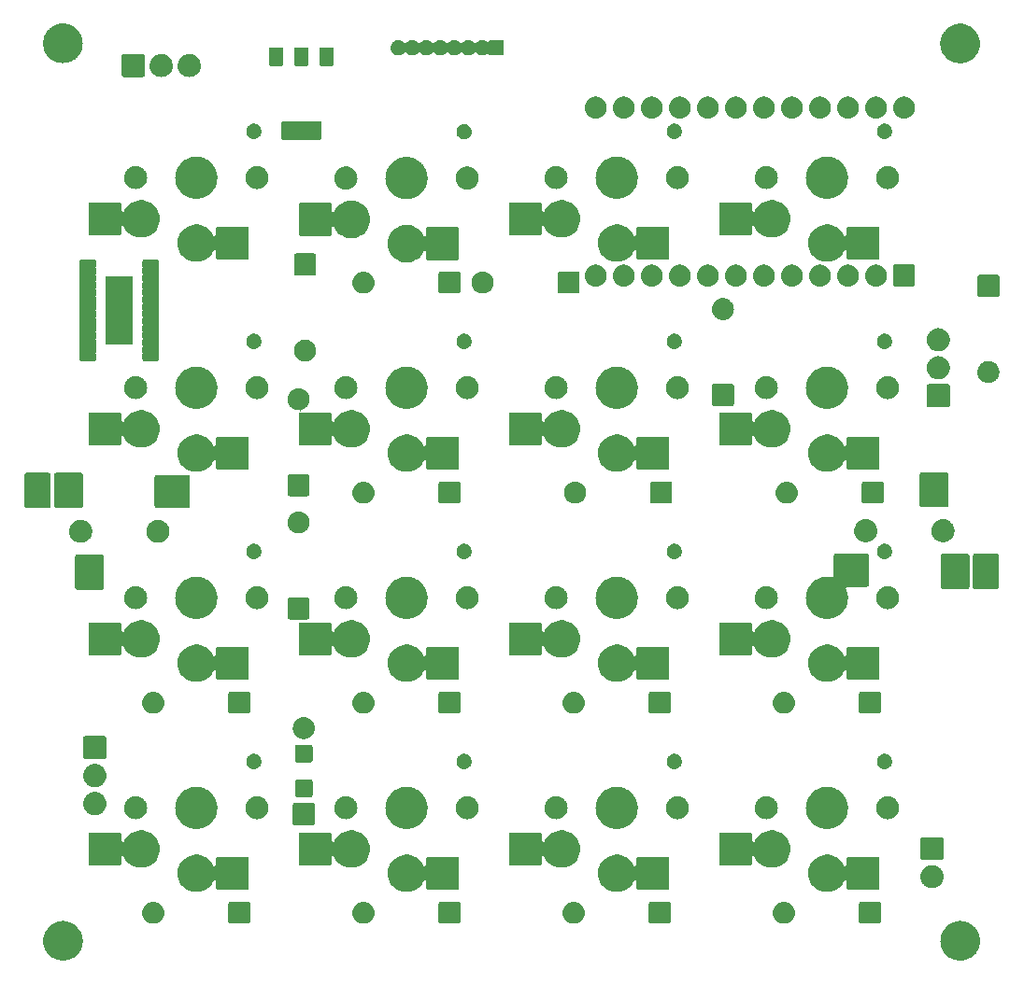
<source format=gbr>
G04 #@! TF.GenerationSoftware,KiCad,Pcbnew,8.0.7-1.fc41*
G04 #@! TF.CreationDate,2024-12-31T00:15:44+05:30*
G04 #@! TF.ProjectId,helper,68656c70-6572-42e6-9b69-6361645f7063,rev?*
G04 #@! TF.SameCoordinates,Original*
G04 #@! TF.FileFunction,Soldermask,Bot*
G04 #@! TF.FilePolarity,Negative*
%FSLAX46Y46*%
G04 Gerber Fmt 4.6, Leading zero omitted, Abs format (unit mm)*
G04 Created by KiCad (PCBNEW 8.0.7-1.fc41) date 2024-12-31 00:15:44*
%MOMM*%
%LPD*%
G01*
G04 APERTURE LIST*
G04 APERTURE END LIST*
G36*
X118798209Y-132190033D02*
G01*
X118866814Y-132190033D01*
X118928766Y-132199370D01*
X118988427Y-132203638D01*
X119059156Y-132219024D01*
X119132838Y-132230130D01*
X119186979Y-132246830D01*
X119239323Y-132258217D01*
X119313079Y-132285726D01*
X119389914Y-132309427D01*
X119435567Y-132331412D01*
X119479914Y-132347953D01*
X119554618Y-132388744D01*
X119632300Y-132426154D01*
X119669188Y-132451304D01*
X119705281Y-132471012D01*
X119778619Y-132525912D01*
X119854582Y-132577703D01*
X119882889Y-132603968D01*
X119910837Y-132624890D01*
X119980297Y-132694350D01*
X120051793Y-132760689D01*
X120072099Y-132786152D01*
X120092409Y-132806462D01*
X120155399Y-132890607D01*
X120219530Y-132971024D01*
X120232782Y-132993978D01*
X120246287Y-133012018D01*
X120300156Y-133110672D01*
X120354044Y-133204009D01*
X120361513Y-133223040D01*
X120369346Y-133237385D01*
X120411507Y-133350423D01*
X120452331Y-133454441D01*
X120455527Y-133468446D01*
X120459082Y-133477976D01*
X120487109Y-133606816D01*
X120512195Y-133716724D01*
X120512813Y-133724975D01*
X120513661Y-133728872D01*
X120525285Y-133891395D01*
X120532300Y-133985000D01*
X120525284Y-134078611D01*
X120513661Y-134241127D01*
X120512813Y-134245022D01*
X120512195Y-134253276D01*
X120487104Y-134363203D01*
X120459082Y-134492023D01*
X120455528Y-134501551D01*
X120452331Y-134515559D01*
X120411499Y-134619595D01*
X120369346Y-134732614D01*
X120361514Y-134746956D01*
X120354044Y-134765991D01*
X120300146Y-134859344D01*
X120246287Y-134957981D01*
X120232785Y-134976016D01*
X120219530Y-134998976D01*
X120155387Y-135079407D01*
X120092409Y-135163537D01*
X120072103Y-135183842D01*
X120051793Y-135209311D01*
X119980284Y-135275661D01*
X119910837Y-135345109D01*
X119882895Y-135366026D01*
X119854582Y-135392297D01*
X119778604Y-135444097D01*
X119705281Y-135498987D01*
X119669195Y-135518690D01*
X119632300Y-135543846D01*
X119554603Y-135581262D01*
X119479914Y-135622046D01*
X119435576Y-135638583D01*
X119389914Y-135660573D01*
X119313064Y-135684277D01*
X119239323Y-135711782D01*
X119186990Y-135723166D01*
X119132838Y-135739870D01*
X119059141Y-135750978D01*
X118988427Y-135766361D01*
X118928778Y-135770627D01*
X118866814Y-135779967D01*
X118798195Y-135779967D01*
X118732300Y-135784680D01*
X118666405Y-135779967D01*
X118597786Y-135779967D01*
X118535821Y-135770627D01*
X118476172Y-135766361D01*
X118405455Y-135750977D01*
X118331762Y-135739870D01*
X118277611Y-135723166D01*
X118225276Y-135711782D01*
X118151529Y-135684276D01*
X118074686Y-135660573D01*
X118029026Y-135638584D01*
X117984685Y-135622046D01*
X117909988Y-135581258D01*
X117832300Y-135543846D01*
X117795408Y-135518693D01*
X117759318Y-135498987D01*
X117685984Y-135444089D01*
X117610018Y-135392297D01*
X117581709Y-135366029D01*
X117553762Y-135345109D01*
X117484302Y-135275649D01*
X117412807Y-135209311D01*
X117392500Y-135183847D01*
X117372190Y-135163537D01*
X117309195Y-135079387D01*
X117245070Y-134998976D01*
X117231817Y-134976022D01*
X117218312Y-134957981D01*
X117164435Y-134859312D01*
X117110556Y-134765991D01*
X117103088Y-134746962D01*
X117095253Y-134732614D01*
X117053080Y-134619544D01*
X117012269Y-134515559D01*
X117009073Y-134501558D01*
X117005517Y-134492023D01*
X116977473Y-134363110D01*
X116952405Y-134253276D01*
X116951787Y-134245029D01*
X116950938Y-134241127D01*
X116939293Y-134078319D01*
X116932300Y-133985000D01*
X116939292Y-133891688D01*
X116950938Y-133728872D01*
X116951787Y-133724968D01*
X116952405Y-133716724D01*
X116977469Y-133606910D01*
X117005517Y-133477976D01*
X117009073Y-133468439D01*
X117012269Y-133454441D01*
X117053072Y-133350474D01*
X117095253Y-133237385D01*
X117103089Y-133223033D01*
X117110556Y-133204009D01*
X117164425Y-133110704D01*
X117218312Y-133012018D01*
X117231820Y-132993972D01*
X117245070Y-132971024D01*
X117309183Y-132890628D01*
X117372190Y-132806462D01*
X117392504Y-132786147D01*
X117412807Y-132760689D01*
X117484288Y-132694363D01*
X117553762Y-132624890D01*
X117581714Y-132603964D01*
X117610018Y-132577703D01*
X117685969Y-132525920D01*
X117759318Y-132471012D01*
X117795415Y-132451301D01*
X117832300Y-132426154D01*
X117909972Y-132388748D01*
X117984685Y-132347953D01*
X118029035Y-132331410D01*
X118074686Y-132309427D01*
X118151514Y-132285728D01*
X118225276Y-132258217D01*
X118277622Y-132246829D01*
X118331762Y-132230130D01*
X118405440Y-132219024D01*
X118476172Y-132203638D01*
X118535834Y-132199370D01*
X118597786Y-132190033D01*
X118666391Y-132190033D01*
X118732300Y-132185319D01*
X118798209Y-132190033D01*
G37*
G36*
X200103609Y-132190033D02*
G01*
X200172214Y-132190033D01*
X200234166Y-132199370D01*
X200293827Y-132203638D01*
X200364556Y-132219024D01*
X200438238Y-132230130D01*
X200492379Y-132246830D01*
X200544723Y-132258217D01*
X200618479Y-132285726D01*
X200695314Y-132309427D01*
X200740967Y-132331412D01*
X200785314Y-132347953D01*
X200860018Y-132388744D01*
X200937700Y-132426154D01*
X200974588Y-132451304D01*
X201010681Y-132471012D01*
X201084019Y-132525912D01*
X201159982Y-132577703D01*
X201188289Y-132603968D01*
X201216237Y-132624890D01*
X201285697Y-132694350D01*
X201357193Y-132760689D01*
X201377499Y-132786152D01*
X201397809Y-132806462D01*
X201460799Y-132890607D01*
X201524930Y-132971024D01*
X201538182Y-132993978D01*
X201551687Y-133012018D01*
X201605556Y-133110672D01*
X201659444Y-133204009D01*
X201666913Y-133223040D01*
X201674746Y-133237385D01*
X201716907Y-133350423D01*
X201757731Y-133454441D01*
X201760927Y-133468446D01*
X201764482Y-133477976D01*
X201792509Y-133606816D01*
X201817595Y-133716724D01*
X201818213Y-133724975D01*
X201819061Y-133728872D01*
X201830685Y-133891395D01*
X201837700Y-133985000D01*
X201830684Y-134078611D01*
X201819061Y-134241127D01*
X201818213Y-134245022D01*
X201817595Y-134253276D01*
X201792504Y-134363203D01*
X201764482Y-134492023D01*
X201760928Y-134501551D01*
X201757731Y-134515559D01*
X201716899Y-134619595D01*
X201674746Y-134732614D01*
X201666914Y-134746956D01*
X201659444Y-134765991D01*
X201605546Y-134859344D01*
X201551687Y-134957981D01*
X201538185Y-134976016D01*
X201524930Y-134998976D01*
X201460787Y-135079407D01*
X201397809Y-135163537D01*
X201377503Y-135183842D01*
X201357193Y-135209311D01*
X201285684Y-135275661D01*
X201216237Y-135345109D01*
X201188295Y-135366026D01*
X201159982Y-135392297D01*
X201084004Y-135444097D01*
X201010681Y-135498987D01*
X200974595Y-135518690D01*
X200937700Y-135543846D01*
X200860003Y-135581262D01*
X200785314Y-135622046D01*
X200740976Y-135638583D01*
X200695314Y-135660573D01*
X200618464Y-135684277D01*
X200544723Y-135711782D01*
X200492390Y-135723166D01*
X200438238Y-135739870D01*
X200364541Y-135750978D01*
X200293827Y-135766361D01*
X200234178Y-135770627D01*
X200172214Y-135779967D01*
X200103595Y-135779967D01*
X200037700Y-135784680D01*
X199971805Y-135779967D01*
X199903186Y-135779967D01*
X199841221Y-135770627D01*
X199781572Y-135766361D01*
X199710855Y-135750977D01*
X199637162Y-135739870D01*
X199583011Y-135723166D01*
X199530676Y-135711782D01*
X199456929Y-135684276D01*
X199380086Y-135660573D01*
X199334426Y-135638584D01*
X199290085Y-135622046D01*
X199215388Y-135581258D01*
X199137700Y-135543846D01*
X199100808Y-135518693D01*
X199064718Y-135498987D01*
X198991384Y-135444089D01*
X198915418Y-135392297D01*
X198887109Y-135366029D01*
X198859162Y-135345109D01*
X198789702Y-135275649D01*
X198718207Y-135209311D01*
X198697900Y-135183847D01*
X198677590Y-135163537D01*
X198614595Y-135079387D01*
X198550470Y-134998976D01*
X198537217Y-134976022D01*
X198523712Y-134957981D01*
X198469835Y-134859312D01*
X198415956Y-134765991D01*
X198408488Y-134746962D01*
X198400653Y-134732614D01*
X198358480Y-134619544D01*
X198317669Y-134515559D01*
X198314473Y-134501558D01*
X198310917Y-134492023D01*
X198282873Y-134363110D01*
X198257805Y-134253276D01*
X198257187Y-134245029D01*
X198256338Y-134241127D01*
X198244693Y-134078319D01*
X198237700Y-133985000D01*
X198244692Y-133891688D01*
X198256338Y-133728872D01*
X198257187Y-133724968D01*
X198257805Y-133716724D01*
X198282869Y-133606910D01*
X198310917Y-133477976D01*
X198314473Y-133468439D01*
X198317669Y-133454441D01*
X198358472Y-133350474D01*
X198400653Y-133237385D01*
X198408489Y-133223033D01*
X198415956Y-133204009D01*
X198469825Y-133110704D01*
X198523712Y-133012018D01*
X198537220Y-132993972D01*
X198550470Y-132971024D01*
X198614583Y-132890628D01*
X198677590Y-132806462D01*
X198697904Y-132786147D01*
X198718207Y-132760689D01*
X198789688Y-132694363D01*
X198859162Y-132624890D01*
X198887114Y-132603964D01*
X198915418Y-132577703D01*
X198991369Y-132525920D01*
X199064718Y-132471012D01*
X199100815Y-132451301D01*
X199137700Y-132426154D01*
X199215372Y-132388748D01*
X199290085Y-132347953D01*
X199334435Y-132331410D01*
X199380086Y-132309427D01*
X199456914Y-132285728D01*
X199530676Y-132258217D01*
X199583022Y-132246829D01*
X199637162Y-132230130D01*
X199710840Y-132219024D01*
X199781572Y-132203638D01*
X199841234Y-132199370D01*
X199903186Y-132190033D01*
X199971791Y-132190033D01*
X200037700Y-132185319D01*
X200103609Y-132190033D01*
G37*
G36*
X126958724Y-130449799D02*
G01*
X127002218Y-130449799D01*
X127050658Y-130458853D01*
X127105090Y-130464215D01*
X127146438Y-130476757D01*
X127183518Y-130483689D01*
X127234868Y-130503582D01*
X127292683Y-130521120D01*
X127325720Y-130538778D01*
X127355501Y-130550316D01*
X127407245Y-130582354D01*
X127465570Y-130613530D01*
X127490076Y-130633641D01*
X127512311Y-130647409D01*
X127561575Y-130692319D01*
X127617107Y-130737893D01*
X127633563Y-130757945D01*
X127648611Y-130771663D01*
X127692297Y-130829513D01*
X127741470Y-130889430D01*
X127750977Y-130907218D01*
X127759762Y-130918850D01*
X127794713Y-130989040D01*
X127833880Y-131062317D01*
X127838056Y-131076086D01*
X127841972Y-131083949D01*
X127865105Y-131165255D01*
X127890785Y-131249910D01*
X127891628Y-131258473D01*
X127892446Y-131261347D01*
X127900943Y-131353047D01*
X127910000Y-131445000D01*
X127900942Y-131536960D01*
X127892446Y-131628652D01*
X127891628Y-131631524D01*
X127890785Y-131640090D01*
X127865100Y-131724759D01*
X127841972Y-131806050D01*
X127838057Y-131813911D01*
X127833880Y-131827683D01*
X127794705Y-131900972D01*
X127759762Y-131971149D01*
X127750979Y-131982778D01*
X127741470Y-132000570D01*
X127692288Y-132060498D01*
X127648611Y-132118336D01*
X127633566Y-132132050D01*
X127617107Y-132152107D01*
X127561564Y-132197689D01*
X127512311Y-132242590D01*
X127490081Y-132256354D01*
X127465570Y-132276470D01*
X127407233Y-132307651D01*
X127355501Y-132339683D01*
X127325727Y-132351217D01*
X127292683Y-132368880D01*
X127234856Y-132386421D01*
X127183518Y-132406310D01*
X127146445Y-132413240D01*
X127105090Y-132425785D01*
X127050655Y-132431146D01*
X127002218Y-132440201D01*
X126958724Y-132440201D01*
X126910000Y-132445000D01*
X126861276Y-132440201D01*
X126817782Y-132440201D01*
X126769343Y-132431146D01*
X126714910Y-132425785D01*
X126673555Y-132413240D01*
X126636481Y-132406310D01*
X126585139Y-132386419D01*
X126527317Y-132368880D01*
X126494275Y-132351218D01*
X126464498Y-132339683D01*
X126412759Y-132307647D01*
X126354430Y-132276470D01*
X126329921Y-132256356D01*
X126307688Y-132242590D01*
X126258425Y-132197681D01*
X126202893Y-132152107D01*
X126186436Y-132132054D01*
X126171388Y-132118336D01*
X126127699Y-132060482D01*
X126078530Y-132000570D01*
X126069022Y-131982783D01*
X126060237Y-131971149D01*
X126025279Y-131900945D01*
X125986120Y-131827683D01*
X125981943Y-131813916D01*
X125978027Y-131806050D01*
X125954882Y-131724706D01*
X125929215Y-131640090D01*
X125928371Y-131631530D01*
X125927553Y-131628652D01*
X125919040Y-131536788D01*
X125910000Y-131445000D01*
X125919039Y-131353219D01*
X125927553Y-131261347D01*
X125928372Y-131258468D01*
X125929215Y-131249910D01*
X125954878Y-131165308D01*
X125978027Y-131083949D01*
X125981944Y-131076081D01*
X125986120Y-131062317D01*
X126025272Y-130989068D01*
X126060237Y-130918850D01*
X126069024Y-130907213D01*
X126078530Y-130889430D01*
X126127689Y-130829528D01*
X126171388Y-130771663D01*
X126186439Y-130757941D01*
X126202893Y-130737893D01*
X126258414Y-130692327D01*
X126307688Y-130647409D01*
X126329926Y-130633639D01*
X126354430Y-130613530D01*
X126412747Y-130582358D01*
X126464498Y-130550316D01*
X126494282Y-130538777D01*
X126527317Y-130521120D01*
X126585127Y-130503583D01*
X126636481Y-130483689D01*
X126673562Y-130476757D01*
X126714910Y-130464215D01*
X126769340Y-130458853D01*
X126817782Y-130449799D01*
X126861276Y-130449799D01*
X126910000Y-130445000D01*
X126958724Y-130449799D01*
G37*
G36*
X135526043Y-130448191D02*
G01*
X135558727Y-130452494D01*
X135566948Y-130456327D01*
X135586537Y-130460224D01*
X135612480Y-130477559D01*
X135623608Y-130482748D01*
X135630378Y-130489518D01*
X135651421Y-130503579D01*
X135665481Y-130524621D01*
X135672251Y-130531391D01*
X135677438Y-130542516D01*
X135694776Y-130568463D01*
X135698672Y-130588053D01*
X135702505Y-130596272D01*
X135706806Y-130628945D01*
X135710000Y-130645000D01*
X135710000Y-132245000D01*
X135706805Y-132261058D01*
X135702505Y-132293727D01*
X135698673Y-132301944D01*
X135694776Y-132321537D01*
X135677437Y-132347485D01*
X135672251Y-132358608D01*
X135665483Y-132365375D01*
X135651421Y-132386421D01*
X135630375Y-132400483D01*
X135623608Y-132407251D01*
X135612485Y-132412437D01*
X135586537Y-132429776D01*
X135566944Y-132433673D01*
X135558727Y-132437505D01*
X135526056Y-132441806D01*
X135510000Y-132445000D01*
X133910000Y-132445000D01*
X133893943Y-132441806D01*
X133861272Y-132437505D01*
X133853053Y-132433672D01*
X133833463Y-132429776D01*
X133807516Y-132412438D01*
X133796391Y-132407251D01*
X133789621Y-132400481D01*
X133768579Y-132386421D01*
X133754518Y-132365378D01*
X133747748Y-132358608D01*
X133742559Y-132347480D01*
X133725224Y-132321537D01*
X133721327Y-132301948D01*
X133717494Y-132293727D01*
X133713190Y-132261041D01*
X133710000Y-132245000D01*
X133710000Y-130645000D01*
X133713190Y-130628958D01*
X133717494Y-130596272D01*
X133721327Y-130588049D01*
X133725224Y-130568463D01*
X133742557Y-130542521D01*
X133747748Y-130531391D01*
X133754520Y-130524618D01*
X133768579Y-130503579D01*
X133789618Y-130489520D01*
X133796391Y-130482748D01*
X133807521Y-130477557D01*
X133833463Y-130460224D01*
X133853049Y-130456327D01*
X133861272Y-130452494D01*
X133893960Y-130448190D01*
X133910000Y-130445000D01*
X135510000Y-130445000D01*
X135526043Y-130448191D01*
G37*
G36*
X146008724Y-130449799D02*
G01*
X146052218Y-130449799D01*
X146100658Y-130458853D01*
X146155090Y-130464215D01*
X146196438Y-130476757D01*
X146233518Y-130483689D01*
X146284868Y-130503582D01*
X146342683Y-130521120D01*
X146375720Y-130538778D01*
X146405501Y-130550316D01*
X146457245Y-130582354D01*
X146515570Y-130613530D01*
X146540076Y-130633641D01*
X146562311Y-130647409D01*
X146611575Y-130692319D01*
X146667107Y-130737893D01*
X146683563Y-130757945D01*
X146698611Y-130771663D01*
X146742297Y-130829513D01*
X146791470Y-130889430D01*
X146800977Y-130907218D01*
X146809762Y-130918850D01*
X146844713Y-130989040D01*
X146883880Y-131062317D01*
X146888056Y-131076086D01*
X146891972Y-131083949D01*
X146915105Y-131165255D01*
X146940785Y-131249910D01*
X146941628Y-131258473D01*
X146942446Y-131261347D01*
X146950943Y-131353047D01*
X146960000Y-131445000D01*
X146950942Y-131536960D01*
X146942446Y-131628652D01*
X146941628Y-131631524D01*
X146940785Y-131640090D01*
X146915100Y-131724759D01*
X146891972Y-131806050D01*
X146888057Y-131813911D01*
X146883880Y-131827683D01*
X146844705Y-131900972D01*
X146809762Y-131971149D01*
X146800979Y-131982778D01*
X146791470Y-132000570D01*
X146742288Y-132060498D01*
X146698611Y-132118336D01*
X146683566Y-132132050D01*
X146667107Y-132152107D01*
X146611564Y-132197689D01*
X146562311Y-132242590D01*
X146540081Y-132256354D01*
X146515570Y-132276470D01*
X146457233Y-132307651D01*
X146405501Y-132339683D01*
X146375727Y-132351217D01*
X146342683Y-132368880D01*
X146284856Y-132386421D01*
X146233518Y-132406310D01*
X146196445Y-132413240D01*
X146155090Y-132425785D01*
X146100655Y-132431146D01*
X146052218Y-132440201D01*
X146008724Y-132440201D01*
X145960000Y-132445000D01*
X145911276Y-132440201D01*
X145867782Y-132440201D01*
X145819343Y-132431146D01*
X145764910Y-132425785D01*
X145723555Y-132413240D01*
X145686481Y-132406310D01*
X145635139Y-132386419D01*
X145577317Y-132368880D01*
X145544275Y-132351218D01*
X145514498Y-132339683D01*
X145462759Y-132307647D01*
X145404430Y-132276470D01*
X145379921Y-132256356D01*
X145357688Y-132242590D01*
X145308425Y-132197681D01*
X145252893Y-132152107D01*
X145236436Y-132132054D01*
X145221388Y-132118336D01*
X145177699Y-132060482D01*
X145128530Y-132000570D01*
X145119022Y-131982783D01*
X145110237Y-131971149D01*
X145075279Y-131900945D01*
X145036120Y-131827683D01*
X145031943Y-131813916D01*
X145028027Y-131806050D01*
X145004882Y-131724706D01*
X144979215Y-131640090D01*
X144978371Y-131631530D01*
X144977553Y-131628652D01*
X144969040Y-131536788D01*
X144960000Y-131445000D01*
X144969039Y-131353219D01*
X144977553Y-131261347D01*
X144978372Y-131258468D01*
X144979215Y-131249910D01*
X145004878Y-131165308D01*
X145028027Y-131083949D01*
X145031944Y-131076081D01*
X145036120Y-131062317D01*
X145075272Y-130989068D01*
X145110237Y-130918850D01*
X145119024Y-130907213D01*
X145128530Y-130889430D01*
X145177689Y-130829528D01*
X145221388Y-130771663D01*
X145236439Y-130757941D01*
X145252893Y-130737893D01*
X145308414Y-130692327D01*
X145357688Y-130647409D01*
X145379926Y-130633639D01*
X145404430Y-130613530D01*
X145462747Y-130582358D01*
X145514498Y-130550316D01*
X145544282Y-130538777D01*
X145577317Y-130521120D01*
X145635127Y-130503583D01*
X145686481Y-130483689D01*
X145723562Y-130476757D01*
X145764910Y-130464215D01*
X145819340Y-130458853D01*
X145867782Y-130449799D01*
X145911276Y-130449799D01*
X145960000Y-130445000D01*
X146008724Y-130449799D01*
G37*
G36*
X154576043Y-130448191D02*
G01*
X154608727Y-130452494D01*
X154616948Y-130456327D01*
X154636537Y-130460224D01*
X154662480Y-130477559D01*
X154673608Y-130482748D01*
X154680378Y-130489518D01*
X154701421Y-130503579D01*
X154715481Y-130524621D01*
X154722251Y-130531391D01*
X154727438Y-130542516D01*
X154744776Y-130568463D01*
X154748672Y-130588053D01*
X154752505Y-130596272D01*
X154756806Y-130628945D01*
X154760000Y-130645000D01*
X154760000Y-132245000D01*
X154756805Y-132261058D01*
X154752505Y-132293727D01*
X154748673Y-132301944D01*
X154744776Y-132321537D01*
X154727437Y-132347485D01*
X154722251Y-132358608D01*
X154715483Y-132365375D01*
X154701421Y-132386421D01*
X154680375Y-132400483D01*
X154673608Y-132407251D01*
X154662485Y-132412437D01*
X154636537Y-132429776D01*
X154616944Y-132433673D01*
X154608727Y-132437505D01*
X154576056Y-132441806D01*
X154560000Y-132445000D01*
X152960000Y-132445000D01*
X152943943Y-132441806D01*
X152911272Y-132437505D01*
X152903053Y-132433672D01*
X152883463Y-132429776D01*
X152857516Y-132412438D01*
X152846391Y-132407251D01*
X152839621Y-132400481D01*
X152818579Y-132386421D01*
X152804518Y-132365378D01*
X152797748Y-132358608D01*
X152792559Y-132347480D01*
X152775224Y-132321537D01*
X152771327Y-132301948D01*
X152767494Y-132293727D01*
X152763190Y-132261041D01*
X152760000Y-132245000D01*
X152760000Y-130645000D01*
X152763190Y-130628958D01*
X152767494Y-130596272D01*
X152771327Y-130588049D01*
X152775224Y-130568463D01*
X152792557Y-130542521D01*
X152797748Y-130531391D01*
X152804520Y-130524618D01*
X152818579Y-130503579D01*
X152839618Y-130489520D01*
X152846391Y-130482748D01*
X152857521Y-130477557D01*
X152883463Y-130460224D01*
X152903049Y-130456327D01*
X152911272Y-130452494D01*
X152943960Y-130448190D01*
X152960000Y-130445000D01*
X154560000Y-130445000D01*
X154576043Y-130448191D01*
G37*
G36*
X165058724Y-130449799D02*
G01*
X165102218Y-130449799D01*
X165150658Y-130458853D01*
X165205090Y-130464215D01*
X165246438Y-130476757D01*
X165283518Y-130483689D01*
X165334868Y-130503582D01*
X165392683Y-130521120D01*
X165425720Y-130538778D01*
X165455501Y-130550316D01*
X165507245Y-130582354D01*
X165565570Y-130613530D01*
X165590076Y-130633641D01*
X165612311Y-130647409D01*
X165661575Y-130692319D01*
X165717107Y-130737893D01*
X165733563Y-130757945D01*
X165748611Y-130771663D01*
X165792297Y-130829513D01*
X165841470Y-130889430D01*
X165850977Y-130907218D01*
X165859762Y-130918850D01*
X165894713Y-130989040D01*
X165933880Y-131062317D01*
X165938056Y-131076086D01*
X165941972Y-131083949D01*
X165965105Y-131165255D01*
X165990785Y-131249910D01*
X165991628Y-131258473D01*
X165992446Y-131261347D01*
X166000943Y-131353047D01*
X166010000Y-131445000D01*
X166000942Y-131536960D01*
X165992446Y-131628652D01*
X165991628Y-131631524D01*
X165990785Y-131640090D01*
X165965100Y-131724759D01*
X165941972Y-131806050D01*
X165938057Y-131813911D01*
X165933880Y-131827683D01*
X165894705Y-131900972D01*
X165859762Y-131971149D01*
X165850979Y-131982778D01*
X165841470Y-132000570D01*
X165792288Y-132060498D01*
X165748611Y-132118336D01*
X165733566Y-132132050D01*
X165717107Y-132152107D01*
X165661564Y-132197689D01*
X165612311Y-132242590D01*
X165590081Y-132256354D01*
X165565570Y-132276470D01*
X165507233Y-132307651D01*
X165455501Y-132339683D01*
X165425727Y-132351217D01*
X165392683Y-132368880D01*
X165334856Y-132386421D01*
X165283518Y-132406310D01*
X165246445Y-132413240D01*
X165205090Y-132425785D01*
X165150655Y-132431146D01*
X165102218Y-132440201D01*
X165058724Y-132440201D01*
X165010000Y-132445000D01*
X164961276Y-132440201D01*
X164917782Y-132440201D01*
X164869343Y-132431146D01*
X164814910Y-132425785D01*
X164773555Y-132413240D01*
X164736481Y-132406310D01*
X164685139Y-132386419D01*
X164627317Y-132368880D01*
X164594275Y-132351218D01*
X164564498Y-132339683D01*
X164512759Y-132307647D01*
X164454430Y-132276470D01*
X164429921Y-132256356D01*
X164407688Y-132242590D01*
X164358425Y-132197681D01*
X164302893Y-132152107D01*
X164286436Y-132132054D01*
X164271388Y-132118336D01*
X164227699Y-132060482D01*
X164178530Y-132000570D01*
X164169022Y-131982783D01*
X164160237Y-131971149D01*
X164125279Y-131900945D01*
X164086120Y-131827683D01*
X164081943Y-131813916D01*
X164078027Y-131806050D01*
X164054882Y-131724706D01*
X164029215Y-131640090D01*
X164028371Y-131631530D01*
X164027553Y-131628652D01*
X164019040Y-131536788D01*
X164010000Y-131445000D01*
X164019039Y-131353219D01*
X164027553Y-131261347D01*
X164028372Y-131258468D01*
X164029215Y-131249910D01*
X164054878Y-131165308D01*
X164078027Y-131083949D01*
X164081944Y-131076081D01*
X164086120Y-131062317D01*
X164125272Y-130989068D01*
X164160237Y-130918850D01*
X164169024Y-130907213D01*
X164178530Y-130889430D01*
X164227689Y-130829528D01*
X164271388Y-130771663D01*
X164286439Y-130757941D01*
X164302893Y-130737893D01*
X164358414Y-130692327D01*
X164407688Y-130647409D01*
X164429926Y-130633639D01*
X164454430Y-130613530D01*
X164512747Y-130582358D01*
X164564498Y-130550316D01*
X164594282Y-130538777D01*
X164627317Y-130521120D01*
X164685127Y-130503583D01*
X164736481Y-130483689D01*
X164773562Y-130476757D01*
X164814910Y-130464215D01*
X164869340Y-130458853D01*
X164917782Y-130449799D01*
X164961276Y-130449799D01*
X165010000Y-130445000D01*
X165058724Y-130449799D01*
G37*
G36*
X173626043Y-130448191D02*
G01*
X173658727Y-130452494D01*
X173666948Y-130456327D01*
X173686537Y-130460224D01*
X173712480Y-130477559D01*
X173723608Y-130482748D01*
X173730378Y-130489518D01*
X173751421Y-130503579D01*
X173765481Y-130524621D01*
X173772251Y-130531391D01*
X173777438Y-130542516D01*
X173794776Y-130568463D01*
X173798672Y-130588053D01*
X173802505Y-130596272D01*
X173806806Y-130628945D01*
X173810000Y-130645000D01*
X173810000Y-132245000D01*
X173806805Y-132261058D01*
X173802505Y-132293727D01*
X173798673Y-132301944D01*
X173794776Y-132321537D01*
X173777437Y-132347485D01*
X173772251Y-132358608D01*
X173765483Y-132365375D01*
X173751421Y-132386421D01*
X173730375Y-132400483D01*
X173723608Y-132407251D01*
X173712485Y-132412437D01*
X173686537Y-132429776D01*
X173666944Y-132433673D01*
X173658727Y-132437505D01*
X173626056Y-132441806D01*
X173610000Y-132445000D01*
X172010000Y-132445000D01*
X171993943Y-132441806D01*
X171961272Y-132437505D01*
X171953053Y-132433672D01*
X171933463Y-132429776D01*
X171907516Y-132412438D01*
X171896391Y-132407251D01*
X171889621Y-132400481D01*
X171868579Y-132386421D01*
X171854518Y-132365378D01*
X171847748Y-132358608D01*
X171842559Y-132347480D01*
X171825224Y-132321537D01*
X171821327Y-132301948D01*
X171817494Y-132293727D01*
X171813190Y-132261041D01*
X171810000Y-132245000D01*
X171810000Y-130645000D01*
X171813190Y-130628958D01*
X171817494Y-130596272D01*
X171821327Y-130588049D01*
X171825224Y-130568463D01*
X171842557Y-130542521D01*
X171847748Y-130531391D01*
X171854520Y-130524618D01*
X171868579Y-130503579D01*
X171889618Y-130489520D01*
X171896391Y-130482748D01*
X171907521Y-130477557D01*
X171933463Y-130460224D01*
X171953049Y-130456327D01*
X171961272Y-130452494D01*
X171993960Y-130448190D01*
X172010000Y-130445000D01*
X173610000Y-130445000D01*
X173626043Y-130448191D01*
G37*
G36*
X184108724Y-130449799D02*
G01*
X184152218Y-130449799D01*
X184200658Y-130458853D01*
X184255090Y-130464215D01*
X184296438Y-130476757D01*
X184333518Y-130483689D01*
X184384868Y-130503582D01*
X184442683Y-130521120D01*
X184475720Y-130538778D01*
X184505501Y-130550316D01*
X184557245Y-130582354D01*
X184615570Y-130613530D01*
X184640076Y-130633641D01*
X184662311Y-130647409D01*
X184711575Y-130692319D01*
X184767107Y-130737893D01*
X184783563Y-130757945D01*
X184798611Y-130771663D01*
X184842297Y-130829513D01*
X184891470Y-130889430D01*
X184900977Y-130907218D01*
X184909762Y-130918850D01*
X184944713Y-130989040D01*
X184983880Y-131062317D01*
X184988056Y-131076086D01*
X184991972Y-131083949D01*
X185015105Y-131165255D01*
X185040785Y-131249910D01*
X185041628Y-131258473D01*
X185042446Y-131261347D01*
X185050943Y-131353047D01*
X185060000Y-131445000D01*
X185050942Y-131536960D01*
X185042446Y-131628652D01*
X185041628Y-131631524D01*
X185040785Y-131640090D01*
X185015100Y-131724759D01*
X184991972Y-131806050D01*
X184988057Y-131813911D01*
X184983880Y-131827683D01*
X184944705Y-131900972D01*
X184909762Y-131971149D01*
X184900979Y-131982778D01*
X184891470Y-132000570D01*
X184842288Y-132060498D01*
X184798611Y-132118336D01*
X184783566Y-132132050D01*
X184767107Y-132152107D01*
X184711564Y-132197689D01*
X184662311Y-132242590D01*
X184640081Y-132256354D01*
X184615570Y-132276470D01*
X184557233Y-132307651D01*
X184505501Y-132339683D01*
X184475727Y-132351217D01*
X184442683Y-132368880D01*
X184384856Y-132386421D01*
X184333518Y-132406310D01*
X184296445Y-132413240D01*
X184255090Y-132425785D01*
X184200655Y-132431146D01*
X184152218Y-132440201D01*
X184108724Y-132440201D01*
X184060000Y-132445000D01*
X184011276Y-132440201D01*
X183967782Y-132440201D01*
X183919343Y-132431146D01*
X183864910Y-132425785D01*
X183823555Y-132413240D01*
X183786481Y-132406310D01*
X183735139Y-132386419D01*
X183677317Y-132368880D01*
X183644275Y-132351218D01*
X183614498Y-132339683D01*
X183562759Y-132307647D01*
X183504430Y-132276470D01*
X183479921Y-132256356D01*
X183457688Y-132242590D01*
X183408425Y-132197681D01*
X183352893Y-132152107D01*
X183336436Y-132132054D01*
X183321388Y-132118336D01*
X183277699Y-132060482D01*
X183228530Y-132000570D01*
X183219022Y-131982783D01*
X183210237Y-131971149D01*
X183175279Y-131900945D01*
X183136120Y-131827683D01*
X183131943Y-131813916D01*
X183128027Y-131806050D01*
X183104882Y-131724706D01*
X183079215Y-131640090D01*
X183078371Y-131631530D01*
X183077553Y-131628652D01*
X183069040Y-131536788D01*
X183060000Y-131445000D01*
X183069039Y-131353219D01*
X183077553Y-131261347D01*
X183078372Y-131258468D01*
X183079215Y-131249910D01*
X183104878Y-131165308D01*
X183128027Y-131083949D01*
X183131944Y-131076081D01*
X183136120Y-131062317D01*
X183175272Y-130989068D01*
X183210237Y-130918850D01*
X183219024Y-130907213D01*
X183228530Y-130889430D01*
X183277689Y-130829528D01*
X183321388Y-130771663D01*
X183336439Y-130757941D01*
X183352893Y-130737893D01*
X183408414Y-130692327D01*
X183457688Y-130647409D01*
X183479926Y-130633639D01*
X183504430Y-130613530D01*
X183562747Y-130582358D01*
X183614498Y-130550316D01*
X183644282Y-130538777D01*
X183677317Y-130521120D01*
X183735127Y-130503583D01*
X183786481Y-130483689D01*
X183823562Y-130476757D01*
X183864910Y-130464215D01*
X183919340Y-130458853D01*
X183967782Y-130449799D01*
X184011276Y-130449799D01*
X184060000Y-130445000D01*
X184108724Y-130449799D01*
G37*
G36*
X192676043Y-130448191D02*
G01*
X192708727Y-130452494D01*
X192716948Y-130456327D01*
X192736537Y-130460224D01*
X192762480Y-130477559D01*
X192773608Y-130482748D01*
X192780378Y-130489518D01*
X192801421Y-130503579D01*
X192815481Y-130524621D01*
X192822251Y-130531391D01*
X192827438Y-130542516D01*
X192844776Y-130568463D01*
X192848672Y-130588053D01*
X192852505Y-130596272D01*
X192856806Y-130628945D01*
X192860000Y-130645000D01*
X192860000Y-132245000D01*
X192856805Y-132261058D01*
X192852505Y-132293727D01*
X192848673Y-132301944D01*
X192844776Y-132321537D01*
X192827437Y-132347485D01*
X192822251Y-132358608D01*
X192815483Y-132365375D01*
X192801421Y-132386421D01*
X192780375Y-132400483D01*
X192773608Y-132407251D01*
X192762485Y-132412437D01*
X192736537Y-132429776D01*
X192716944Y-132433673D01*
X192708727Y-132437505D01*
X192676056Y-132441806D01*
X192660000Y-132445000D01*
X191060000Y-132445000D01*
X191043943Y-132441806D01*
X191011272Y-132437505D01*
X191003053Y-132433672D01*
X190983463Y-132429776D01*
X190957516Y-132412438D01*
X190946391Y-132407251D01*
X190939621Y-132400481D01*
X190918579Y-132386421D01*
X190904518Y-132365378D01*
X190897748Y-132358608D01*
X190892559Y-132347480D01*
X190875224Y-132321537D01*
X190871327Y-132301948D01*
X190867494Y-132293727D01*
X190863190Y-132261041D01*
X190860000Y-132245000D01*
X190860000Y-130645000D01*
X190863190Y-130628958D01*
X190867494Y-130596272D01*
X190871327Y-130588049D01*
X190875224Y-130568463D01*
X190892557Y-130542521D01*
X190897748Y-130531391D01*
X190904520Y-130524618D01*
X190918579Y-130503579D01*
X190939618Y-130489520D01*
X190946391Y-130482748D01*
X190957521Y-130477557D01*
X190983463Y-130460224D01*
X191003049Y-130456327D01*
X191011272Y-130452494D01*
X191043960Y-130448190D01*
X191060000Y-130445000D01*
X192660000Y-130445000D01*
X192676043Y-130448191D01*
G37*
G36*
X131188286Y-126212623D02*
G01*
X131431080Y-126287515D01*
X131660000Y-126397757D01*
X131869933Y-126540886D01*
X132056188Y-126713706D01*
X132214606Y-126912356D01*
X132341647Y-127132398D01*
X132381829Y-127234780D01*
X132585000Y-127196339D01*
X132585000Y-126578196D01*
X132585000Y-126578194D01*
X132585000Y-126570000D01*
X132588190Y-126553958D01*
X132592494Y-126521272D01*
X132596327Y-126513049D01*
X132600224Y-126493463D01*
X132617557Y-126467521D01*
X132622748Y-126456391D01*
X132629520Y-126449618D01*
X132643579Y-126428579D01*
X132664618Y-126414520D01*
X132671391Y-126407748D01*
X132682521Y-126402557D01*
X132708463Y-126385224D01*
X132728049Y-126381327D01*
X132736272Y-126377494D01*
X132768960Y-126373190D01*
X132785000Y-126370000D01*
X135385000Y-126370000D01*
X135401043Y-126373191D01*
X135433727Y-126377494D01*
X135441948Y-126381327D01*
X135461537Y-126385224D01*
X135487480Y-126402559D01*
X135498608Y-126407748D01*
X135505378Y-126414518D01*
X135526421Y-126428579D01*
X135540481Y-126449621D01*
X135547251Y-126456391D01*
X135552438Y-126467516D01*
X135569776Y-126493463D01*
X135573672Y-126513053D01*
X135577505Y-126521272D01*
X135581806Y-126553945D01*
X135585000Y-126570000D01*
X135585000Y-129170000D01*
X135581805Y-129186058D01*
X135577505Y-129218727D01*
X135573673Y-129226944D01*
X135569776Y-129246537D01*
X135552437Y-129272485D01*
X135547251Y-129283608D01*
X135540483Y-129290375D01*
X135526421Y-129311421D01*
X135505375Y-129325483D01*
X135498608Y-129332251D01*
X135487485Y-129337437D01*
X135461537Y-129354776D01*
X135441944Y-129358673D01*
X135433727Y-129362505D01*
X135401056Y-129366806D01*
X135385000Y-129370000D01*
X132785000Y-129370000D01*
X132768943Y-129366806D01*
X132736272Y-129362505D01*
X132728053Y-129358672D01*
X132708463Y-129354776D01*
X132682516Y-129337438D01*
X132671391Y-129332251D01*
X132664621Y-129325481D01*
X132643579Y-129311421D01*
X132629518Y-129290378D01*
X132622748Y-129283608D01*
X132617559Y-129272480D01*
X132600224Y-129246537D01*
X132596327Y-129226948D01*
X132592494Y-129218727D01*
X132588190Y-129186041D01*
X132585000Y-129170000D01*
X132585000Y-128543654D01*
X132381829Y-128505219D01*
X132341647Y-128607602D01*
X132214606Y-128827644D01*
X132056188Y-129026294D01*
X131869933Y-129199114D01*
X131660000Y-129342243D01*
X131431080Y-129452485D01*
X131188286Y-129527377D01*
X130937041Y-129565246D01*
X130682959Y-129565246D01*
X130431714Y-129527377D01*
X130188920Y-129452485D01*
X129960000Y-129342243D01*
X129750067Y-129199114D01*
X129563812Y-129026294D01*
X129405394Y-128827644D01*
X129278353Y-128607602D01*
X129185526Y-128371084D01*
X129128988Y-128123372D01*
X129110000Y-127870000D01*
X129128988Y-127616628D01*
X129185526Y-127368916D01*
X129278353Y-127132398D01*
X129405394Y-126912356D01*
X129563812Y-126713706D01*
X129750067Y-126540886D01*
X129960000Y-126397757D01*
X130188920Y-126287515D01*
X130431714Y-126212623D01*
X130682959Y-126174754D01*
X130937041Y-126174754D01*
X131188286Y-126212623D01*
G37*
G36*
X150238286Y-126212623D02*
G01*
X150481080Y-126287515D01*
X150710000Y-126397757D01*
X150919933Y-126540886D01*
X151106188Y-126713706D01*
X151264606Y-126912356D01*
X151391647Y-127132398D01*
X151431829Y-127234780D01*
X151635000Y-127196339D01*
X151635000Y-126578196D01*
X151635000Y-126578194D01*
X151635000Y-126570000D01*
X151638190Y-126553958D01*
X151642494Y-126521272D01*
X151646327Y-126513049D01*
X151650224Y-126493463D01*
X151667557Y-126467521D01*
X151672748Y-126456391D01*
X151679520Y-126449618D01*
X151693579Y-126428579D01*
X151714618Y-126414520D01*
X151721391Y-126407748D01*
X151732521Y-126402557D01*
X151758463Y-126385224D01*
X151778049Y-126381327D01*
X151786272Y-126377494D01*
X151818960Y-126373190D01*
X151835000Y-126370000D01*
X154435000Y-126370000D01*
X154451043Y-126373191D01*
X154483727Y-126377494D01*
X154491948Y-126381327D01*
X154511537Y-126385224D01*
X154537480Y-126402559D01*
X154548608Y-126407748D01*
X154555378Y-126414518D01*
X154576421Y-126428579D01*
X154590481Y-126449621D01*
X154597251Y-126456391D01*
X154602438Y-126467516D01*
X154619776Y-126493463D01*
X154623672Y-126513053D01*
X154627505Y-126521272D01*
X154631806Y-126553945D01*
X154635000Y-126570000D01*
X154635000Y-129170000D01*
X154631805Y-129186058D01*
X154627505Y-129218727D01*
X154623673Y-129226944D01*
X154619776Y-129246537D01*
X154602437Y-129272485D01*
X154597251Y-129283608D01*
X154590483Y-129290375D01*
X154576421Y-129311421D01*
X154555375Y-129325483D01*
X154548608Y-129332251D01*
X154537485Y-129337437D01*
X154511537Y-129354776D01*
X154491944Y-129358673D01*
X154483727Y-129362505D01*
X154451056Y-129366806D01*
X154435000Y-129370000D01*
X151835000Y-129370000D01*
X151818943Y-129366806D01*
X151786272Y-129362505D01*
X151778053Y-129358672D01*
X151758463Y-129354776D01*
X151732516Y-129337438D01*
X151721391Y-129332251D01*
X151714621Y-129325481D01*
X151693579Y-129311421D01*
X151679518Y-129290378D01*
X151672748Y-129283608D01*
X151667559Y-129272480D01*
X151650224Y-129246537D01*
X151646327Y-129226948D01*
X151642494Y-129218727D01*
X151638190Y-129186041D01*
X151635000Y-129170000D01*
X151635000Y-128543654D01*
X151431829Y-128505219D01*
X151391647Y-128607602D01*
X151264606Y-128827644D01*
X151106188Y-129026294D01*
X150919933Y-129199114D01*
X150710000Y-129342243D01*
X150481080Y-129452485D01*
X150238286Y-129527377D01*
X149987041Y-129565246D01*
X149732959Y-129565246D01*
X149481714Y-129527377D01*
X149238920Y-129452485D01*
X149010000Y-129342243D01*
X148800067Y-129199114D01*
X148613812Y-129026294D01*
X148455394Y-128827644D01*
X148328353Y-128607602D01*
X148235526Y-128371084D01*
X148178988Y-128123372D01*
X148160000Y-127870000D01*
X148178988Y-127616628D01*
X148235526Y-127368916D01*
X148328353Y-127132398D01*
X148455394Y-126912356D01*
X148613812Y-126713706D01*
X148800067Y-126540886D01*
X149010000Y-126397757D01*
X149238920Y-126287515D01*
X149481714Y-126212623D01*
X149732959Y-126174754D01*
X149987041Y-126174754D01*
X150238286Y-126212623D01*
G37*
G36*
X169288286Y-126212623D02*
G01*
X169531080Y-126287515D01*
X169760000Y-126397757D01*
X169969933Y-126540886D01*
X170156188Y-126713706D01*
X170314606Y-126912356D01*
X170441647Y-127132398D01*
X170481829Y-127234780D01*
X170685000Y-127196339D01*
X170685000Y-126578196D01*
X170685000Y-126578194D01*
X170685000Y-126570000D01*
X170688190Y-126553958D01*
X170692494Y-126521272D01*
X170696327Y-126513049D01*
X170700224Y-126493463D01*
X170717557Y-126467521D01*
X170722748Y-126456391D01*
X170729520Y-126449618D01*
X170743579Y-126428579D01*
X170764618Y-126414520D01*
X170771391Y-126407748D01*
X170782521Y-126402557D01*
X170808463Y-126385224D01*
X170828049Y-126381327D01*
X170836272Y-126377494D01*
X170868960Y-126373190D01*
X170885000Y-126370000D01*
X173485000Y-126370000D01*
X173501043Y-126373191D01*
X173533727Y-126377494D01*
X173541948Y-126381327D01*
X173561537Y-126385224D01*
X173587480Y-126402559D01*
X173598608Y-126407748D01*
X173605378Y-126414518D01*
X173626421Y-126428579D01*
X173640481Y-126449621D01*
X173647251Y-126456391D01*
X173652438Y-126467516D01*
X173669776Y-126493463D01*
X173673672Y-126513053D01*
X173677505Y-126521272D01*
X173681806Y-126553945D01*
X173685000Y-126570000D01*
X173685000Y-129170000D01*
X173681805Y-129186058D01*
X173677505Y-129218727D01*
X173673673Y-129226944D01*
X173669776Y-129246537D01*
X173652437Y-129272485D01*
X173647251Y-129283608D01*
X173640483Y-129290375D01*
X173626421Y-129311421D01*
X173605375Y-129325483D01*
X173598608Y-129332251D01*
X173587485Y-129337437D01*
X173561537Y-129354776D01*
X173541944Y-129358673D01*
X173533727Y-129362505D01*
X173501056Y-129366806D01*
X173485000Y-129370000D01*
X170885000Y-129370000D01*
X170868943Y-129366806D01*
X170836272Y-129362505D01*
X170828053Y-129358672D01*
X170808463Y-129354776D01*
X170782516Y-129337438D01*
X170771391Y-129332251D01*
X170764621Y-129325481D01*
X170743579Y-129311421D01*
X170729518Y-129290378D01*
X170722748Y-129283608D01*
X170717559Y-129272480D01*
X170700224Y-129246537D01*
X170696327Y-129226948D01*
X170692494Y-129218727D01*
X170688190Y-129186041D01*
X170685000Y-129170000D01*
X170685000Y-128543654D01*
X170481829Y-128505219D01*
X170441647Y-128607602D01*
X170314606Y-128827644D01*
X170156188Y-129026294D01*
X169969933Y-129199114D01*
X169760000Y-129342243D01*
X169531080Y-129452485D01*
X169288286Y-129527377D01*
X169037041Y-129565246D01*
X168782959Y-129565246D01*
X168531714Y-129527377D01*
X168288920Y-129452485D01*
X168060000Y-129342243D01*
X167850067Y-129199114D01*
X167663812Y-129026294D01*
X167505394Y-128827644D01*
X167378353Y-128607602D01*
X167285526Y-128371084D01*
X167228988Y-128123372D01*
X167210000Y-127870000D01*
X167228988Y-127616628D01*
X167285526Y-127368916D01*
X167378353Y-127132398D01*
X167505394Y-126912356D01*
X167663812Y-126713706D01*
X167850067Y-126540886D01*
X168060000Y-126397757D01*
X168288920Y-126287515D01*
X168531714Y-126212623D01*
X168782959Y-126174754D01*
X169037041Y-126174754D01*
X169288286Y-126212623D01*
G37*
G36*
X188338286Y-126212623D02*
G01*
X188581080Y-126287515D01*
X188810000Y-126397757D01*
X189019933Y-126540886D01*
X189206188Y-126713706D01*
X189364606Y-126912356D01*
X189491647Y-127132398D01*
X189531829Y-127234780D01*
X189735000Y-127196339D01*
X189735000Y-126578196D01*
X189735000Y-126578194D01*
X189735000Y-126570000D01*
X189738190Y-126553958D01*
X189742494Y-126521272D01*
X189746327Y-126513049D01*
X189750224Y-126493463D01*
X189767557Y-126467521D01*
X189772748Y-126456391D01*
X189779520Y-126449618D01*
X189793579Y-126428579D01*
X189814618Y-126414520D01*
X189821391Y-126407748D01*
X189832521Y-126402557D01*
X189858463Y-126385224D01*
X189878049Y-126381327D01*
X189886272Y-126377494D01*
X189918960Y-126373190D01*
X189935000Y-126370000D01*
X192535000Y-126370000D01*
X192551043Y-126373191D01*
X192583727Y-126377494D01*
X192591948Y-126381327D01*
X192611537Y-126385224D01*
X192637480Y-126402559D01*
X192648608Y-126407748D01*
X192655378Y-126414518D01*
X192676421Y-126428579D01*
X192690481Y-126449621D01*
X192697251Y-126456391D01*
X192702438Y-126467516D01*
X192719776Y-126493463D01*
X192723672Y-126513053D01*
X192727505Y-126521272D01*
X192731806Y-126553945D01*
X192735000Y-126570000D01*
X192735000Y-129170000D01*
X192731805Y-129186058D01*
X192727505Y-129218727D01*
X192723673Y-129226944D01*
X192719776Y-129246537D01*
X192702437Y-129272485D01*
X192697251Y-129283608D01*
X192690483Y-129290375D01*
X192676421Y-129311421D01*
X192655375Y-129325483D01*
X192648608Y-129332251D01*
X192637485Y-129337437D01*
X192611537Y-129354776D01*
X192591944Y-129358673D01*
X192583727Y-129362505D01*
X192551056Y-129366806D01*
X192535000Y-129370000D01*
X189935000Y-129370000D01*
X189918943Y-129366806D01*
X189886272Y-129362505D01*
X189878053Y-129358672D01*
X189858463Y-129354776D01*
X189832516Y-129337438D01*
X189821391Y-129332251D01*
X189814621Y-129325481D01*
X189793579Y-129311421D01*
X189779518Y-129290378D01*
X189772748Y-129283608D01*
X189767559Y-129272480D01*
X189750224Y-129246537D01*
X189746327Y-129226948D01*
X189742494Y-129218727D01*
X189738190Y-129186041D01*
X189735000Y-129170000D01*
X189735000Y-128543654D01*
X189531829Y-128505219D01*
X189491647Y-128607602D01*
X189364606Y-128827644D01*
X189206188Y-129026294D01*
X189019933Y-129199114D01*
X188810000Y-129342243D01*
X188581080Y-129452485D01*
X188338286Y-129527377D01*
X188087041Y-129565246D01*
X187832959Y-129565246D01*
X187581714Y-129527377D01*
X187338920Y-129452485D01*
X187110000Y-129342243D01*
X186900067Y-129199114D01*
X186713812Y-129026294D01*
X186555394Y-128827644D01*
X186428353Y-128607602D01*
X186335526Y-128371084D01*
X186278988Y-128123372D01*
X186260000Y-127870000D01*
X186278988Y-127616628D01*
X186335526Y-127368916D01*
X186428353Y-127132398D01*
X186555394Y-126912356D01*
X186713812Y-126713706D01*
X186900067Y-126540886D01*
X187110000Y-126397757D01*
X187338920Y-126287515D01*
X187581714Y-126212623D01*
X187832959Y-126174754D01*
X188087041Y-126174754D01*
X188338286Y-126212623D01*
G37*
G36*
X197535889Y-127123412D02*
G01*
X197581830Y-127123412D01*
X197632988Y-127132975D01*
X197689845Y-127138575D01*
X197733042Y-127151678D01*
X197772202Y-127158999D01*
X197826438Y-127180009D01*
X197886818Y-127198326D01*
X197921315Y-127216765D01*
X197952786Y-127228957D01*
X198007469Y-127262815D01*
X198068349Y-127295357D01*
X198093929Y-127316350D01*
X198117442Y-127330909D01*
X198169546Y-127378408D01*
X198227462Y-127425938D01*
X198244621Y-127446846D01*
X198260564Y-127461380D01*
X198306838Y-127522658D01*
X198358043Y-127585051D01*
X198367947Y-127603580D01*
X198377273Y-127615930D01*
X198414372Y-127690434D01*
X198455074Y-127766582D01*
X198459415Y-127780892D01*
X198463596Y-127789289D01*
X198488295Y-127876097D01*
X198514825Y-127963555D01*
X198515696Y-127972403D01*
X198516594Y-127975558D01*
X198525933Y-128076344D01*
X198535000Y-128168400D01*
X198525932Y-128260463D01*
X198516594Y-128361241D01*
X198515696Y-128364394D01*
X198514825Y-128373245D01*
X198488290Y-128460717D01*
X198463596Y-128547510D01*
X198459415Y-128555904D01*
X198455074Y-128570218D01*
X198414364Y-128646379D01*
X198377273Y-128720869D01*
X198367949Y-128733215D01*
X198358043Y-128751749D01*
X198306829Y-128814152D01*
X198260564Y-128875419D01*
X198244624Y-128889949D01*
X198227462Y-128910862D01*
X198169535Y-128958400D01*
X198117442Y-129005890D01*
X198093934Y-129020445D01*
X198068349Y-129041443D01*
X198007457Y-129073990D01*
X197952786Y-129107842D01*
X197921321Y-129120031D01*
X197886818Y-129138474D01*
X197826426Y-129156793D01*
X197772202Y-129177800D01*
X197733049Y-129185119D01*
X197689845Y-129198225D01*
X197632985Y-129203825D01*
X197581830Y-129213388D01*
X197535889Y-129213388D01*
X197485000Y-129218400D01*
X197434111Y-129213388D01*
X197388170Y-129213388D01*
X197337014Y-129203824D01*
X197280155Y-129198225D01*
X197236952Y-129185119D01*
X197197797Y-129177800D01*
X197143569Y-129156792D01*
X197083182Y-129138474D01*
X197048680Y-129120032D01*
X197017213Y-129107842D01*
X196962535Y-129073986D01*
X196901651Y-129041443D01*
X196876068Y-129020447D01*
X196852557Y-129005890D01*
X196800454Y-128958392D01*
X196742538Y-128910862D01*
X196725378Y-128889953D01*
X196709435Y-128875419D01*
X196663158Y-128814137D01*
X196611957Y-128751749D01*
X196602053Y-128733220D01*
X196592726Y-128720869D01*
X196555620Y-128646351D01*
X196514926Y-128570218D01*
X196510585Y-128555909D01*
X196506403Y-128547510D01*
X196481693Y-128460664D01*
X196455175Y-128373245D01*
X196454303Y-128364400D01*
X196453405Y-128361241D01*
X196444050Y-128260291D01*
X196435000Y-128168400D01*
X196444049Y-128076516D01*
X196453405Y-127975558D01*
X196454304Y-127972398D01*
X196455175Y-127963555D01*
X196481688Y-127876150D01*
X196506403Y-127789289D01*
X196510586Y-127780887D01*
X196514926Y-127766582D01*
X196555613Y-127690461D01*
X196592726Y-127615930D01*
X196602054Y-127603576D01*
X196611957Y-127585051D01*
X196663148Y-127522674D01*
X196709435Y-127461380D01*
X196725381Y-127446842D01*
X196742538Y-127425938D01*
X196800443Y-127378416D01*
X196852557Y-127330909D01*
X196876073Y-127316348D01*
X196901651Y-127295357D01*
X196962523Y-127262819D01*
X197017213Y-127228957D01*
X197048687Y-127216763D01*
X197083182Y-127198326D01*
X197143557Y-127180011D01*
X197197797Y-127158999D01*
X197236959Y-127151678D01*
X197280155Y-127138575D01*
X197337011Y-127132975D01*
X197388170Y-127123412D01*
X197434111Y-127123412D01*
X197485000Y-127118400D01*
X197535889Y-127123412D01*
G37*
G36*
X126188286Y-124012623D02*
G01*
X126431080Y-124087515D01*
X126660000Y-124197757D01*
X126869933Y-124340886D01*
X127056188Y-124513706D01*
X127214606Y-124712356D01*
X127341647Y-124932398D01*
X127434474Y-125168916D01*
X127491012Y-125416628D01*
X127510000Y-125670000D01*
X127491012Y-125923372D01*
X127434474Y-126171084D01*
X127341647Y-126407602D01*
X127214606Y-126627644D01*
X127056188Y-126826294D01*
X126869933Y-126999114D01*
X126660000Y-127142243D01*
X126431080Y-127252485D01*
X126188286Y-127327377D01*
X125937041Y-127365246D01*
X125682959Y-127365246D01*
X125431714Y-127327377D01*
X125188920Y-127252485D01*
X124960000Y-127142243D01*
X124750067Y-126999114D01*
X124563812Y-126826294D01*
X124405394Y-126627644D01*
X124278353Y-126407602D01*
X124238169Y-126305216D01*
X124035000Y-126343661D01*
X124035000Y-126970000D01*
X124031805Y-126986057D01*
X124027505Y-127018727D01*
X124023673Y-127026944D01*
X124019776Y-127046537D01*
X124002437Y-127072485D01*
X123997251Y-127083608D01*
X123990483Y-127090375D01*
X123976421Y-127111421D01*
X123955375Y-127125483D01*
X123948608Y-127132251D01*
X123937485Y-127137437D01*
X123911537Y-127154776D01*
X123891944Y-127158673D01*
X123883727Y-127162505D01*
X123851056Y-127166806D01*
X123835000Y-127170000D01*
X121235000Y-127170000D01*
X121218943Y-127166806D01*
X121186272Y-127162505D01*
X121178053Y-127158672D01*
X121158463Y-127154776D01*
X121132516Y-127137438D01*
X121121391Y-127132251D01*
X121114621Y-127125481D01*
X121093579Y-127111421D01*
X121079518Y-127090378D01*
X121072748Y-127083608D01*
X121067559Y-127072480D01*
X121050224Y-127046537D01*
X121046327Y-127026948D01*
X121042494Y-127018727D01*
X121038190Y-126986041D01*
X121035000Y-126970000D01*
X121035000Y-124370000D01*
X121038190Y-124353958D01*
X121042494Y-124321272D01*
X121046327Y-124313049D01*
X121050224Y-124293463D01*
X121067557Y-124267521D01*
X121072748Y-124256391D01*
X121079520Y-124249618D01*
X121093579Y-124228579D01*
X121114618Y-124214520D01*
X121121391Y-124207748D01*
X121132521Y-124202557D01*
X121158463Y-124185224D01*
X121178049Y-124181327D01*
X121186272Y-124177494D01*
X121218960Y-124173190D01*
X121235000Y-124170000D01*
X123835000Y-124170000D01*
X123851043Y-124173191D01*
X123883727Y-124177494D01*
X123891948Y-124181327D01*
X123911537Y-124185224D01*
X123937480Y-124202559D01*
X123948608Y-124207748D01*
X123955378Y-124214518D01*
X123976421Y-124228579D01*
X123990481Y-124249621D01*
X123997251Y-124256391D01*
X124002438Y-124267516D01*
X124019776Y-124293463D01*
X124023672Y-124313053D01*
X124027505Y-124321272D01*
X124031806Y-124353945D01*
X124035000Y-124370000D01*
X124035000Y-124996340D01*
X124238169Y-125034783D01*
X124278353Y-124932398D01*
X124405394Y-124712356D01*
X124563812Y-124513706D01*
X124750067Y-124340886D01*
X124960000Y-124197757D01*
X125188920Y-124087515D01*
X125431714Y-124012623D01*
X125682959Y-123974754D01*
X125937041Y-123974754D01*
X126188286Y-124012623D01*
G37*
G36*
X145238286Y-124012623D02*
G01*
X145481080Y-124087515D01*
X145710000Y-124197757D01*
X145919933Y-124340886D01*
X146106188Y-124513706D01*
X146264606Y-124712356D01*
X146391647Y-124932398D01*
X146484474Y-125168916D01*
X146541012Y-125416628D01*
X146560000Y-125670000D01*
X146541012Y-125923372D01*
X146484474Y-126171084D01*
X146391647Y-126407602D01*
X146264606Y-126627644D01*
X146106188Y-126826294D01*
X145919933Y-126999114D01*
X145710000Y-127142243D01*
X145481080Y-127252485D01*
X145238286Y-127327377D01*
X144987041Y-127365246D01*
X144732959Y-127365246D01*
X144481714Y-127327377D01*
X144238920Y-127252485D01*
X144010000Y-127142243D01*
X143800067Y-126999114D01*
X143613812Y-126826294D01*
X143455394Y-126627644D01*
X143328353Y-126407602D01*
X143288169Y-126305216D01*
X143085000Y-126343661D01*
X143085000Y-126970000D01*
X143081805Y-126986057D01*
X143077505Y-127018727D01*
X143073673Y-127026944D01*
X143069776Y-127046537D01*
X143052437Y-127072485D01*
X143047251Y-127083608D01*
X143040483Y-127090375D01*
X143026421Y-127111421D01*
X143005375Y-127125483D01*
X142998608Y-127132251D01*
X142987485Y-127137437D01*
X142961537Y-127154776D01*
X142941944Y-127158673D01*
X142933727Y-127162505D01*
X142901056Y-127166806D01*
X142885000Y-127170000D01*
X140285000Y-127170000D01*
X140268943Y-127166806D01*
X140236272Y-127162505D01*
X140228053Y-127158672D01*
X140208463Y-127154776D01*
X140182516Y-127137438D01*
X140171391Y-127132251D01*
X140164621Y-127125481D01*
X140143579Y-127111421D01*
X140129518Y-127090378D01*
X140122748Y-127083608D01*
X140117559Y-127072480D01*
X140100224Y-127046537D01*
X140096327Y-127026948D01*
X140092494Y-127018727D01*
X140088190Y-126986041D01*
X140085000Y-126970000D01*
X140085000Y-124370000D01*
X140088190Y-124353958D01*
X140092494Y-124321272D01*
X140096327Y-124313049D01*
X140100224Y-124293463D01*
X140117557Y-124267521D01*
X140122748Y-124256391D01*
X140129520Y-124249618D01*
X140143579Y-124228579D01*
X140164618Y-124214520D01*
X140171391Y-124207748D01*
X140182521Y-124202557D01*
X140208463Y-124185224D01*
X140228049Y-124181327D01*
X140236272Y-124177494D01*
X140268960Y-124173190D01*
X140285000Y-124170000D01*
X142885000Y-124170000D01*
X142901043Y-124173191D01*
X142933727Y-124177494D01*
X142941948Y-124181327D01*
X142961537Y-124185224D01*
X142987480Y-124202559D01*
X142998608Y-124207748D01*
X143005378Y-124214518D01*
X143026421Y-124228579D01*
X143040481Y-124249621D01*
X143047251Y-124256391D01*
X143052438Y-124267516D01*
X143069776Y-124293463D01*
X143073672Y-124313053D01*
X143077505Y-124321272D01*
X143081806Y-124353945D01*
X143085000Y-124370000D01*
X143085000Y-124996340D01*
X143288169Y-125034783D01*
X143328353Y-124932398D01*
X143455394Y-124712356D01*
X143613812Y-124513706D01*
X143800067Y-124340886D01*
X144010000Y-124197757D01*
X144238920Y-124087515D01*
X144481714Y-124012623D01*
X144732959Y-123974754D01*
X144987041Y-123974754D01*
X145238286Y-124012623D01*
G37*
G36*
X164288286Y-124012623D02*
G01*
X164531080Y-124087515D01*
X164760000Y-124197757D01*
X164969933Y-124340886D01*
X165156188Y-124513706D01*
X165314606Y-124712356D01*
X165441647Y-124932398D01*
X165534474Y-125168916D01*
X165591012Y-125416628D01*
X165610000Y-125670000D01*
X165591012Y-125923372D01*
X165534474Y-126171084D01*
X165441647Y-126407602D01*
X165314606Y-126627644D01*
X165156188Y-126826294D01*
X164969933Y-126999114D01*
X164760000Y-127142243D01*
X164531080Y-127252485D01*
X164288286Y-127327377D01*
X164037041Y-127365246D01*
X163782959Y-127365246D01*
X163531714Y-127327377D01*
X163288920Y-127252485D01*
X163060000Y-127142243D01*
X162850067Y-126999114D01*
X162663812Y-126826294D01*
X162505394Y-126627644D01*
X162378353Y-126407602D01*
X162338169Y-126305216D01*
X162135000Y-126343661D01*
X162135000Y-126970000D01*
X162131805Y-126986057D01*
X162127505Y-127018727D01*
X162123673Y-127026944D01*
X162119776Y-127046537D01*
X162102437Y-127072485D01*
X162097251Y-127083608D01*
X162090483Y-127090375D01*
X162076421Y-127111421D01*
X162055375Y-127125483D01*
X162048608Y-127132251D01*
X162037485Y-127137437D01*
X162011537Y-127154776D01*
X161991944Y-127158673D01*
X161983727Y-127162505D01*
X161951056Y-127166806D01*
X161935000Y-127170000D01*
X159335000Y-127170000D01*
X159318943Y-127166806D01*
X159286272Y-127162505D01*
X159278053Y-127158672D01*
X159258463Y-127154776D01*
X159232516Y-127137438D01*
X159221391Y-127132251D01*
X159214621Y-127125481D01*
X159193579Y-127111421D01*
X159179518Y-127090378D01*
X159172748Y-127083608D01*
X159167559Y-127072480D01*
X159150224Y-127046537D01*
X159146327Y-127026948D01*
X159142494Y-127018727D01*
X159138190Y-126986041D01*
X159135000Y-126970000D01*
X159135000Y-124370000D01*
X159138190Y-124353958D01*
X159142494Y-124321272D01*
X159146327Y-124313049D01*
X159150224Y-124293463D01*
X159167557Y-124267521D01*
X159172748Y-124256391D01*
X159179520Y-124249618D01*
X159193579Y-124228579D01*
X159214618Y-124214520D01*
X159221391Y-124207748D01*
X159232521Y-124202557D01*
X159258463Y-124185224D01*
X159278049Y-124181327D01*
X159286272Y-124177494D01*
X159318960Y-124173190D01*
X159335000Y-124170000D01*
X161935000Y-124170000D01*
X161951043Y-124173191D01*
X161983727Y-124177494D01*
X161991948Y-124181327D01*
X162011537Y-124185224D01*
X162037480Y-124202559D01*
X162048608Y-124207748D01*
X162055378Y-124214518D01*
X162076421Y-124228579D01*
X162090481Y-124249621D01*
X162097251Y-124256391D01*
X162102438Y-124267516D01*
X162119776Y-124293463D01*
X162123672Y-124313053D01*
X162127505Y-124321272D01*
X162131806Y-124353945D01*
X162135000Y-124370000D01*
X162135000Y-124996340D01*
X162338169Y-125034783D01*
X162378353Y-124932398D01*
X162505394Y-124712356D01*
X162663812Y-124513706D01*
X162850067Y-124340886D01*
X163060000Y-124197757D01*
X163288920Y-124087515D01*
X163531714Y-124012623D01*
X163782959Y-123974754D01*
X164037041Y-123974754D01*
X164288286Y-124012623D01*
G37*
G36*
X183338286Y-124012623D02*
G01*
X183581080Y-124087515D01*
X183810000Y-124197757D01*
X184019933Y-124340886D01*
X184206188Y-124513706D01*
X184364606Y-124712356D01*
X184491647Y-124932398D01*
X184584474Y-125168916D01*
X184641012Y-125416628D01*
X184660000Y-125670000D01*
X184641012Y-125923372D01*
X184584474Y-126171084D01*
X184491647Y-126407602D01*
X184364606Y-126627644D01*
X184206188Y-126826294D01*
X184019933Y-126999114D01*
X183810000Y-127142243D01*
X183581080Y-127252485D01*
X183338286Y-127327377D01*
X183087041Y-127365246D01*
X182832959Y-127365246D01*
X182581714Y-127327377D01*
X182338920Y-127252485D01*
X182110000Y-127142243D01*
X181900067Y-126999114D01*
X181713812Y-126826294D01*
X181555394Y-126627644D01*
X181428353Y-126407602D01*
X181388169Y-126305216D01*
X181185000Y-126343661D01*
X181185000Y-126970000D01*
X181181805Y-126986057D01*
X181177505Y-127018727D01*
X181173673Y-127026944D01*
X181169776Y-127046537D01*
X181152437Y-127072485D01*
X181147251Y-127083608D01*
X181140483Y-127090375D01*
X181126421Y-127111421D01*
X181105375Y-127125483D01*
X181098608Y-127132251D01*
X181087485Y-127137437D01*
X181061537Y-127154776D01*
X181041944Y-127158673D01*
X181033727Y-127162505D01*
X181001056Y-127166806D01*
X180985000Y-127170000D01*
X178385000Y-127170000D01*
X178368943Y-127166806D01*
X178336272Y-127162505D01*
X178328053Y-127158672D01*
X178308463Y-127154776D01*
X178282516Y-127137438D01*
X178271391Y-127132251D01*
X178264621Y-127125481D01*
X178243579Y-127111421D01*
X178229518Y-127090378D01*
X178222748Y-127083608D01*
X178217559Y-127072480D01*
X178200224Y-127046537D01*
X178196327Y-127026948D01*
X178192494Y-127018727D01*
X178188190Y-126986041D01*
X178185000Y-126970000D01*
X178185000Y-124370000D01*
X178188190Y-124353958D01*
X178192494Y-124321272D01*
X178196327Y-124313049D01*
X178200224Y-124293463D01*
X178217557Y-124267521D01*
X178222748Y-124256391D01*
X178229520Y-124249618D01*
X178243579Y-124228579D01*
X178264618Y-124214520D01*
X178271391Y-124207748D01*
X178282521Y-124202557D01*
X178308463Y-124185224D01*
X178328049Y-124181327D01*
X178336272Y-124177494D01*
X178368960Y-124173190D01*
X178385000Y-124170000D01*
X180985000Y-124170000D01*
X181001043Y-124173191D01*
X181033727Y-124177494D01*
X181041948Y-124181327D01*
X181061537Y-124185224D01*
X181087480Y-124202559D01*
X181098608Y-124207748D01*
X181105378Y-124214518D01*
X181126421Y-124228579D01*
X181140481Y-124249621D01*
X181147251Y-124256391D01*
X181152438Y-124267516D01*
X181169776Y-124293463D01*
X181173672Y-124313053D01*
X181177505Y-124321272D01*
X181181806Y-124353945D01*
X181185000Y-124370000D01*
X181185000Y-124996340D01*
X181388169Y-125034783D01*
X181428353Y-124932398D01*
X181555394Y-124712356D01*
X181713812Y-124513706D01*
X181900067Y-124340886D01*
X182110000Y-124197757D01*
X182338920Y-124087515D01*
X182581714Y-124012623D01*
X182832959Y-123974754D01*
X183087041Y-123974754D01*
X183338286Y-124012623D01*
G37*
G36*
X198351043Y-124581591D02*
G01*
X198383727Y-124585894D01*
X198391948Y-124589727D01*
X198411537Y-124593624D01*
X198437480Y-124610959D01*
X198448608Y-124616148D01*
X198455378Y-124622918D01*
X198476421Y-124636979D01*
X198490481Y-124658021D01*
X198497251Y-124664791D01*
X198502438Y-124675916D01*
X198519776Y-124701863D01*
X198523672Y-124721453D01*
X198527505Y-124729672D01*
X198531806Y-124762345D01*
X198535000Y-124778400D01*
X198535000Y-126478400D01*
X198531805Y-126494458D01*
X198527505Y-126527127D01*
X198523673Y-126535344D01*
X198519776Y-126554937D01*
X198502437Y-126580885D01*
X198497251Y-126592008D01*
X198490483Y-126598775D01*
X198476421Y-126619821D01*
X198455375Y-126633883D01*
X198448608Y-126640651D01*
X198437485Y-126645837D01*
X198411537Y-126663176D01*
X198391944Y-126667073D01*
X198383727Y-126670905D01*
X198351056Y-126675206D01*
X198335000Y-126678400D01*
X196635000Y-126678400D01*
X196618943Y-126675206D01*
X196586272Y-126670905D01*
X196578053Y-126667072D01*
X196558463Y-126663176D01*
X196532516Y-126645838D01*
X196521391Y-126640651D01*
X196514621Y-126633881D01*
X196493579Y-126619821D01*
X196479518Y-126598778D01*
X196472748Y-126592008D01*
X196467559Y-126580880D01*
X196450224Y-126554937D01*
X196446327Y-126535348D01*
X196442494Y-126527127D01*
X196438190Y-126494441D01*
X196435000Y-126478400D01*
X196435000Y-124778400D01*
X196438190Y-124762358D01*
X196442494Y-124729672D01*
X196446327Y-124721449D01*
X196450224Y-124701863D01*
X196467557Y-124675921D01*
X196472748Y-124664791D01*
X196479520Y-124658018D01*
X196493579Y-124636979D01*
X196514618Y-124622920D01*
X196521391Y-124616148D01*
X196532521Y-124610957D01*
X196558463Y-124593624D01*
X196578049Y-124589727D01*
X196586272Y-124585894D01*
X196618960Y-124581590D01*
X196635000Y-124578400D01*
X198335000Y-124578400D01*
X198351043Y-124581591D01*
G37*
G36*
X130876483Y-120010255D02*
G01*
X130940628Y-120010255D01*
X131010223Y-120019820D01*
X131082462Y-120024987D01*
X131141915Y-120037920D01*
X131199457Y-120045829D01*
X131273018Y-120066440D01*
X131349377Y-120083051D01*
X131400933Y-120102280D01*
X131451033Y-120116318D01*
X131526774Y-120149216D01*
X131605312Y-120178510D01*
X131648474Y-120202078D01*
X131690653Y-120220399D01*
X131766531Y-120266541D01*
X131845057Y-120309420D01*
X131879760Y-120335398D01*
X131913891Y-120356154D01*
X131987682Y-120416188D01*
X132063731Y-120473117D01*
X132090232Y-120499618D01*
X132116547Y-120521027D01*
X132185897Y-120595283D01*
X132256883Y-120666269D01*
X132275825Y-120691572D01*
X132294871Y-120711966D01*
X132357347Y-120800474D01*
X132420580Y-120884943D01*
X132432902Y-120907509D01*
X132445535Y-120925406D01*
X132498707Y-121028023D01*
X132551490Y-121124688D01*
X132558412Y-121143249D01*
X132565734Y-121157378D01*
X132607183Y-121274007D01*
X132646949Y-121380623D01*
X132649907Y-121394224D01*
X132653222Y-121403550D01*
X132680666Y-121535619D01*
X132705013Y-121647538D01*
X132705584Y-121655531D01*
X132706378Y-121659349D01*
X132717783Y-121826092D01*
X132724500Y-121920000D01*
X132717782Y-122013915D01*
X132706378Y-122180650D01*
X132705584Y-122184466D01*
X132705013Y-122192462D01*
X132680661Y-122304401D01*
X132653222Y-122436449D01*
X132649908Y-122445772D01*
X132646949Y-122459377D01*
X132607175Y-122566012D01*
X132565734Y-122682621D01*
X132558414Y-122696747D01*
X132551490Y-122715312D01*
X132498697Y-122811995D01*
X132445535Y-122914593D01*
X132432904Y-122932485D01*
X132420580Y-122955057D01*
X132357335Y-123039542D01*
X132294871Y-123128033D01*
X132275828Y-123148422D01*
X132256883Y-123173731D01*
X132185883Y-123244730D01*
X132116547Y-123318972D01*
X132090238Y-123340375D01*
X132063731Y-123366883D01*
X131987667Y-123423823D01*
X131913891Y-123483845D01*
X131879767Y-123504596D01*
X131845057Y-123530580D01*
X131766515Y-123573466D01*
X131690653Y-123619600D01*
X131648483Y-123637916D01*
X131605312Y-123661490D01*
X131526758Y-123690789D01*
X131451033Y-123723681D01*
X131400944Y-123737715D01*
X131349377Y-123756949D01*
X131273002Y-123773563D01*
X131199457Y-123794170D01*
X131141925Y-123802077D01*
X131082462Y-123815013D01*
X131010219Y-123820179D01*
X130940628Y-123829745D01*
X130876483Y-123829745D01*
X130810000Y-123834500D01*
X130743517Y-123829745D01*
X130679372Y-123829745D01*
X130609779Y-123820179D01*
X130537538Y-123815013D01*
X130478075Y-123802077D01*
X130420542Y-123794170D01*
X130346993Y-123773562D01*
X130270623Y-123756949D01*
X130219058Y-123737716D01*
X130168966Y-123723681D01*
X130093234Y-123690786D01*
X130014688Y-123661490D01*
X129971520Y-123637918D01*
X129929346Y-123619600D01*
X129853475Y-123573461D01*
X129774943Y-123530580D01*
X129740236Y-123504599D01*
X129706108Y-123483845D01*
X129632319Y-123423813D01*
X129556269Y-123366883D01*
X129529766Y-123340380D01*
X129503452Y-123318972D01*
X129434101Y-123244715D01*
X129363117Y-123173731D01*
X129344175Y-123148427D01*
X129325128Y-123128033D01*
X129262647Y-123039518D01*
X129199420Y-122955057D01*
X129187098Y-122932492D01*
X129174464Y-122914593D01*
X129121283Y-122811959D01*
X129068510Y-122715312D01*
X129061588Y-122696754D01*
X129054265Y-122682621D01*
X129012802Y-122565955D01*
X128973051Y-122459377D01*
X128970093Y-122445779D01*
X128966777Y-122436449D01*
X128939315Y-122304298D01*
X128914987Y-122192462D01*
X128914415Y-122184474D01*
X128913621Y-122180650D01*
X128902194Y-122013594D01*
X128895500Y-121920000D01*
X128902193Y-121826412D01*
X128913621Y-121659349D01*
X128914415Y-121655524D01*
X128914987Y-121647538D01*
X128939311Y-121535722D01*
X128966777Y-121403550D01*
X128970093Y-121394217D01*
X128973051Y-121380623D01*
X129012795Y-121274064D01*
X129054265Y-121157378D01*
X129061589Y-121143242D01*
X129068510Y-121124688D01*
X129121273Y-121028059D01*
X129174464Y-120925406D01*
X129187101Y-120907503D01*
X129199420Y-120884943D01*
X129262634Y-120800497D01*
X129325128Y-120711966D01*
X129344178Y-120691567D01*
X129363117Y-120666269D01*
X129434087Y-120595298D01*
X129503452Y-120521027D01*
X129529771Y-120499614D01*
X129556269Y-120473117D01*
X129632304Y-120416197D01*
X129706108Y-120356154D01*
X129740244Y-120335395D01*
X129774943Y-120309420D01*
X129853458Y-120266547D01*
X129929346Y-120220399D01*
X129971529Y-120202076D01*
X130014688Y-120178510D01*
X130093218Y-120149219D01*
X130168966Y-120116318D01*
X130219069Y-120102279D01*
X130270623Y-120083051D01*
X130346977Y-120066441D01*
X130420542Y-120045829D01*
X130478085Y-120037920D01*
X130537538Y-120024987D01*
X130609775Y-120019820D01*
X130679372Y-120010255D01*
X130743517Y-120010255D01*
X130810000Y-120005500D01*
X130876483Y-120010255D01*
G37*
G36*
X149926483Y-120010255D02*
G01*
X149990628Y-120010255D01*
X150060223Y-120019820D01*
X150132462Y-120024987D01*
X150191915Y-120037920D01*
X150249457Y-120045829D01*
X150323018Y-120066440D01*
X150399377Y-120083051D01*
X150450933Y-120102280D01*
X150501033Y-120116318D01*
X150576774Y-120149216D01*
X150655312Y-120178510D01*
X150698474Y-120202078D01*
X150740653Y-120220399D01*
X150816531Y-120266541D01*
X150895057Y-120309420D01*
X150929760Y-120335398D01*
X150963891Y-120356154D01*
X151037682Y-120416188D01*
X151113731Y-120473117D01*
X151140232Y-120499618D01*
X151166547Y-120521027D01*
X151235897Y-120595283D01*
X151306883Y-120666269D01*
X151325825Y-120691572D01*
X151344871Y-120711966D01*
X151407347Y-120800474D01*
X151470580Y-120884943D01*
X151482902Y-120907509D01*
X151495535Y-120925406D01*
X151548707Y-121028023D01*
X151601490Y-121124688D01*
X151608412Y-121143249D01*
X151615734Y-121157378D01*
X151657183Y-121274007D01*
X151696949Y-121380623D01*
X151699907Y-121394224D01*
X151703222Y-121403550D01*
X151730666Y-121535619D01*
X151755013Y-121647538D01*
X151755584Y-121655531D01*
X151756378Y-121659349D01*
X151767783Y-121826092D01*
X151774500Y-121920000D01*
X151767782Y-122013915D01*
X151756378Y-122180650D01*
X151755584Y-122184466D01*
X151755013Y-122192462D01*
X151730661Y-122304401D01*
X151703222Y-122436449D01*
X151699908Y-122445772D01*
X151696949Y-122459377D01*
X151657175Y-122566012D01*
X151615734Y-122682621D01*
X151608414Y-122696747D01*
X151601490Y-122715312D01*
X151548697Y-122811995D01*
X151495535Y-122914593D01*
X151482904Y-122932485D01*
X151470580Y-122955057D01*
X151407335Y-123039542D01*
X151344871Y-123128033D01*
X151325828Y-123148422D01*
X151306883Y-123173731D01*
X151235883Y-123244730D01*
X151166547Y-123318972D01*
X151140238Y-123340375D01*
X151113731Y-123366883D01*
X151037667Y-123423823D01*
X150963891Y-123483845D01*
X150929767Y-123504596D01*
X150895057Y-123530580D01*
X150816515Y-123573466D01*
X150740653Y-123619600D01*
X150698483Y-123637916D01*
X150655312Y-123661490D01*
X150576758Y-123690789D01*
X150501033Y-123723681D01*
X150450944Y-123737715D01*
X150399377Y-123756949D01*
X150323002Y-123773563D01*
X150249457Y-123794170D01*
X150191925Y-123802077D01*
X150132462Y-123815013D01*
X150060219Y-123820179D01*
X149990628Y-123829745D01*
X149926483Y-123829745D01*
X149860000Y-123834500D01*
X149793517Y-123829745D01*
X149729372Y-123829745D01*
X149659779Y-123820179D01*
X149587538Y-123815013D01*
X149528075Y-123802077D01*
X149470542Y-123794170D01*
X149396993Y-123773562D01*
X149320623Y-123756949D01*
X149269058Y-123737716D01*
X149218966Y-123723681D01*
X149143234Y-123690786D01*
X149064688Y-123661490D01*
X149021520Y-123637918D01*
X148979346Y-123619600D01*
X148903475Y-123573461D01*
X148824943Y-123530580D01*
X148790236Y-123504599D01*
X148756108Y-123483845D01*
X148682319Y-123423813D01*
X148606269Y-123366883D01*
X148579766Y-123340380D01*
X148553452Y-123318972D01*
X148484101Y-123244715D01*
X148413117Y-123173731D01*
X148394175Y-123148427D01*
X148375128Y-123128033D01*
X148312647Y-123039518D01*
X148249420Y-122955057D01*
X148237098Y-122932492D01*
X148224464Y-122914593D01*
X148171283Y-122811959D01*
X148118510Y-122715312D01*
X148111588Y-122696754D01*
X148104265Y-122682621D01*
X148062802Y-122565955D01*
X148023051Y-122459377D01*
X148020093Y-122445779D01*
X148016777Y-122436449D01*
X147989315Y-122304298D01*
X147964987Y-122192462D01*
X147964415Y-122184474D01*
X147963621Y-122180650D01*
X147952194Y-122013594D01*
X147945500Y-121920000D01*
X147952193Y-121826412D01*
X147963621Y-121659349D01*
X147964415Y-121655524D01*
X147964987Y-121647538D01*
X147989311Y-121535722D01*
X148016777Y-121403550D01*
X148020093Y-121394217D01*
X148023051Y-121380623D01*
X148062795Y-121274064D01*
X148104265Y-121157378D01*
X148111589Y-121143242D01*
X148118510Y-121124688D01*
X148171273Y-121028059D01*
X148224464Y-120925406D01*
X148237101Y-120907503D01*
X148249420Y-120884943D01*
X148312634Y-120800497D01*
X148375128Y-120711966D01*
X148394178Y-120691567D01*
X148413117Y-120666269D01*
X148484087Y-120595298D01*
X148553452Y-120521027D01*
X148579771Y-120499614D01*
X148606269Y-120473117D01*
X148682304Y-120416197D01*
X148756108Y-120356154D01*
X148790244Y-120335395D01*
X148824943Y-120309420D01*
X148903458Y-120266547D01*
X148979346Y-120220399D01*
X149021529Y-120202076D01*
X149064688Y-120178510D01*
X149143218Y-120149219D01*
X149218966Y-120116318D01*
X149269069Y-120102279D01*
X149320623Y-120083051D01*
X149396977Y-120066441D01*
X149470542Y-120045829D01*
X149528085Y-120037920D01*
X149587538Y-120024987D01*
X149659775Y-120019820D01*
X149729372Y-120010255D01*
X149793517Y-120010255D01*
X149860000Y-120005500D01*
X149926483Y-120010255D01*
G37*
G36*
X168976483Y-120010255D02*
G01*
X169040628Y-120010255D01*
X169110223Y-120019820D01*
X169182462Y-120024987D01*
X169241915Y-120037920D01*
X169299457Y-120045829D01*
X169373018Y-120066440D01*
X169449377Y-120083051D01*
X169500933Y-120102280D01*
X169551033Y-120116318D01*
X169626774Y-120149216D01*
X169705312Y-120178510D01*
X169748474Y-120202078D01*
X169790653Y-120220399D01*
X169866531Y-120266541D01*
X169945057Y-120309420D01*
X169979760Y-120335398D01*
X170013891Y-120356154D01*
X170087682Y-120416188D01*
X170163731Y-120473117D01*
X170190232Y-120499618D01*
X170216547Y-120521027D01*
X170285897Y-120595283D01*
X170356883Y-120666269D01*
X170375825Y-120691572D01*
X170394871Y-120711966D01*
X170457347Y-120800474D01*
X170520580Y-120884943D01*
X170532902Y-120907509D01*
X170545535Y-120925406D01*
X170598707Y-121028023D01*
X170651490Y-121124688D01*
X170658412Y-121143249D01*
X170665734Y-121157378D01*
X170707183Y-121274007D01*
X170746949Y-121380623D01*
X170749907Y-121394224D01*
X170753222Y-121403550D01*
X170780666Y-121535619D01*
X170805013Y-121647538D01*
X170805584Y-121655531D01*
X170806378Y-121659349D01*
X170817783Y-121826092D01*
X170824500Y-121920000D01*
X170817782Y-122013915D01*
X170806378Y-122180650D01*
X170805584Y-122184466D01*
X170805013Y-122192462D01*
X170780661Y-122304401D01*
X170753222Y-122436449D01*
X170749908Y-122445772D01*
X170746949Y-122459377D01*
X170707175Y-122566012D01*
X170665734Y-122682621D01*
X170658414Y-122696747D01*
X170651490Y-122715312D01*
X170598697Y-122811995D01*
X170545535Y-122914593D01*
X170532904Y-122932485D01*
X170520580Y-122955057D01*
X170457335Y-123039542D01*
X170394871Y-123128033D01*
X170375828Y-123148422D01*
X170356883Y-123173731D01*
X170285883Y-123244730D01*
X170216547Y-123318972D01*
X170190238Y-123340375D01*
X170163731Y-123366883D01*
X170087667Y-123423823D01*
X170013891Y-123483845D01*
X169979767Y-123504596D01*
X169945057Y-123530580D01*
X169866515Y-123573466D01*
X169790653Y-123619600D01*
X169748483Y-123637916D01*
X169705312Y-123661490D01*
X169626758Y-123690789D01*
X169551033Y-123723681D01*
X169500944Y-123737715D01*
X169449377Y-123756949D01*
X169373002Y-123773563D01*
X169299457Y-123794170D01*
X169241925Y-123802077D01*
X169182462Y-123815013D01*
X169110219Y-123820179D01*
X169040628Y-123829745D01*
X168976483Y-123829745D01*
X168910000Y-123834500D01*
X168843517Y-123829745D01*
X168779372Y-123829745D01*
X168709779Y-123820179D01*
X168637538Y-123815013D01*
X168578075Y-123802077D01*
X168520542Y-123794170D01*
X168446993Y-123773562D01*
X168370623Y-123756949D01*
X168319058Y-123737716D01*
X168268966Y-123723681D01*
X168193234Y-123690786D01*
X168114688Y-123661490D01*
X168071520Y-123637918D01*
X168029346Y-123619600D01*
X167953475Y-123573461D01*
X167874943Y-123530580D01*
X167840236Y-123504599D01*
X167806108Y-123483845D01*
X167732319Y-123423813D01*
X167656269Y-123366883D01*
X167629766Y-123340380D01*
X167603452Y-123318972D01*
X167534101Y-123244715D01*
X167463117Y-123173731D01*
X167444175Y-123148427D01*
X167425128Y-123128033D01*
X167362647Y-123039518D01*
X167299420Y-122955057D01*
X167287098Y-122932492D01*
X167274464Y-122914593D01*
X167221283Y-122811959D01*
X167168510Y-122715312D01*
X167161588Y-122696754D01*
X167154265Y-122682621D01*
X167112802Y-122565955D01*
X167073051Y-122459377D01*
X167070093Y-122445779D01*
X167066777Y-122436449D01*
X167039315Y-122304298D01*
X167014987Y-122192462D01*
X167014415Y-122184474D01*
X167013621Y-122180650D01*
X167002194Y-122013594D01*
X166995500Y-121920000D01*
X167002193Y-121826412D01*
X167013621Y-121659349D01*
X167014415Y-121655524D01*
X167014987Y-121647538D01*
X167039311Y-121535722D01*
X167066777Y-121403550D01*
X167070093Y-121394217D01*
X167073051Y-121380623D01*
X167112795Y-121274064D01*
X167154265Y-121157378D01*
X167161589Y-121143242D01*
X167168510Y-121124688D01*
X167221273Y-121028059D01*
X167274464Y-120925406D01*
X167287101Y-120907503D01*
X167299420Y-120884943D01*
X167362634Y-120800497D01*
X167425128Y-120711966D01*
X167444178Y-120691567D01*
X167463117Y-120666269D01*
X167534087Y-120595298D01*
X167603452Y-120521027D01*
X167629771Y-120499614D01*
X167656269Y-120473117D01*
X167732304Y-120416197D01*
X167806108Y-120356154D01*
X167840244Y-120335395D01*
X167874943Y-120309420D01*
X167953458Y-120266547D01*
X168029346Y-120220399D01*
X168071529Y-120202076D01*
X168114688Y-120178510D01*
X168193218Y-120149219D01*
X168268966Y-120116318D01*
X168319069Y-120102279D01*
X168370623Y-120083051D01*
X168446977Y-120066441D01*
X168520542Y-120045829D01*
X168578085Y-120037920D01*
X168637538Y-120024987D01*
X168709775Y-120019820D01*
X168779372Y-120010255D01*
X168843517Y-120010255D01*
X168910000Y-120005500D01*
X168976483Y-120010255D01*
G37*
G36*
X188026483Y-120010255D02*
G01*
X188090628Y-120010255D01*
X188160223Y-120019820D01*
X188232462Y-120024987D01*
X188291915Y-120037920D01*
X188349457Y-120045829D01*
X188423018Y-120066440D01*
X188499377Y-120083051D01*
X188550933Y-120102280D01*
X188601033Y-120116318D01*
X188676774Y-120149216D01*
X188755312Y-120178510D01*
X188798474Y-120202078D01*
X188840653Y-120220399D01*
X188916531Y-120266541D01*
X188995057Y-120309420D01*
X189029760Y-120335398D01*
X189063891Y-120356154D01*
X189137682Y-120416188D01*
X189213731Y-120473117D01*
X189240232Y-120499618D01*
X189266547Y-120521027D01*
X189335897Y-120595283D01*
X189406883Y-120666269D01*
X189425825Y-120691572D01*
X189444871Y-120711966D01*
X189507347Y-120800474D01*
X189570580Y-120884943D01*
X189582902Y-120907509D01*
X189595535Y-120925406D01*
X189648707Y-121028023D01*
X189701490Y-121124688D01*
X189708412Y-121143249D01*
X189715734Y-121157378D01*
X189757183Y-121274007D01*
X189796949Y-121380623D01*
X189799907Y-121394224D01*
X189803222Y-121403550D01*
X189830666Y-121535619D01*
X189855013Y-121647538D01*
X189855584Y-121655531D01*
X189856378Y-121659349D01*
X189867783Y-121826092D01*
X189874500Y-121920000D01*
X189867782Y-122013915D01*
X189856378Y-122180650D01*
X189855584Y-122184466D01*
X189855013Y-122192462D01*
X189830661Y-122304401D01*
X189803222Y-122436449D01*
X189799908Y-122445772D01*
X189796949Y-122459377D01*
X189757175Y-122566012D01*
X189715734Y-122682621D01*
X189708414Y-122696747D01*
X189701490Y-122715312D01*
X189648697Y-122811995D01*
X189595535Y-122914593D01*
X189582904Y-122932485D01*
X189570580Y-122955057D01*
X189507335Y-123039542D01*
X189444871Y-123128033D01*
X189425828Y-123148422D01*
X189406883Y-123173731D01*
X189335883Y-123244730D01*
X189266547Y-123318972D01*
X189240238Y-123340375D01*
X189213731Y-123366883D01*
X189137667Y-123423823D01*
X189063891Y-123483845D01*
X189029767Y-123504596D01*
X188995057Y-123530580D01*
X188916515Y-123573466D01*
X188840653Y-123619600D01*
X188798483Y-123637916D01*
X188755312Y-123661490D01*
X188676758Y-123690789D01*
X188601033Y-123723681D01*
X188550944Y-123737715D01*
X188499377Y-123756949D01*
X188423002Y-123773563D01*
X188349457Y-123794170D01*
X188291925Y-123802077D01*
X188232462Y-123815013D01*
X188160219Y-123820179D01*
X188090628Y-123829745D01*
X188026483Y-123829745D01*
X187960000Y-123834500D01*
X187893517Y-123829745D01*
X187829372Y-123829745D01*
X187759779Y-123820179D01*
X187687538Y-123815013D01*
X187628075Y-123802077D01*
X187570542Y-123794170D01*
X187496993Y-123773562D01*
X187420623Y-123756949D01*
X187369058Y-123737716D01*
X187318966Y-123723681D01*
X187243234Y-123690786D01*
X187164688Y-123661490D01*
X187121520Y-123637918D01*
X187079346Y-123619600D01*
X187003475Y-123573461D01*
X186924943Y-123530580D01*
X186890236Y-123504599D01*
X186856108Y-123483845D01*
X186782319Y-123423813D01*
X186706269Y-123366883D01*
X186679766Y-123340380D01*
X186653452Y-123318972D01*
X186584101Y-123244715D01*
X186513117Y-123173731D01*
X186494175Y-123148427D01*
X186475128Y-123128033D01*
X186412647Y-123039518D01*
X186349420Y-122955057D01*
X186337098Y-122932492D01*
X186324464Y-122914593D01*
X186271283Y-122811959D01*
X186218510Y-122715312D01*
X186211588Y-122696754D01*
X186204265Y-122682621D01*
X186162802Y-122565955D01*
X186123051Y-122459377D01*
X186120093Y-122445779D01*
X186116777Y-122436449D01*
X186089315Y-122304298D01*
X186064987Y-122192462D01*
X186064415Y-122184474D01*
X186063621Y-122180650D01*
X186052194Y-122013594D01*
X186045500Y-121920000D01*
X186052193Y-121826412D01*
X186063621Y-121659349D01*
X186064415Y-121655524D01*
X186064987Y-121647538D01*
X186089311Y-121535722D01*
X186116777Y-121403550D01*
X186120093Y-121394217D01*
X186123051Y-121380623D01*
X186162795Y-121274064D01*
X186204265Y-121157378D01*
X186211589Y-121143242D01*
X186218510Y-121124688D01*
X186271273Y-121028059D01*
X186324464Y-120925406D01*
X186337101Y-120907503D01*
X186349420Y-120884943D01*
X186412634Y-120800497D01*
X186475128Y-120711966D01*
X186494178Y-120691567D01*
X186513117Y-120666269D01*
X186584087Y-120595298D01*
X186653452Y-120521027D01*
X186679771Y-120499614D01*
X186706269Y-120473117D01*
X186782304Y-120416197D01*
X186856108Y-120356154D01*
X186890244Y-120335395D01*
X186924943Y-120309420D01*
X187003458Y-120266547D01*
X187079346Y-120220399D01*
X187121529Y-120202076D01*
X187164688Y-120178510D01*
X187243218Y-120149219D01*
X187318966Y-120116318D01*
X187369069Y-120102279D01*
X187420623Y-120083051D01*
X187496977Y-120066441D01*
X187570542Y-120045829D01*
X187628085Y-120037920D01*
X187687538Y-120024987D01*
X187759775Y-120019820D01*
X187829372Y-120010255D01*
X187893517Y-120010255D01*
X187960000Y-120005500D01*
X188026483Y-120010255D01*
G37*
G36*
X141366943Y-121495791D02*
G01*
X141399627Y-121500094D01*
X141407848Y-121503927D01*
X141427437Y-121507824D01*
X141453380Y-121525159D01*
X141464508Y-121530348D01*
X141471278Y-121537118D01*
X141492321Y-121551179D01*
X141506381Y-121572221D01*
X141513151Y-121578991D01*
X141518338Y-121590116D01*
X141535676Y-121616063D01*
X141539572Y-121635653D01*
X141543405Y-121643872D01*
X141547706Y-121676545D01*
X141550900Y-121692600D01*
X141550900Y-123292600D01*
X141547705Y-123308658D01*
X141543405Y-123341327D01*
X141539573Y-123349544D01*
X141535676Y-123369137D01*
X141518337Y-123395085D01*
X141513151Y-123406208D01*
X141506383Y-123412975D01*
X141492321Y-123434021D01*
X141471275Y-123448083D01*
X141464508Y-123454851D01*
X141453385Y-123460037D01*
X141427437Y-123477376D01*
X141407844Y-123481273D01*
X141399627Y-123485105D01*
X141366956Y-123489406D01*
X141350900Y-123492600D01*
X139750900Y-123492600D01*
X139734843Y-123489406D01*
X139702172Y-123485105D01*
X139693953Y-123481272D01*
X139674363Y-123477376D01*
X139648416Y-123460038D01*
X139637291Y-123454851D01*
X139630521Y-123448081D01*
X139609479Y-123434021D01*
X139595418Y-123412978D01*
X139588648Y-123406208D01*
X139583459Y-123395080D01*
X139566124Y-123369137D01*
X139562227Y-123349548D01*
X139558394Y-123341327D01*
X139554090Y-123308641D01*
X139550900Y-123292600D01*
X139550900Y-121692600D01*
X139554090Y-121676558D01*
X139558394Y-121643872D01*
X139562227Y-121635649D01*
X139566124Y-121616063D01*
X139583457Y-121590121D01*
X139588648Y-121578991D01*
X139595420Y-121572218D01*
X139609479Y-121551179D01*
X139630518Y-121537120D01*
X139637291Y-121530348D01*
X139648421Y-121525157D01*
X139674363Y-121507824D01*
X139693949Y-121503927D01*
X139702172Y-121500094D01*
X139734860Y-121495790D01*
X139750900Y-121492600D01*
X141350900Y-121492600D01*
X141366943Y-121495791D01*
G37*
G36*
X125360928Y-120874116D02*
G01*
X125406914Y-120874116D01*
X125458130Y-120883689D01*
X125515020Y-120889293D01*
X125558236Y-120902402D01*
X125597447Y-120909732D01*
X125651753Y-120930770D01*
X125712162Y-120949095D01*
X125746678Y-120967544D01*
X125778187Y-120979751D01*
X125832932Y-121013648D01*
X125893849Y-121046209D01*
X125919446Y-121067216D01*
X125942987Y-121081792D01*
X125995141Y-121129337D01*
X126053099Y-121176901D01*
X126070273Y-121197828D01*
X126086226Y-121212371D01*
X126132539Y-121273700D01*
X126183791Y-121336151D01*
X126193701Y-121354692D01*
X126203038Y-121367056D01*
X126240187Y-121441660D01*
X126280905Y-121517838D01*
X126285246Y-121532151D01*
X126289435Y-121540562D01*
X126314176Y-121627519D01*
X126340707Y-121714980D01*
X126341578Y-121723829D01*
X126342479Y-121726994D01*
X126351840Y-121828019D01*
X126360900Y-121920000D01*
X126351839Y-122011988D01*
X126342479Y-122113005D01*
X126341578Y-122116169D01*
X126340707Y-122125020D01*
X126314171Y-122212495D01*
X126289435Y-122299437D01*
X126285247Y-122307846D01*
X126280905Y-122322162D01*
X126240180Y-122398352D01*
X126203038Y-122472943D01*
X126193703Y-122485303D01*
X126183791Y-122503849D01*
X126132529Y-122566311D01*
X126086226Y-122627628D01*
X126070277Y-122642167D01*
X126053099Y-122663099D01*
X125995130Y-122710671D01*
X125942987Y-122758207D01*
X125919451Y-122772779D01*
X125893849Y-122793791D01*
X125832920Y-122826357D01*
X125778187Y-122860248D01*
X125746685Y-122872451D01*
X125712162Y-122890905D01*
X125651741Y-122909233D01*
X125597447Y-122930267D01*
X125558242Y-122937595D01*
X125515020Y-122950707D01*
X125458127Y-122956310D01*
X125406914Y-122965884D01*
X125360928Y-122965884D01*
X125310000Y-122970900D01*
X125259072Y-122965884D01*
X125213086Y-122965884D01*
X125161872Y-122956310D01*
X125104980Y-122950707D01*
X125061758Y-122937595D01*
X125022552Y-122930267D01*
X124968254Y-122909231D01*
X124907838Y-122890905D01*
X124873317Y-122872453D01*
X124841812Y-122860248D01*
X124787072Y-122826354D01*
X124726151Y-122793791D01*
X124700551Y-122772782D01*
X124677012Y-122758207D01*
X124624859Y-122710663D01*
X124566901Y-122663099D01*
X124549725Y-122642170D01*
X124533773Y-122627628D01*
X124487457Y-122566295D01*
X124436209Y-122503849D01*
X124426298Y-122485308D01*
X124416961Y-122472943D01*
X124379805Y-122398325D01*
X124339095Y-122322162D01*
X124334753Y-122307851D01*
X124330564Y-122299437D01*
X124305812Y-122212442D01*
X124279293Y-122125020D01*
X124278421Y-122116174D01*
X124277520Y-122113005D01*
X124268143Y-122011816D01*
X124259100Y-121920000D01*
X124268142Y-121828191D01*
X124277520Y-121726994D01*
X124278421Y-121723824D01*
X124279293Y-121714980D01*
X124305807Y-121627572D01*
X124330564Y-121540562D01*
X124334754Y-121532145D01*
X124339095Y-121517838D01*
X124379798Y-121441688D01*
X124416961Y-121367056D01*
X124426300Y-121354688D01*
X124436209Y-121336151D01*
X124487448Y-121273715D01*
X124533773Y-121212371D01*
X124549729Y-121197825D01*
X124566901Y-121176901D01*
X124624848Y-121129345D01*
X124677012Y-121081792D01*
X124700556Y-121067213D01*
X124726151Y-121046209D01*
X124787060Y-121013652D01*
X124841812Y-120979751D01*
X124873323Y-120967543D01*
X124907838Y-120949095D01*
X124968242Y-120930771D01*
X125022552Y-120909732D01*
X125061765Y-120902401D01*
X125104980Y-120889293D01*
X125161869Y-120883689D01*
X125213086Y-120874116D01*
X125259072Y-120874116D01*
X125310000Y-120869100D01*
X125360928Y-120874116D01*
G37*
G36*
X136360928Y-120874116D02*
G01*
X136406914Y-120874116D01*
X136458130Y-120883689D01*
X136515020Y-120889293D01*
X136558236Y-120902402D01*
X136597447Y-120909732D01*
X136651753Y-120930770D01*
X136712162Y-120949095D01*
X136746678Y-120967544D01*
X136778187Y-120979751D01*
X136832932Y-121013648D01*
X136893849Y-121046209D01*
X136919446Y-121067216D01*
X136942987Y-121081792D01*
X136995141Y-121129337D01*
X137053099Y-121176901D01*
X137070273Y-121197828D01*
X137086226Y-121212371D01*
X137132539Y-121273700D01*
X137183791Y-121336151D01*
X137193701Y-121354692D01*
X137203038Y-121367056D01*
X137240187Y-121441660D01*
X137280905Y-121517838D01*
X137285246Y-121532151D01*
X137289435Y-121540562D01*
X137314176Y-121627519D01*
X137340707Y-121714980D01*
X137341578Y-121723829D01*
X137342479Y-121726994D01*
X137351840Y-121828019D01*
X137360900Y-121920000D01*
X137351839Y-122011988D01*
X137342479Y-122113005D01*
X137341578Y-122116169D01*
X137340707Y-122125020D01*
X137314171Y-122212495D01*
X137289435Y-122299437D01*
X137285247Y-122307846D01*
X137280905Y-122322162D01*
X137240180Y-122398352D01*
X137203038Y-122472943D01*
X137193703Y-122485303D01*
X137183791Y-122503849D01*
X137132529Y-122566311D01*
X137086226Y-122627628D01*
X137070277Y-122642167D01*
X137053099Y-122663099D01*
X136995130Y-122710671D01*
X136942987Y-122758207D01*
X136919451Y-122772779D01*
X136893849Y-122793791D01*
X136832920Y-122826357D01*
X136778187Y-122860248D01*
X136746685Y-122872451D01*
X136712162Y-122890905D01*
X136651741Y-122909233D01*
X136597447Y-122930267D01*
X136558242Y-122937595D01*
X136515020Y-122950707D01*
X136458127Y-122956310D01*
X136406914Y-122965884D01*
X136360928Y-122965884D01*
X136310000Y-122970900D01*
X136259072Y-122965884D01*
X136213086Y-122965884D01*
X136161872Y-122956310D01*
X136104980Y-122950707D01*
X136061758Y-122937595D01*
X136022552Y-122930267D01*
X135968254Y-122909231D01*
X135907838Y-122890905D01*
X135873317Y-122872453D01*
X135841812Y-122860248D01*
X135787072Y-122826354D01*
X135726151Y-122793791D01*
X135700551Y-122772782D01*
X135677012Y-122758207D01*
X135624859Y-122710663D01*
X135566901Y-122663099D01*
X135549725Y-122642170D01*
X135533773Y-122627628D01*
X135487457Y-122566295D01*
X135436209Y-122503849D01*
X135426298Y-122485308D01*
X135416961Y-122472943D01*
X135379805Y-122398325D01*
X135339095Y-122322162D01*
X135334753Y-122307851D01*
X135330564Y-122299437D01*
X135305812Y-122212442D01*
X135279293Y-122125020D01*
X135278421Y-122116174D01*
X135277520Y-122113005D01*
X135268143Y-122011816D01*
X135259100Y-121920000D01*
X135268142Y-121828191D01*
X135277520Y-121726994D01*
X135278421Y-121723824D01*
X135279293Y-121714980D01*
X135305807Y-121627572D01*
X135330564Y-121540562D01*
X135334754Y-121532145D01*
X135339095Y-121517838D01*
X135379798Y-121441688D01*
X135416961Y-121367056D01*
X135426300Y-121354688D01*
X135436209Y-121336151D01*
X135487448Y-121273715D01*
X135533773Y-121212371D01*
X135549729Y-121197825D01*
X135566901Y-121176901D01*
X135624848Y-121129345D01*
X135677012Y-121081792D01*
X135700556Y-121067213D01*
X135726151Y-121046209D01*
X135787060Y-121013652D01*
X135841812Y-120979751D01*
X135873323Y-120967543D01*
X135907838Y-120949095D01*
X135968242Y-120930771D01*
X136022552Y-120909732D01*
X136061765Y-120902401D01*
X136104980Y-120889293D01*
X136161869Y-120883689D01*
X136213086Y-120874116D01*
X136259072Y-120874116D01*
X136310000Y-120869100D01*
X136360928Y-120874116D01*
G37*
G36*
X144410928Y-120874116D02*
G01*
X144456914Y-120874116D01*
X144508130Y-120883689D01*
X144565020Y-120889293D01*
X144608236Y-120902402D01*
X144647447Y-120909732D01*
X144701753Y-120930770D01*
X144762162Y-120949095D01*
X144796678Y-120967544D01*
X144828187Y-120979751D01*
X144882932Y-121013648D01*
X144943849Y-121046209D01*
X144969446Y-121067216D01*
X144992987Y-121081792D01*
X145045141Y-121129337D01*
X145103099Y-121176901D01*
X145120273Y-121197828D01*
X145136226Y-121212371D01*
X145182539Y-121273700D01*
X145233791Y-121336151D01*
X145243701Y-121354692D01*
X145253038Y-121367056D01*
X145290187Y-121441660D01*
X145330905Y-121517838D01*
X145335246Y-121532151D01*
X145339435Y-121540562D01*
X145364176Y-121627519D01*
X145390707Y-121714980D01*
X145391578Y-121723829D01*
X145392479Y-121726994D01*
X145401840Y-121828019D01*
X145410900Y-121920000D01*
X145401839Y-122011988D01*
X145392479Y-122113005D01*
X145391578Y-122116169D01*
X145390707Y-122125020D01*
X145364171Y-122212495D01*
X145339435Y-122299437D01*
X145335247Y-122307846D01*
X145330905Y-122322162D01*
X145290180Y-122398352D01*
X145253038Y-122472943D01*
X145243703Y-122485303D01*
X145233791Y-122503849D01*
X145182529Y-122566311D01*
X145136226Y-122627628D01*
X145120277Y-122642167D01*
X145103099Y-122663099D01*
X145045130Y-122710671D01*
X144992987Y-122758207D01*
X144969451Y-122772779D01*
X144943849Y-122793791D01*
X144882920Y-122826357D01*
X144828187Y-122860248D01*
X144796685Y-122872451D01*
X144762162Y-122890905D01*
X144701741Y-122909233D01*
X144647447Y-122930267D01*
X144608242Y-122937595D01*
X144565020Y-122950707D01*
X144508127Y-122956310D01*
X144456914Y-122965884D01*
X144410928Y-122965884D01*
X144360000Y-122970900D01*
X144309072Y-122965884D01*
X144263086Y-122965884D01*
X144211872Y-122956310D01*
X144154980Y-122950707D01*
X144111758Y-122937595D01*
X144072552Y-122930267D01*
X144018254Y-122909231D01*
X143957838Y-122890905D01*
X143923317Y-122872453D01*
X143891812Y-122860248D01*
X143837072Y-122826354D01*
X143776151Y-122793791D01*
X143750551Y-122772782D01*
X143727012Y-122758207D01*
X143674859Y-122710663D01*
X143616901Y-122663099D01*
X143599725Y-122642170D01*
X143583773Y-122627628D01*
X143537457Y-122566295D01*
X143486209Y-122503849D01*
X143476298Y-122485308D01*
X143466961Y-122472943D01*
X143429805Y-122398325D01*
X143389095Y-122322162D01*
X143384753Y-122307851D01*
X143380564Y-122299437D01*
X143355812Y-122212442D01*
X143329293Y-122125020D01*
X143328421Y-122116174D01*
X143327520Y-122113005D01*
X143318143Y-122011816D01*
X143309100Y-121920000D01*
X143318142Y-121828191D01*
X143327520Y-121726994D01*
X143328421Y-121723824D01*
X143329293Y-121714980D01*
X143355807Y-121627572D01*
X143380564Y-121540562D01*
X143384754Y-121532145D01*
X143389095Y-121517838D01*
X143429798Y-121441688D01*
X143466961Y-121367056D01*
X143476300Y-121354688D01*
X143486209Y-121336151D01*
X143537448Y-121273715D01*
X143583773Y-121212371D01*
X143599729Y-121197825D01*
X143616901Y-121176901D01*
X143674848Y-121129345D01*
X143727012Y-121081792D01*
X143750556Y-121067213D01*
X143776151Y-121046209D01*
X143837060Y-121013652D01*
X143891812Y-120979751D01*
X143923323Y-120967543D01*
X143957838Y-120949095D01*
X144018242Y-120930771D01*
X144072552Y-120909732D01*
X144111765Y-120902401D01*
X144154980Y-120889293D01*
X144211869Y-120883689D01*
X144263086Y-120874116D01*
X144309072Y-120874116D01*
X144360000Y-120869100D01*
X144410928Y-120874116D01*
G37*
G36*
X155410928Y-120874116D02*
G01*
X155456914Y-120874116D01*
X155508130Y-120883689D01*
X155565020Y-120889293D01*
X155608236Y-120902402D01*
X155647447Y-120909732D01*
X155701753Y-120930770D01*
X155762162Y-120949095D01*
X155796678Y-120967544D01*
X155828187Y-120979751D01*
X155882932Y-121013648D01*
X155943849Y-121046209D01*
X155969446Y-121067216D01*
X155992987Y-121081792D01*
X156045141Y-121129337D01*
X156103099Y-121176901D01*
X156120273Y-121197828D01*
X156136226Y-121212371D01*
X156182539Y-121273700D01*
X156233791Y-121336151D01*
X156243701Y-121354692D01*
X156253038Y-121367056D01*
X156290187Y-121441660D01*
X156330905Y-121517838D01*
X156335246Y-121532151D01*
X156339435Y-121540562D01*
X156364176Y-121627519D01*
X156390707Y-121714980D01*
X156391578Y-121723829D01*
X156392479Y-121726994D01*
X156401840Y-121828019D01*
X156410900Y-121920000D01*
X156401839Y-122011988D01*
X156392479Y-122113005D01*
X156391578Y-122116169D01*
X156390707Y-122125020D01*
X156364171Y-122212495D01*
X156339435Y-122299437D01*
X156335247Y-122307846D01*
X156330905Y-122322162D01*
X156290180Y-122398352D01*
X156253038Y-122472943D01*
X156243703Y-122485303D01*
X156233791Y-122503849D01*
X156182529Y-122566311D01*
X156136226Y-122627628D01*
X156120277Y-122642167D01*
X156103099Y-122663099D01*
X156045130Y-122710671D01*
X155992987Y-122758207D01*
X155969451Y-122772779D01*
X155943849Y-122793791D01*
X155882920Y-122826357D01*
X155828187Y-122860248D01*
X155796685Y-122872451D01*
X155762162Y-122890905D01*
X155701741Y-122909233D01*
X155647447Y-122930267D01*
X155608242Y-122937595D01*
X155565020Y-122950707D01*
X155508127Y-122956310D01*
X155456914Y-122965884D01*
X155410928Y-122965884D01*
X155360000Y-122970900D01*
X155309072Y-122965884D01*
X155263086Y-122965884D01*
X155211872Y-122956310D01*
X155154980Y-122950707D01*
X155111758Y-122937595D01*
X155072552Y-122930267D01*
X155018254Y-122909231D01*
X154957838Y-122890905D01*
X154923317Y-122872453D01*
X154891812Y-122860248D01*
X154837072Y-122826354D01*
X154776151Y-122793791D01*
X154750551Y-122772782D01*
X154727012Y-122758207D01*
X154674859Y-122710663D01*
X154616901Y-122663099D01*
X154599725Y-122642170D01*
X154583773Y-122627628D01*
X154537457Y-122566295D01*
X154486209Y-122503849D01*
X154476298Y-122485308D01*
X154466961Y-122472943D01*
X154429805Y-122398325D01*
X154389095Y-122322162D01*
X154384753Y-122307851D01*
X154380564Y-122299437D01*
X154355812Y-122212442D01*
X154329293Y-122125020D01*
X154328421Y-122116174D01*
X154327520Y-122113005D01*
X154318143Y-122011816D01*
X154309100Y-121920000D01*
X154318142Y-121828191D01*
X154327520Y-121726994D01*
X154328421Y-121723824D01*
X154329293Y-121714980D01*
X154355807Y-121627572D01*
X154380564Y-121540562D01*
X154384754Y-121532145D01*
X154389095Y-121517838D01*
X154429798Y-121441688D01*
X154466961Y-121367056D01*
X154476300Y-121354688D01*
X154486209Y-121336151D01*
X154537448Y-121273715D01*
X154583773Y-121212371D01*
X154599729Y-121197825D01*
X154616901Y-121176901D01*
X154674848Y-121129345D01*
X154727012Y-121081792D01*
X154750556Y-121067213D01*
X154776151Y-121046209D01*
X154837060Y-121013652D01*
X154891812Y-120979751D01*
X154923323Y-120967543D01*
X154957838Y-120949095D01*
X155018242Y-120930771D01*
X155072552Y-120909732D01*
X155111765Y-120902401D01*
X155154980Y-120889293D01*
X155211869Y-120883689D01*
X155263086Y-120874116D01*
X155309072Y-120874116D01*
X155360000Y-120869100D01*
X155410928Y-120874116D01*
G37*
G36*
X163460928Y-120874116D02*
G01*
X163506914Y-120874116D01*
X163558130Y-120883689D01*
X163615020Y-120889293D01*
X163658236Y-120902402D01*
X163697447Y-120909732D01*
X163751753Y-120930770D01*
X163812162Y-120949095D01*
X163846678Y-120967544D01*
X163878187Y-120979751D01*
X163932932Y-121013648D01*
X163993849Y-121046209D01*
X164019446Y-121067216D01*
X164042987Y-121081792D01*
X164095141Y-121129337D01*
X164153099Y-121176901D01*
X164170273Y-121197828D01*
X164186226Y-121212371D01*
X164232539Y-121273700D01*
X164283791Y-121336151D01*
X164293701Y-121354692D01*
X164303038Y-121367056D01*
X164340187Y-121441660D01*
X164380905Y-121517838D01*
X164385246Y-121532151D01*
X164389435Y-121540562D01*
X164414176Y-121627519D01*
X164440707Y-121714980D01*
X164441578Y-121723829D01*
X164442479Y-121726994D01*
X164451840Y-121828019D01*
X164460900Y-121920000D01*
X164451839Y-122011988D01*
X164442479Y-122113005D01*
X164441578Y-122116169D01*
X164440707Y-122125020D01*
X164414171Y-122212495D01*
X164389435Y-122299437D01*
X164385247Y-122307846D01*
X164380905Y-122322162D01*
X164340180Y-122398352D01*
X164303038Y-122472943D01*
X164293703Y-122485303D01*
X164283791Y-122503849D01*
X164232529Y-122566311D01*
X164186226Y-122627628D01*
X164170277Y-122642167D01*
X164153099Y-122663099D01*
X164095130Y-122710671D01*
X164042987Y-122758207D01*
X164019451Y-122772779D01*
X163993849Y-122793791D01*
X163932920Y-122826357D01*
X163878187Y-122860248D01*
X163846685Y-122872451D01*
X163812162Y-122890905D01*
X163751741Y-122909233D01*
X163697447Y-122930267D01*
X163658242Y-122937595D01*
X163615020Y-122950707D01*
X163558127Y-122956310D01*
X163506914Y-122965884D01*
X163460928Y-122965884D01*
X163410000Y-122970900D01*
X163359072Y-122965884D01*
X163313086Y-122965884D01*
X163261872Y-122956310D01*
X163204980Y-122950707D01*
X163161758Y-122937595D01*
X163122552Y-122930267D01*
X163068254Y-122909231D01*
X163007838Y-122890905D01*
X162973317Y-122872453D01*
X162941812Y-122860248D01*
X162887072Y-122826354D01*
X162826151Y-122793791D01*
X162800551Y-122772782D01*
X162777012Y-122758207D01*
X162724859Y-122710663D01*
X162666901Y-122663099D01*
X162649725Y-122642170D01*
X162633773Y-122627628D01*
X162587457Y-122566295D01*
X162536209Y-122503849D01*
X162526298Y-122485308D01*
X162516961Y-122472943D01*
X162479805Y-122398325D01*
X162439095Y-122322162D01*
X162434753Y-122307851D01*
X162430564Y-122299437D01*
X162405812Y-122212442D01*
X162379293Y-122125020D01*
X162378421Y-122116174D01*
X162377520Y-122113005D01*
X162368143Y-122011816D01*
X162359100Y-121920000D01*
X162368142Y-121828191D01*
X162377520Y-121726994D01*
X162378421Y-121723824D01*
X162379293Y-121714980D01*
X162405807Y-121627572D01*
X162430564Y-121540562D01*
X162434754Y-121532145D01*
X162439095Y-121517838D01*
X162479798Y-121441688D01*
X162516961Y-121367056D01*
X162526300Y-121354688D01*
X162536209Y-121336151D01*
X162587448Y-121273715D01*
X162633773Y-121212371D01*
X162649729Y-121197825D01*
X162666901Y-121176901D01*
X162724848Y-121129345D01*
X162777012Y-121081792D01*
X162800556Y-121067213D01*
X162826151Y-121046209D01*
X162887060Y-121013652D01*
X162941812Y-120979751D01*
X162973323Y-120967543D01*
X163007838Y-120949095D01*
X163068242Y-120930771D01*
X163122552Y-120909732D01*
X163161765Y-120902401D01*
X163204980Y-120889293D01*
X163261869Y-120883689D01*
X163313086Y-120874116D01*
X163359072Y-120874116D01*
X163410000Y-120869100D01*
X163460928Y-120874116D01*
G37*
G36*
X174460928Y-120874116D02*
G01*
X174506914Y-120874116D01*
X174558130Y-120883689D01*
X174615020Y-120889293D01*
X174658236Y-120902402D01*
X174697447Y-120909732D01*
X174751753Y-120930770D01*
X174812162Y-120949095D01*
X174846678Y-120967544D01*
X174878187Y-120979751D01*
X174932932Y-121013648D01*
X174993849Y-121046209D01*
X175019446Y-121067216D01*
X175042987Y-121081792D01*
X175095141Y-121129337D01*
X175153099Y-121176901D01*
X175170273Y-121197828D01*
X175186226Y-121212371D01*
X175232539Y-121273700D01*
X175283791Y-121336151D01*
X175293701Y-121354692D01*
X175303038Y-121367056D01*
X175340187Y-121441660D01*
X175380905Y-121517838D01*
X175385246Y-121532151D01*
X175389435Y-121540562D01*
X175414176Y-121627519D01*
X175440707Y-121714980D01*
X175441578Y-121723829D01*
X175442479Y-121726994D01*
X175451840Y-121828019D01*
X175460900Y-121920000D01*
X175451839Y-122011988D01*
X175442479Y-122113005D01*
X175441578Y-122116169D01*
X175440707Y-122125020D01*
X175414171Y-122212495D01*
X175389435Y-122299437D01*
X175385247Y-122307846D01*
X175380905Y-122322162D01*
X175340180Y-122398352D01*
X175303038Y-122472943D01*
X175293703Y-122485303D01*
X175283791Y-122503849D01*
X175232529Y-122566311D01*
X175186226Y-122627628D01*
X175170277Y-122642167D01*
X175153099Y-122663099D01*
X175095130Y-122710671D01*
X175042987Y-122758207D01*
X175019451Y-122772779D01*
X174993849Y-122793791D01*
X174932920Y-122826357D01*
X174878187Y-122860248D01*
X174846685Y-122872451D01*
X174812162Y-122890905D01*
X174751741Y-122909233D01*
X174697447Y-122930267D01*
X174658242Y-122937595D01*
X174615020Y-122950707D01*
X174558127Y-122956310D01*
X174506914Y-122965884D01*
X174460928Y-122965884D01*
X174410000Y-122970900D01*
X174359072Y-122965884D01*
X174313086Y-122965884D01*
X174261872Y-122956310D01*
X174204980Y-122950707D01*
X174161758Y-122937595D01*
X174122552Y-122930267D01*
X174068254Y-122909231D01*
X174007838Y-122890905D01*
X173973317Y-122872453D01*
X173941812Y-122860248D01*
X173887072Y-122826354D01*
X173826151Y-122793791D01*
X173800551Y-122772782D01*
X173777012Y-122758207D01*
X173724859Y-122710663D01*
X173666901Y-122663099D01*
X173649725Y-122642170D01*
X173633773Y-122627628D01*
X173587457Y-122566295D01*
X173536209Y-122503849D01*
X173526298Y-122485308D01*
X173516961Y-122472943D01*
X173479805Y-122398325D01*
X173439095Y-122322162D01*
X173434753Y-122307851D01*
X173430564Y-122299437D01*
X173405812Y-122212442D01*
X173379293Y-122125020D01*
X173378421Y-122116174D01*
X173377520Y-122113005D01*
X173368143Y-122011816D01*
X173359100Y-121920000D01*
X173368142Y-121828191D01*
X173377520Y-121726994D01*
X173378421Y-121723824D01*
X173379293Y-121714980D01*
X173405807Y-121627572D01*
X173430564Y-121540562D01*
X173434754Y-121532145D01*
X173439095Y-121517838D01*
X173479798Y-121441688D01*
X173516961Y-121367056D01*
X173526300Y-121354688D01*
X173536209Y-121336151D01*
X173587448Y-121273715D01*
X173633773Y-121212371D01*
X173649729Y-121197825D01*
X173666901Y-121176901D01*
X173724848Y-121129345D01*
X173777012Y-121081792D01*
X173800556Y-121067213D01*
X173826151Y-121046209D01*
X173887060Y-121013652D01*
X173941812Y-120979751D01*
X173973323Y-120967543D01*
X174007838Y-120949095D01*
X174068242Y-120930771D01*
X174122552Y-120909732D01*
X174161765Y-120902401D01*
X174204980Y-120889293D01*
X174261869Y-120883689D01*
X174313086Y-120874116D01*
X174359072Y-120874116D01*
X174410000Y-120869100D01*
X174460928Y-120874116D01*
G37*
G36*
X182510928Y-120874116D02*
G01*
X182556914Y-120874116D01*
X182608130Y-120883689D01*
X182665020Y-120889293D01*
X182708236Y-120902402D01*
X182747447Y-120909732D01*
X182801753Y-120930770D01*
X182862162Y-120949095D01*
X182896678Y-120967544D01*
X182928187Y-120979751D01*
X182982932Y-121013648D01*
X183043849Y-121046209D01*
X183069446Y-121067216D01*
X183092987Y-121081792D01*
X183145141Y-121129337D01*
X183203099Y-121176901D01*
X183220273Y-121197828D01*
X183236226Y-121212371D01*
X183282539Y-121273700D01*
X183333791Y-121336151D01*
X183343701Y-121354692D01*
X183353038Y-121367056D01*
X183390187Y-121441660D01*
X183430905Y-121517838D01*
X183435246Y-121532151D01*
X183439435Y-121540562D01*
X183464176Y-121627519D01*
X183490707Y-121714980D01*
X183491578Y-121723829D01*
X183492479Y-121726994D01*
X183501840Y-121828019D01*
X183510900Y-121920000D01*
X183501839Y-122011988D01*
X183492479Y-122113005D01*
X183491578Y-122116169D01*
X183490707Y-122125020D01*
X183464171Y-122212495D01*
X183439435Y-122299437D01*
X183435247Y-122307846D01*
X183430905Y-122322162D01*
X183390180Y-122398352D01*
X183353038Y-122472943D01*
X183343703Y-122485303D01*
X183333791Y-122503849D01*
X183282529Y-122566311D01*
X183236226Y-122627628D01*
X183220277Y-122642167D01*
X183203099Y-122663099D01*
X183145130Y-122710671D01*
X183092987Y-122758207D01*
X183069451Y-122772779D01*
X183043849Y-122793791D01*
X182982920Y-122826357D01*
X182928187Y-122860248D01*
X182896685Y-122872451D01*
X182862162Y-122890905D01*
X182801741Y-122909233D01*
X182747447Y-122930267D01*
X182708242Y-122937595D01*
X182665020Y-122950707D01*
X182608127Y-122956310D01*
X182556914Y-122965884D01*
X182510928Y-122965884D01*
X182460000Y-122970900D01*
X182409072Y-122965884D01*
X182363086Y-122965884D01*
X182311872Y-122956310D01*
X182254980Y-122950707D01*
X182211758Y-122937595D01*
X182172552Y-122930267D01*
X182118254Y-122909231D01*
X182057838Y-122890905D01*
X182023317Y-122872453D01*
X181991812Y-122860248D01*
X181937072Y-122826354D01*
X181876151Y-122793791D01*
X181850551Y-122772782D01*
X181827012Y-122758207D01*
X181774859Y-122710663D01*
X181716901Y-122663099D01*
X181699725Y-122642170D01*
X181683773Y-122627628D01*
X181637457Y-122566295D01*
X181586209Y-122503849D01*
X181576298Y-122485308D01*
X181566961Y-122472943D01*
X181529805Y-122398325D01*
X181489095Y-122322162D01*
X181484753Y-122307851D01*
X181480564Y-122299437D01*
X181455812Y-122212442D01*
X181429293Y-122125020D01*
X181428421Y-122116174D01*
X181427520Y-122113005D01*
X181418143Y-122011816D01*
X181409100Y-121920000D01*
X181418142Y-121828191D01*
X181427520Y-121726994D01*
X181428421Y-121723824D01*
X181429293Y-121714980D01*
X181455807Y-121627572D01*
X181480564Y-121540562D01*
X181484754Y-121532145D01*
X181489095Y-121517838D01*
X181529798Y-121441688D01*
X181566961Y-121367056D01*
X181576300Y-121354688D01*
X181586209Y-121336151D01*
X181637448Y-121273715D01*
X181683773Y-121212371D01*
X181699729Y-121197825D01*
X181716901Y-121176901D01*
X181774848Y-121129345D01*
X181827012Y-121081792D01*
X181850556Y-121067213D01*
X181876151Y-121046209D01*
X181937060Y-121013652D01*
X181991812Y-120979751D01*
X182023323Y-120967543D01*
X182057838Y-120949095D01*
X182118242Y-120930771D01*
X182172552Y-120909732D01*
X182211765Y-120902401D01*
X182254980Y-120889293D01*
X182311869Y-120883689D01*
X182363086Y-120874116D01*
X182409072Y-120874116D01*
X182460000Y-120869100D01*
X182510928Y-120874116D01*
G37*
G36*
X193510928Y-120874116D02*
G01*
X193556914Y-120874116D01*
X193608130Y-120883689D01*
X193665020Y-120889293D01*
X193708236Y-120902402D01*
X193747447Y-120909732D01*
X193801753Y-120930770D01*
X193862162Y-120949095D01*
X193896678Y-120967544D01*
X193928187Y-120979751D01*
X193982932Y-121013648D01*
X194043849Y-121046209D01*
X194069446Y-121067216D01*
X194092987Y-121081792D01*
X194145141Y-121129337D01*
X194203099Y-121176901D01*
X194220273Y-121197828D01*
X194236226Y-121212371D01*
X194282539Y-121273700D01*
X194333791Y-121336151D01*
X194343701Y-121354692D01*
X194353038Y-121367056D01*
X194390187Y-121441660D01*
X194430905Y-121517838D01*
X194435246Y-121532151D01*
X194439435Y-121540562D01*
X194464176Y-121627519D01*
X194490707Y-121714980D01*
X194491578Y-121723829D01*
X194492479Y-121726994D01*
X194501840Y-121828019D01*
X194510900Y-121920000D01*
X194501839Y-122011988D01*
X194492479Y-122113005D01*
X194491578Y-122116169D01*
X194490707Y-122125020D01*
X194464171Y-122212495D01*
X194439435Y-122299437D01*
X194435247Y-122307846D01*
X194430905Y-122322162D01*
X194390180Y-122398352D01*
X194353038Y-122472943D01*
X194343703Y-122485303D01*
X194333791Y-122503849D01*
X194282529Y-122566311D01*
X194236226Y-122627628D01*
X194220277Y-122642167D01*
X194203099Y-122663099D01*
X194145130Y-122710671D01*
X194092987Y-122758207D01*
X194069451Y-122772779D01*
X194043849Y-122793791D01*
X193982920Y-122826357D01*
X193928187Y-122860248D01*
X193896685Y-122872451D01*
X193862162Y-122890905D01*
X193801741Y-122909233D01*
X193747447Y-122930267D01*
X193708242Y-122937595D01*
X193665020Y-122950707D01*
X193608127Y-122956310D01*
X193556914Y-122965884D01*
X193510928Y-122965884D01*
X193460000Y-122970900D01*
X193409072Y-122965884D01*
X193363086Y-122965884D01*
X193311872Y-122956310D01*
X193254980Y-122950707D01*
X193211758Y-122937595D01*
X193172552Y-122930267D01*
X193118254Y-122909231D01*
X193057838Y-122890905D01*
X193023317Y-122872453D01*
X192991812Y-122860248D01*
X192937072Y-122826354D01*
X192876151Y-122793791D01*
X192850551Y-122772782D01*
X192827012Y-122758207D01*
X192774859Y-122710663D01*
X192716901Y-122663099D01*
X192699725Y-122642170D01*
X192683773Y-122627628D01*
X192637457Y-122566295D01*
X192586209Y-122503849D01*
X192576298Y-122485308D01*
X192566961Y-122472943D01*
X192529805Y-122398325D01*
X192489095Y-122322162D01*
X192484753Y-122307851D01*
X192480564Y-122299437D01*
X192455812Y-122212442D01*
X192429293Y-122125020D01*
X192428421Y-122116174D01*
X192427520Y-122113005D01*
X192418143Y-122011816D01*
X192409100Y-121920000D01*
X192418142Y-121828191D01*
X192427520Y-121726994D01*
X192428421Y-121723824D01*
X192429293Y-121714980D01*
X192455807Y-121627572D01*
X192480564Y-121540562D01*
X192484754Y-121532145D01*
X192489095Y-121517838D01*
X192529798Y-121441688D01*
X192566961Y-121367056D01*
X192576300Y-121354688D01*
X192586209Y-121336151D01*
X192637448Y-121273715D01*
X192683773Y-121212371D01*
X192699729Y-121197825D01*
X192716901Y-121176901D01*
X192774848Y-121129345D01*
X192827012Y-121081792D01*
X192850556Y-121067213D01*
X192876151Y-121046209D01*
X192937060Y-121013652D01*
X192991812Y-120979751D01*
X193023323Y-120967543D01*
X193057838Y-120949095D01*
X193118242Y-120930771D01*
X193172552Y-120909732D01*
X193211765Y-120902401D01*
X193254980Y-120889293D01*
X193311869Y-120883689D01*
X193363086Y-120874116D01*
X193409072Y-120874116D01*
X193460000Y-120869100D01*
X193510928Y-120874116D01*
G37*
G36*
X121666089Y-120494012D02*
G01*
X121712030Y-120494012D01*
X121763188Y-120503575D01*
X121820045Y-120509175D01*
X121863242Y-120522278D01*
X121902402Y-120529599D01*
X121956638Y-120550609D01*
X122017018Y-120568926D01*
X122051515Y-120587365D01*
X122082986Y-120599557D01*
X122137669Y-120633415D01*
X122198549Y-120665957D01*
X122224129Y-120686950D01*
X122247642Y-120701509D01*
X122299746Y-120749008D01*
X122357662Y-120796538D01*
X122374821Y-120817446D01*
X122390764Y-120831980D01*
X122437038Y-120893258D01*
X122488243Y-120955651D01*
X122498147Y-120974180D01*
X122507473Y-120986530D01*
X122544572Y-121061034D01*
X122585274Y-121137182D01*
X122589615Y-121151492D01*
X122593796Y-121159889D01*
X122618495Y-121246697D01*
X122645025Y-121334155D01*
X122645896Y-121343003D01*
X122646794Y-121346158D01*
X122656133Y-121446944D01*
X122665200Y-121539000D01*
X122656132Y-121631063D01*
X122646794Y-121731841D01*
X122645896Y-121734994D01*
X122645025Y-121743845D01*
X122618490Y-121831317D01*
X122593796Y-121918110D01*
X122589615Y-121926504D01*
X122585274Y-121940818D01*
X122544564Y-122016979D01*
X122507473Y-122091469D01*
X122498149Y-122103815D01*
X122488243Y-122122349D01*
X122437029Y-122184752D01*
X122390764Y-122246019D01*
X122374824Y-122260549D01*
X122357662Y-122281462D01*
X122299735Y-122329000D01*
X122247642Y-122376490D01*
X122224134Y-122391045D01*
X122198549Y-122412043D01*
X122137657Y-122444590D01*
X122082986Y-122478442D01*
X122051521Y-122490631D01*
X122017018Y-122509074D01*
X121956626Y-122527393D01*
X121902402Y-122548400D01*
X121863249Y-122555719D01*
X121820045Y-122568825D01*
X121763185Y-122574425D01*
X121712030Y-122583988D01*
X121666089Y-122583988D01*
X121615200Y-122589000D01*
X121564311Y-122583988D01*
X121518370Y-122583988D01*
X121467214Y-122574424D01*
X121410355Y-122568825D01*
X121367152Y-122555719D01*
X121327997Y-122548400D01*
X121273769Y-122527392D01*
X121213382Y-122509074D01*
X121178880Y-122490632D01*
X121147413Y-122478442D01*
X121092735Y-122444586D01*
X121031851Y-122412043D01*
X121006268Y-122391047D01*
X120982757Y-122376490D01*
X120930654Y-122328992D01*
X120872738Y-122281462D01*
X120855578Y-122260553D01*
X120839635Y-122246019D01*
X120793358Y-122184737D01*
X120742157Y-122122349D01*
X120732253Y-122103820D01*
X120722926Y-122091469D01*
X120685820Y-122016951D01*
X120645126Y-121940818D01*
X120640785Y-121926509D01*
X120636603Y-121918110D01*
X120611893Y-121831264D01*
X120585375Y-121743845D01*
X120584503Y-121735000D01*
X120583605Y-121731841D01*
X120574250Y-121630891D01*
X120565200Y-121539000D01*
X120574249Y-121447116D01*
X120583605Y-121346158D01*
X120584504Y-121342998D01*
X120585375Y-121334155D01*
X120611888Y-121246750D01*
X120636603Y-121159889D01*
X120640786Y-121151487D01*
X120645126Y-121137182D01*
X120685813Y-121061061D01*
X120722926Y-120986530D01*
X120732254Y-120974176D01*
X120742157Y-120955651D01*
X120793348Y-120893274D01*
X120839635Y-120831980D01*
X120855581Y-120817442D01*
X120872738Y-120796538D01*
X120930643Y-120749016D01*
X120982757Y-120701509D01*
X121006273Y-120686948D01*
X121031851Y-120665957D01*
X121092723Y-120633419D01*
X121147413Y-120599557D01*
X121178887Y-120587363D01*
X121213382Y-120568926D01*
X121273757Y-120550611D01*
X121327997Y-120529599D01*
X121367159Y-120522278D01*
X121410355Y-120509175D01*
X121467211Y-120503575D01*
X121518370Y-120494012D01*
X121564311Y-120494012D01*
X121615200Y-120489000D01*
X121666089Y-120494012D01*
G37*
G36*
X141166943Y-119370791D02*
G01*
X141199627Y-119375094D01*
X141207848Y-119378927D01*
X141227437Y-119382824D01*
X141253380Y-119400159D01*
X141264508Y-119405348D01*
X141271278Y-119412118D01*
X141292321Y-119426179D01*
X141306381Y-119447221D01*
X141313151Y-119453991D01*
X141318338Y-119465116D01*
X141335676Y-119491063D01*
X141339572Y-119510653D01*
X141343405Y-119518872D01*
X141347706Y-119551545D01*
X141350900Y-119567600D01*
X141350900Y-120767600D01*
X141347705Y-120783658D01*
X141343405Y-120816327D01*
X141339573Y-120824544D01*
X141335676Y-120844137D01*
X141318337Y-120870085D01*
X141313151Y-120881208D01*
X141306383Y-120887975D01*
X141292321Y-120909021D01*
X141271275Y-120923083D01*
X141264508Y-120929851D01*
X141253385Y-120935037D01*
X141227437Y-120952376D01*
X141207844Y-120956273D01*
X141199627Y-120960105D01*
X141166956Y-120964406D01*
X141150900Y-120967600D01*
X139950900Y-120967600D01*
X139934843Y-120964406D01*
X139902172Y-120960105D01*
X139893953Y-120956272D01*
X139874363Y-120952376D01*
X139848416Y-120935038D01*
X139837291Y-120929851D01*
X139830521Y-120923081D01*
X139809479Y-120909021D01*
X139795418Y-120887978D01*
X139788648Y-120881208D01*
X139783459Y-120870080D01*
X139766124Y-120844137D01*
X139762227Y-120824548D01*
X139758394Y-120816327D01*
X139754090Y-120783641D01*
X139750900Y-120767600D01*
X139750900Y-119567600D01*
X139754090Y-119551558D01*
X139758394Y-119518872D01*
X139762227Y-119510649D01*
X139766124Y-119491063D01*
X139783457Y-119465121D01*
X139788648Y-119453991D01*
X139795420Y-119447218D01*
X139809479Y-119426179D01*
X139830518Y-119412120D01*
X139837291Y-119405348D01*
X139848421Y-119400157D01*
X139874363Y-119382824D01*
X139893949Y-119378927D01*
X139902172Y-119375094D01*
X139934860Y-119370790D01*
X139950900Y-119367600D01*
X141150900Y-119367600D01*
X141166943Y-119370791D01*
G37*
G36*
X121666089Y-117954012D02*
G01*
X121712030Y-117954012D01*
X121763188Y-117963575D01*
X121820045Y-117969175D01*
X121863242Y-117982278D01*
X121902402Y-117989599D01*
X121956638Y-118010609D01*
X122017018Y-118028926D01*
X122051515Y-118047365D01*
X122082986Y-118059557D01*
X122137669Y-118093415D01*
X122198549Y-118125957D01*
X122224129Y-118146950D01*
X122247642Y-118161509D01*
X122299746Y-118209008D01*
X122357662Y-118256538D01*
X122374821Y-118277446D01*
X122390764Y-118291980D01*
X122437038Y-118353258D01*
X122488243Y-118415651D01*
X122498147Y-118434180D01*
X122507473Y-118446530D01*
X122544572Y-118521034D01*
X122585274Y-118597182D01*
X122589615Y-118611492D01*
X122593796Y-118619889D01*
X122618495Y-118706697D01*
X122645025Y-118794155D01*
X122645896Y-118803003D01*
X122646794Y-118806158D01*
X122656133Y-118906944D01*
X122665200Y-118999000D01*
X122656132Y-119091063D01*
X122646794Y-119191841D01*
X122645896Y-119194994D01*
X122645025Y-119203845D01*
X122618490Y-119291317D01*
X122593796Y-119378110D01*
X122589615Y-119386504D01*
X122585274Y-119400818D01*
X122544564Y-119476979D01*
X122507473Y-119551469D01*
X122498149Y-119563815D01*
X122488243Y-119582349D01*
X122437029Y-119644752D01*
X122390764Y-119706019D01*
X122374824Y-119720549D01*
X122357662Y-119741462D01*
X122299735Y-119789000D01*
X122247642Y-119836490D01*
X122224134Y-119851045D01*
X122198549Y-119872043D01*
X122137657Y-119904590D01*
X122082986Y-119938442D01*
X122051521Y-119950631D01*
X122017018Y-119969074D01*
X121956626Y-119987393D01*
X121902402Y-120008400D01*
X121863249Y-120015719D01*
X121820045Y-120028825D01*
X121763185Y-120034425D01*
X121712030Y-120043988D01*
X121666089Y-120043988D01*
X121615200Y-120049000D01*
X121564311Y-120043988D01*
X121518370Y-120043988D01*
X121467214Y-120034424D01*
X121410355Y-120028825D01*
X121367152Y-120015719D01*
X121327997Y-120008400D01*
X121273769Y-119987392D01*
X121213382Y-119969074D01*
X121178880Y-119950632D01*
X121147413Y-119938442D01*
X121092735Y-119904586D01*
X121031851Y-119872043D01*
X121006268Y-119851047D01*
X120982757Y-119836490D01*
X120930654Y-119788992D01*
X120872738Y-119741462D01*
X120855578Y-119720553D01*
X120839635Y-119706019D01*
X120793358Y-119644737D01*
X120742157Y-119582349D01*
X120732253Y-119563820D01*
X120722926Y-119551469D01*
X120685820Y-119476951D01*
X120645126Y-119400818D01*
X120640785Y-119386509D01*
X120636603Y-119378110D01*
X120611893Y-119291264D01*
X120585375Y-119203845D01*
X120584503Y-119195000D01*
X120583605Y-119191841D01*
X120574250Y-119090891D01*
X120565200Y-118999000D01*
X120574249Y-118907116D01*
X120583605Y-118806158D01*
X120584504Y-118802998D01*
X120585375Y-118794155D01*
X120611888Y-118706750D01*
X120636603Y-118619889D01*
X120640786Y-118611487D01*
X120645126Y-118597182D01*
X120685813Y-118521061D01*
X120722926Y-118446530D01*
X120732254Y-118434176D01*
X120742157Y-118415651D01*
X120793348Y-118353274D01*
X120839635Y-118291980D01*
X120855581Y-118277442D01*
X120872738Y-118256538D01*
X120930643Y-118209016D01*
X120982757Y-118161509D01*
X121006273Y-118146948D01*
X121031851Y-118125957D01*
X121092723Y-118093419D01*
X121147413Y-118059557D01*
X121178887Y-118047363D01*
X121213382Y-118028926D01*
X121273757Y-118010611D01*
X121327997Y-117989599D01*
X121367159Y-117982278D01*
X121410355Y-117969175D01*
X121467211Y-117963575D01*
X121518370Y-117954012D01*
X121564311Y-117954012D01*
X121615200Y-117949000D01*
X121666089Y-117954012D01*
G37*
G36*
X136067985Y-117029770D02*
G01*
X136113809Y-117029770D01*
X136152398Y-117039281D01*
X136184541Y-117042903D01*
X136226115Y-117057450D01*
X136276557Y-117069883D01*
X136306384Y-117085537D01*
X136331337Y-117094269D01*
X136373509Y-117120767D01*
X136424975Y-117147779D01*
X136445654Y-117166099D01*
X136463017Y-117177009D01*
X136502219Y-117216211D01*
X136550440Y-117258931D01*
X136562698Y-117276690D01*
X136572990Y-117286982D01*
X136605344Y-117338473D01*
X136645658Y-117396878D01*
X136651163Y-117411393D01*
X136655730Y-117418662D01*
X136677326Y-117480381D01*
X136705096Y-117553604D01*
X136706237Y-117563004D01*
X136707096Y-117565458D01*
X136714318Y-117629561D01*
X136725300Y-117720000D01*
X136714317Y-117810445D01*
X136707096Y-117874541D01*
X136706237Y-117876994D01*
X136705096Y-117886396D01*
X136677322Y-117959630D01*
X136655730Y-118021337D01*
X136651164Y-118028603D01*
X136645658Y-118043122D01*
X136605337Y-118101536D01*
X136572990Y-118153017D01*
X136562700Y-118163306D01*
X136550440Y-118181069D01*
X136502210Y-118223796D01*
X136463017Y-118262990D01*
X136445658Y-118273897D01*
X136424975Y-118292221D01*
X136373499Y-118319237D01*
X136331337Y-118345730D01*
X136306390Y-118354459D01*
X136276557Y-118370117D01*
X136226106Y-118382551D01*
X136184541Y-118397096D01*
X136152406Y-118400716D01*
X136113809Y-118410230D01*
X136067976Y-118410230D01*
X136030000Y-118414509D01*
X135992023Y-118410230D01*
X135946191Y-118410230D01*
X135907594Y-118400716D01*
X135875458Y-118397096D01*
X135833890Y-118382550D01*
X135783443Y-118370117D01*
X135753611Y-118354460D01*
X135728662Y-118345730D01*
X135686493Y-118319234D01*
X135635025Y-118292221D01*
X135614343Y-118273899D01*
X135596982Y-118262990D01*
X135557780Y-118223788D01*
X135509560Y-118181069D01*
X135497301Y-118163309D01*
X135487009Y-118153017D01*
X135454651Y-118101520D01*
X135414342Y-118043122D01*
X135408837Y-118028607D01*
X135404269Y-118021337D01*
X135382665Y-117959596D01*
X135354904Y-117886396D01*
X135353762Y-117876998D01*
X135352903Y-117874541D01*
X135345668Y-117810331D01*
X135334700Y-117720000D01*
X135345667Y-117629676D01*
X135352903Y-117565458D01*
X135353763Y-117562999D01*
X135354904Y-117553604D01*
X135382660Y-117480415D01*
X135404269Y-117418662D01*
X135408838Y-117411389D01*
X135414342Y-117396878D01*
X135454644Y-117338489D01*
X135487009Y-117286982D01*
X135497303Y-117276687D01*
X135509560Y-117258931D01*
X135557771Y-117216219D01*
X135596982Y-117177009D01*
X135614347Y-117166097D01*
X135635025Y-117147779D01*
X135686484Y-117120771D01*
X135728662Y-117094269D01*
X135753617Y-117085536D01*
X135783443Y-117069883D01*
X135833880Y-117057451D01*
X135875458Y-117042903D01*
X135907601Y-117039281D01*
X135946191Y-117029770D01*
X135992015Y-117029770D01*
X136030000Y-117025490D01*
X136067985Y-117029770D01*
G37*
G36*
X155117985Y-117029770D02*
G01*
X155163809Y-117029770D01*
X155202398Y-117039281D01*
X155234541Y-117042903D01*
X155276115Y-117057450D01*
X155326557Y-117069883D01*
X155356384Y-117085537D01*
X155381337Y-117094269D01*
X155423509Y-117120767D01*
X155474975Y-117147779D01*
X155495654Y-117166099D01*
X155513017Y-117177009D01*
X155552219Y-117216211D01*
X155600440Y-117258931D01*
X155612698Y-117276690D01*
X155622990Y-117286982D01*
X155655344Y-117338473D01*
X155695658Y-117396878D01*
X155701163Y-117411393D01*
X155705730Y-117418662D01*
X155727326Y-117480381D01*
X155755096Y-117553604D01*
X155756237Y-117563004D01*
X155757096Y-117565458D01*
X155764318Y-117629561D01*
X155775300Y-117720000D01*
X155764317Y-117810445D01*
X155757096Y-117874541D01*
X155756237Y-117876994D01*
X155755096Y-117886396D01*
X155727322Y-117959630D01*
X155705730Y-118021337D01*
X155701164Y-118028603D01*
X155695658Y-118043122D01*
X155655337Y-118101536D01*
X155622990Y-118153017D01*
X155612700Y-118163306D01*
X155600440Y-118181069D01*
X155552210Y-118223796D01*
X155513017Y-118262990D01*
X155495658Y-118273897D01*
X155474975Y-118292221D01*
X155423499Y-118319237D01*
X155381337Y-118345730D01*
X155356390Y-118354459D01*
X155326557Y-118370117D01*
X155276106Y-118382551D01*
X155234541Y-118397096D01*
X155202406Y-118400716D01*
X155163809Y-118410230D01*
X155117976Y-118410230D01*
X155080000Y-118414509D01*
X155042023Y-118410230D01*
X154996191Y-118410230D01*
X154957594Y-118400716D01*
X154925458Y-118397096D01*
X154883890Y-118382550D01*
X154833443Y-118370117D01*
X154803611Y-118354460D01*
X154778662Y-118345730D01*
X154736493Y-118319234D01*
X154685025Y-118292221D01*
X154664343Y-118273899D01*
X154646982Y-118262990D01*
X154607780Y-118223788D01*
X154559560Y-118181069D01*
X154547301Y-118163309D01*
X154537009Y-118153017D01*
X154504651Y-118101520D01*
X154464342Y-118043122D01*
X154458837Y-118028607D01*
X154454269Y-118021337D01*
X154432665Y-117959596D01*
X154404904Y-117886396D01*
X154403762Y-117876998D01*
X154402903Y-117874541D01*
X154395668Y-117810331D01*
X154384700Y-117720000D01*
X154395667Y-117629676D01*
X154402903Y-117565458D01*
X154403763Y-117562999D01*
X154404904Y-117553604D01*
X154432660Y-117480415D01*
X154454269Y-117418662D01*
X154458838Y-117411389D01*
X154464342Y-117396878D01*
X154504644Y-117338489D01*
X154537009Y-117286982D01*
X154547303Y-117276687D01*
X154559560Y-117258931D01*
X154607771Y-117216219D01*
X154646982Y-117177009D01*
X154664347Y-117166097D01*
X154685025Y-117147779D01*
X154736484Y-117120771D01*
X154778662Y-117094269D01*
X154803617Y-117085536D01*
X154833443Y-117069883D01*
X154883880Y-117057451D01*
X154925458Y-117042903D01*
X154957601Y-117039281D01*
X154996191Y-117029770D01*
X155042015Y-117029770D01*
X155080000Y-117025490D01*
X155117985Y-117029770D01*
G37*
G36*
X174167985Y-117029770D02*
G01*
X174213809Y-117029770D01*
X174252398Y-117039281D01*
X174284541Y-117042903D01*
X174326115Y-117057450D01*
X174376557Y-117069883D01*
X174406384Y-117085537D01*
X174431337Y-117094269D01*
X174473509Y-117120767D01*
X174524975Y-117147779D01*
X174545654Y-117166099D01*
X174563017Y-117177009D01*
X174602219Y-117216211D01*
X174650440Y-117258931D01*
X174662698Y-117276690D01*
X174672990Y-117286982D01*
X174705344Y-117338473D01*
X174745658Y-117396878D01*
X174751163Y-117411393D01*
X174755730Y-117418662D01*
X174777326Y-117480381D01*
X174805096Y-117553604D01*
X174806237Y-117563004D01*
X174807096Y-117565458D01*
X174814318Y-117629561D01*
X174825300Y-117720000D01*
X174814317Y-117810445D01*
X174807096Y-117874541D01*
X174806237Y-117876994D01*
X174805096Y-117886396D01*
X174777322Y-117959630D01*
X174755730Y-118021337D01*
X174751164Y-118028603D01*
X174745658Y-118043122D01*
X174705337Y-118101536D01*
X174672990Y-118153017D01*
X174662700Y-118163306D01*
X174650440Y-118181069D01*
X174602210Y-118223796D01*
X174563017Y-118262990D01*
X174545658Y-118273897D01*
X174524975Y-118292221D01*
X174473499Y-118319237D01*
X174431337Y-118345730D01*
X174406390Y-118354459D01*
X174376557Y-118370117D01*
X174326106Y-118382551D01*
X174284541Y-118397096D01*
X174252406Y-118400716D01*
X174213809Y-118410230D01*
X174167976Y-118410230D01*
X174130000Y-118414509D01*
X174092023Y-118410230D01*
X174046191Y-118410230D01*
X174007594Y-118400716D01*
X173975458Y-118397096D01*
X173933890Y-118382550D01*
X173883443Y-118370117D01*
X173853611Y-118354460D01*
X173828662Y-118345730D01*
X173786493Y-118319234D01*
X173735025Y-118292221D01*
X173714343Y-118273899D01*
X173696982Y-118262990D01*
X173657780Y-118223788D01*
X173609560Y-118181069D01*
X173597301Y-118163309D01*
X173587009Y-118153017D01*
X173554651Y-118101520D01*
X173514342Y-118043122D01*
X173508837Y-118028607D01*
X173504269Y-118021337D01*
X173482665Y-117959596D01*
X173454904Y-117886396D01*
X173453762Y-117876998D01*
X173452903Y-117874541D01*
X173445668Y-117810331D01*
X173434700Y-117720000D01*
X173445667Y-117629676D01*
X173452903Y-117565458D01*
X173453763Y-117562999D01*
X173454904Y-117553604D01*
X173482660Y-117480415D01*
X173504269Y-117418662D01*
X173508838Y-117411389D01*
X173514342Y-117396878D01*
X173554644Y-117338489D01*
X173587009Y-117286982D01*
X173597303Y-117276687D01*
X173609560Y-117258931D01*
X173657771Y-117216219D01*
X173696982Y-117177009D01*
X173714347Y-117166097D01*
X173735025Y-117147779D01*
X173786484Y-117120771D01*
X173828662Y-117094269D01*
X173853617Y-117085536D01*
X173883443Y-117069883D01*
X173933880Y-117057451D01*
X173975458Y-117042903D01*
X174007601Y-117039281D01*
X174046191Y-117029770D01*
X174092015Y-117029770D01*
X174130000Y-117025490D01*
X174167985Y-117029770D01*
G37*
G36*
X193217985Y-117029770D02*
G01*
X193263809Y-117029770D01*
X193302398Y-117039281D01*
X193334541Y-117042903D01*
X193376115Y-117057450D01*
X193426557Y-117069883D01*
X193456384Y-117085537D01*
X193481337Y-117094269D01*
X193523509Y-117120767D01*
X193574975Y-117147779D01*
X193595654Y-117166099D01*
X193613017Y-117177009D01*
X193652219Y-117216211D01*
X193700440Y-117258931D01*
X193712698Y-117276690D01*
X193722990Y-117286982D01*
X193755344Y-117338473D01*
X193795658Y-117396878D01*
X193801163Y-117411393D01*
X193805730Y-117418662D01*
X193827326Y-117480381D01*
X193855096Y-117553604D01*
X193856237Y-117563004D01*
X193857096Y-117565458D01*
X193864318Y-117629561D01*
X193875300Y-117720000D01*
X193864317Y-117810445D01*
X193857096Y-117874541D01*
X193856237Y-117876994D01*
X193855096Y-117886396D01*
X193827322Y-117959630D01*
X193805730Y-118021337D01*
X193801164Y-118028603D01*
X193795658Y-118043122D01*
X193755337Y-118101536D01*
X193722990Y-118153017D01*
X193712700Y-118163306D01*
X193700440Y-118181069D01*
X193652210Y-118223796D01*
X193613017Y-118262990D01*
X193595658Y-118273897D01*
X193574975Y-118292221D01*
X193523499Y-118319237D01*
X193481337Y-118345730D01*
X193456390Y-118354459D01*
X193426557Y-118370117D01*
X193376106Y-118382551D01*
X193334541Y-118397096D01*
X193302406Y-118400716D01*
X193263809Y-118410230D01*
X193217976Y-118410230D01*
X193180000Y-118414509D01*
X193142023Y-118410230D01*
X193096191Y-118410230D01*
X193057594Y-118400716D01*
X193025458Y-118397096D01*
X192983890Y-118382550D01*
X192933443Y-118370117D01*
X192903611Y-118354460D01*
X192878662Y-118345730D01*
X192836493Y-118319234D01*
X192785025Y-118292221D01*
X192764343Y-118273899D01*
X192746982Y-118262990D01*
X192707780Y-118223788D01*
X192659560Y-118181069D01*
X192647301Y-118163309D01*
X192637009Y-118153017D01*
X192604651Y-118101520D01*
X192564342Y-118043122D01*
X192558837Y-118028607D01*
X192554269Y-118021337D01*
X192532665Y-117959596D01*
X192504904Y-117886396D01*
X192503762Y-117876998D01*
X192502903Y-117874541D01*
X192495668Y-117810331D01*
X192484700Y-117720000D01*
X192495667Y-117629676D01*
X192502903Y-117565458D01*
X192503763Y-117562999D01*
X192504904Y-117553604D01*
X192532660Y-117480415D01*
X192554269Y-117418662D01*
X192558838Y-117411389D01*
X192564342Y-117396878D01*
X192604644Y-117338489D01*
X192637009Y-117286982D01*
X192647303Y-117276687D01*
X192659560Y-117258931D01*
X192707771Y-117216219D01*
X192746982Y-117177009D01*
X192764347Y-117166097D01*
X192785025Y-117147779D01*
X192836484Y-117120771D01*
X192878662Y-117094269D01*
X192903617Y-117085536D01*
X192933443Y-117069883D01*
X192983880Y-117057451D01*
X193025458Y-117042903D01*
X193057601Y-117039281D01*
X193096191Y-117029770D01*
X193142015Y-117029770D01*
X193180000Y-117025490D01*
X193217985Y-117029770D01*
G37*
G36*
X141166943Y-116220791D02*
G01*
X141199627Y-116225094D01*
X141207848Y-116228927D01*
X141227437Y-116232824D01*
X141253380Y-116250159D01*
X141264508Y-116255348D01*
X141271278Y-116262118D01*
X141292321Y-116276179D01*
X141306381Y-116297221D01*
X141313151Y-116303991D01*
X141318338Y-116315116D01*
X141335676Y-116341063D01*
X141339572Y-116360653D01*
X141343405Y-116368872D01*
X141347706Y-116401545D01*
X141350900Y-116417600D01*
X141350900Y-117617600D01*
X141347705Y-117633658D01*
X141343405Y-117666327D01*
X141339573Y-117674544D01*
X141335676Y-117694137D01*
X141318337Y-117720085D01*
X141313151Y-117731208D01*
X141306383Y-117737975D01*
X141292321Y-117759021D01*
X141271275Y-117773083D01*
X141264508Y-117779851D01*
X141253385Y-117785037D01*
X141227437Y-117802376D01*
X141207844Y-117806273D01*
X141199627Y-117810105D01*
X141166956Y-117814406D01*
X141150900Y-117817600D01*
X139950900Y-117817600D01*
X139934843Y-117814406D01*
X139902172Y-117810105D01*
X139893953Y-117806272D01*
X139874363Y-117802376D01*
X139848416Y-117785038D01*
X139837291Y-117779851D01*
X139830521Y-117773081D01*
X139809479Y-117759021D01*
X139795418Y-117737978D01*
X139788648Y-117731208D01*
X139783459Y-117720080D01*
X139766124Y-117694137D01*
X139762227Y-117674548D01*
X139758394Y-117666327D01*
X139754090Y-117633641D01*
X139750900Y-117617600D01*
X139750900Y-116417600D01*
X139754090Y-116401558D01*
X139758394Y-116368872D01*
X139762227Y-116360649D01*
X139766124Y-116341063D01*
X139783457Y-116315121D01*
X139788648Y-116303991D01*
X139795420Y-116297218D01*
X139809479Y-116276179D01*
X139830518Y-116262120D01*
X139837291Y-116255348D01*
X139848421Y-116250157D01*
X139874363Y-116232824D01*
X139893949Y-116228927D01*
X139902172Y-116225094D01*
X139934860Y-116220790D01*
X139950900Y-116217600D01*
X141150900Y-116217600D01*
X141166943Y-116220791D01*
G37*
G36*
X122481243Y-115412191D02*
G01*
X122513927Y-115416494D01*
X122522148Y-115420327D01*
X122541737Y-115424224D01*
X122567680Y-115441559D01*
X122578808Y-115446748D01*
X122585578Y-115453518D01*
X122606621Y-115467579D01*
X122620681Y-115488621D01*
X122627451Y-115495391D01*
X122632638Y-115506516D01*
X122649976Y-115532463D01*
X122653872Y-115552053D01*
X122657705Y-115560272D01*
X122662006Y-115592945D01*
X122665200Y-115609000D01*
X122665200Y-117309000D01*
X122662005Y-117325058D01*
X122657705Y-117357727D01*
X122653873Y-117365944D01*
X122649976Y-117385537D01*
X122632637Y-117411485D01*
X122627451Y-117422608D01*
X122620683Y-117429375D01*
X122606621Y-117450421D01*
X122585575Y-117464483D01*
X122578808Y-117471251D01*
X122567685Y-117476437D01*
X122541737Y-117493776D01*
X122522144Y-117497673D01*
X122513927Y-117501505D01*
X122481256Y-117505806D01*
X122465200Y-117509000D01*
X120765200Y-117509000D01*
X120749143Y-117505806D01*
X120716472Y-117501505D01*
X120708253Y-117497672D01*
X120688663Y-117493776D01*
X120662716Y-117476438D01*
X120651591Y-117471251D01*
X120644821Y-117464481D01*
X120623779Y-117450421D01*
X120609718Y-117429378D01*
X120602948Y-117422608D01*
X120597759Y-117411480D01*
X120580424Y-117385537D01*
X120576527Y-117365948D01*
X120572694Y-117357727D01*
X120568390Y-117325041D01*
X120565200Y-117309000D01*
X120565200Y-115609000D01*
X120568390Y-115592958D01*
X120572694Y-115560272D01*
X120576527Y-115552049D01*
X120580424Y-115532463D01*
X120597757Y-115506521D01*
X120602948Y-115495391D01*
X120609720Y-115488618D01*
X120623779Y-115467579D01*
X120644818Y-115453520D01*
X120651591Y-115446748D01*
X120662721Y-115441557D01*
X120688663Y-115424224D01*
X120708249Y-115420327D01*
X120716472Y-115416494D01*
X120749160Y-115412190D01*
X120765200Y-115409000D01*
X122465200Y-115409000D01*
X122481243Y-115412191D01*
G37*
G36*
X140599624Y-113697399D02*
G01*
X140643118Y-113697399D01*
X140691558Y-113706453D01*
X140745990Y-113711815D01*
X140787338Y-113724357D01*
X140824418Y-113731289D01*
X140875768Y-113751182D01*
X140933583Y-113768720D01*
X140966620Y-113786378D01*
X140996401Y-113797916D01*
X141048145Y-113829954D01*
X141106470Y-113861130D01*
X141130976Y-113881241D01*
X141153211Y-113895009D01*
X141202475Y-113939919D01*
X141258007Y-113985493D01*
X141274463Y-114005545D01*
X141289511Y-114019263D01*
X141333197Y-114077113D01*
X141382370Y-114137030D01*
X141391877Y-114154818D01*
X141400662Y-114166450D01*
X141435613Y-114236640D01*
X141474780Y-114309917D01*
X141478956Y-114323686D01*
X141482872Y-114331549D01*
X141506005Y-114412855D01*
X141531685Y-114497510D01*
X141532528Y-114506073D01*
X141533346Y-114508947D01*
X141541843Y-114600647D01*
X141550900Y-114692600D01*
X141541842Y-114784560D01*
X141533346Y-114876252D01*
X141532528Y-114879124D01*
X141531685Y-114887690D01*
X141506000Y-114972359D01*
X141482872Y-115053650D01*
X141478957Y-115061511D01*
X141474780Y-115075283D01*
X141435605Y-115148572D01*
X141400662Y-115218749D01*
X141391879Y-115230378D01*
X141382370Y-115248170D01*
X141333188Y-115308098D01*
X141289511Y-115365936D01*
X141274466Y-115379650D01*
X141258007Y-115399707D01*
X141202464Y-115445289D01*
X141153211Y-115490190D01*
X141130981Y-115503954D01*
X141106470Y-115524070D01*
X141048133Y-115555251D01*
X140996401Y-115587283D01*
X140966627Y-115598817D01*
X140933583Y-115616480D01*
X140875756Y-115634021D01*
X140824418Y-115653910D01*
X140787345Y-115660840D01*
X140745990Y-115673385D01*
X140691555Y-115678746D01*
X140643118Y-115687801D01*
X140599624Y-115687801D01*
X140550900Y-115692600D01*
X140502176Y-115687801D01*
X140458682Y-115687801D01*
X140410243Y-115678746D01*
X140355810Y-115673385D01*
X140314455Y-115660840D01*
X140277381Y-115653910D01*
X140226039Y-115634019D01*
X140168217Y-115616480D01*
X140135175Y-115598818D01*
X140105398Y-115587283D01*
X140053659Y-115555247D01*
X139995330Y-115524070D01*
X139970821Y-115503956D01*
X139948588Y-115490190D01*
X139899325Y-115445281D01*
X139843793Y-115399707D01*
X139827336Y-115379654D01*
X139812288Y-115365936D01*
X139768599Y-115308082D01*
X139719430Y-115248170D01*
X139709922Y-115230383D01*
X139701137Y-115218749D01*
X139666179Y-115148545D01*
X139627020Y-115075283D01*
X139622843Y-115061516D01*
X139618927Y-115053650D01*
X139595782Y-114972306D01*
X139570115Y-114887690D01*
X139569271Y-114879130D01*
X139568453Y-114876252D01*
X139559940Y-114784388D01*
X139550900Y-114692600D01*
X139559939Y-114600819D01*
X139568453Y-114508947D01*
X139569272Y-114506068D01*
X139570115Y-114497510D01*
X139595778Y-114412908D01*
X139618927Y-114331549D01*
X139622844Y-114323681D01*
X139627020Y-114309917D01*
X139666172Y-114236668D01*
X139701137Y-114166450D01*
X139709924Y-114154813D01*
X139719430Y-114137030D01*
X139768589Y-114077128D01*
X139812288Y-114019263D01*
X139827339Y-114005541D01*
X139843793Y-113985493D01*
X139899314Y-113939927D01*
X139948588Y-113895009D01*
X139970826Y-113881239D01*
X139995330Y-113861130D01*
X140053647Y-113829958D01*
X140105398Y-113797916D01*
X140135182Y-113786377D01*
X140168217Y-113768720D01*
X140226027Y-113751183D01*
X140277381Y-113731289D01*
X140314462Y-113724357D01*
X140355810Y-113711815D01*
X140410240Y-113706453D01*
X140458682Y-113697399D01*
X140502176Y-113697399D01*
X140550900Y-113692600D01*
X140599624Y-113697399D01*
G37*
G36*
X126958724Y-111399799D02*
G01*
X127002218Y-111399799D01*
X127050658Y-111408853D01*
X127105090Y-111414215D01*
X127146438Y-111426757D01*
X127183518Y-111433689D01*
X127234868Y-111453582D01*
X127292683Y-111471120D01*
X127325720Y-111488778D01*
X127355501Y-111500316D01*
X127407245Y-111532354D01*
X127465570Y-111563530D01*
X127490076Y-111583641D01*
X127512311Y-111597409D01*
X127561575Y-111642319D01*
X127617107Y-111687893D01*
X127633563Y-111707945D01*
X127648611Y-111721663D01*
X127692297Y-111779513D01*
X127741470Y-111839430D01*
X127750977Y-111857218D01*
X127759762Y-111868850D01*
X127794713Y-111939040D01*
X127833880Y-112012317D01*
X127838056Y-112026086D01*
X127841972Y-112033949D01*
X127865105Y-112115255D01*
X127890785Y-112199910D01*
X127891628Y-112208473D01*
X127892446Y-112211347D01*
X127900943Y-112303047D01*
X127910000Y-112395000D01*
X127900942Y-112486960D01*
X127892446Y-112578652D01*
X127891628Y-112581524D01*
X127890785Y-112590090D01*
X127865100Y-112674759D01*
X127841972Y-112756050D01*
X127838057Y-112763911D01*
X127833880Y-112777683D01*
X127794705Y-112850972D01*
X127759762Y-112921149D01*
X127750979Y-112932778D01*
X127741470Y-112950570D01*
X127692288Y-113010498D01*
X127648611Y-113068336D01*
X127633566Y-113082050D01*
X127617107Y-113102107D01*
X127561564Y-113147689D01*
X127512311Y-113192590D01*
X127490081Y-113206354D01*
X127465570Y-113226470D01*
X127407233Y-113257651D01*
X127355501Y-113289683D01*
X127325727Y-113301217D01*
X127292683Y-113318880D01*
X127234856Y-113336421D01*
X127183518Y-113356310D01*
X127146445Y-113363240D01*
X127105090Y-113375785D01*
X127050655Y-113381146D01*
X127002218Y-113390201D01*
X126958724Y-113390201D01*
X126910000Y-113395000D01*
X126861276Y-113390201D01*
X126817782Y-113390201D01*
X126769343Y-113381146D01*
X126714910Y-113375785D01*
X126673555Y-113363240D01*
X126636481Y-113356310D01*
X126585139Y-113336419D01*
X126527317Y-113318880D01*
X126494275Y-113301218D01*
X126464498Y-113289683D01*
X126412759Y-113257647D01*
X126354430Y-113226470D01*
X126329921Y-113206356D01*
X126307688Y-113192590D01*
X126258425Y-113147681D01*
X126202893Y-113102107D01*
X126186436Y-113082054D01*
X126171388Y-113068336D01*
X126127699Y-113010482D01*
X126078530Y-112950570D01*
X126069022Y-112932783D01*
X126060237Y-112921149D01*
X126025279Y-112850945D01*
X125986120Y-112777683D01*
X125981943Y-112763916D01*
X125978027Y-112756050D01*
X125954882Y-112674706D01*
X125929215Y-112590090D01*
X125928371Y-112581530D01*
X125927553Y-112578652D01*
X125919040Y-112486788D01*
X125910000Y-112395000D01*
X125919039Y-112303219D01*
X125927553Y-112211347D01*
X125928372Y-112208468D01*
X125929215Y-112199910D01*
X125954878Y-112115308D01*
X125978027Y-112033949D01*
X125981944Y-112026081D01*
X125986120Y-112012317D01*
X126025272Y-111939068D01*
X126060237Y-111868850D01*
X126069024Y-111857213D01*
X126078530Y-111839430D01*
X126127689Y-111779528D01*
X126171388Y-111721663D01*
X126186439Y-111707941D01*
X126202893Y-111687893D01*
X126258414Y-111642327D01*
X126307688Y-111597409D01*
X126329926Y-111583639D01*
X126354430Y-111563530D01*
X126412747Y-111532358D01*
X126464498Y-111500316D01*
X126494282Y-111488777D01*
X126527317Y-111471120D01*
X126585127Y-111453583D01*
X126636481Y-111433689D01*
X126673562Y-111426757D01*
X126714910Y-111414215D01*
X126769340Y-111408853D01*
X126817782Y-111399799D01*
X126861276Y-111399799D01*
X126910000Y-111395000D01*
X126958724Y-111399799D01*
G37*
G36*
X135526043Y-111398191D02*
G01*
X135558727Y-111402494D01*
X135566948Y-111406327D01*
X135586537Y-111410224D01*
X135612480Y-111427559D01*
X135623608Y-111432748D01*
X135630378Y-111439518D01*
X135651421Y-111453579D01*
X135665481Y-111474621D01*
X135672251Y-111481391D01*
X135677438Y-111492516D01*
X135694776Y-111518463D01*
X135698672Y-111538053D01*
X135702505Y-111546272D01*
X135706806Y-111578945D01*
X135710000Y-111595000D01*
X135710000Y-113195000D01*
X135706805Y-113211058D01*
X135702505Y-113243727D01*
X135698673Y-113251944D01*
X135694776Y-113271537D01*
X135677437Y-113297485D01*
X135672251Y-113308608D01*
X135665483Y-113315375D01*
X135651421Y-113336421D01*
X135630375Y-113350483D01*
X135623608Y-113357251D01*
X135612485Y-113362437D01*
X135586537Y-113379776D01*
X135566944Y-113383673D01*
X135558727Y-113387505D01*
X135526056Y-113391806D01*
X135510000Y-113395000D01*
X133910000Y-113395000D01*
X133893943Y-113391806D01*
X133861272Y-113387505D01*
X133853053Y-113383672D01*
X133833463Y-113379776D01*
X133807516Y-113362438D01*
X133796391Y-113357251D01*
X133789621Y-113350481D01*
X133768579Y-113336421D01*
X133754518Y-113315378D01*
X133747748Y-113308608D01*
X133742559Y-113297480D01*
X133725224Y-113271537D01*
X133721327Y-113251948D01*
X133717494Y-113243727D01*
X133713190Y-113211041D01*
X133710000Y-113195000D01*
X133710000Y-111595000D01*
X133713190Y-111578958D01*
X133717494Y-111546272D01*
X133721327Y-111538049D01*
X133725224Y-111518463D01*
X133742557Y-111492521D01*
X133747748Y-111481391D01*
X133754520Y-111474618D01*
X133768579Y-111453579D01*
X133789618Y-111439520D01*
X133796391Y-111432748D01*
X133807521Y-111427557D01*
X133833463Y-111410224D01*
X133853049Y-111406327D01*
X133861272Y-111402494D01*
X133893960Y-111398190D01*
X133910000Y-111395000D01*
X135510000Y-111395000D01*
X135526043Y-111398191D01*
G37*
G36*
X146008724Y-111399799D02*
G01*
X146052218Y-111399799D01*
X146100658Y-111408853D01*
X146155090Y-111414215D01*
X146196438Y-111426757D01*
X146233518Y-111433689D01*
X146284868Y-111453582D01*
X146342683Y-111471120D01*
X146375720Y-111488778D01*
X146405501Y-111500316D01*
X146457245Y-111532354D01*
X146515570Y-111563530D01*
X146540076Y-111583641D01*
X146562311Y-111597409D01*
X146611575Y-111642319D01*
X146667107Y-111687893D01*
X146683563Y-111707945D01*
X146698611Y-111721663D01*
X146742297Y-111779513D01*
X146791470Y-111839430D01*
X146800977Y-111857218D01*
X146809762Y-111868850D01*
X146844713Y-111939040D01*
X146883880Y-112012317D01*
X146888056Y-112026086D01*
X146891972Y-112033949D01*
X146915105Y-112115255D01*
X146940785Y-112199910D01*
X146941628Y-112208473D01*
X146942446Y-112211347D01*
X146950943Y-112303047D01*
X146960000Y-112395000D01*
X146950942Y-112486960D01*
X146942446Y-112578652D01*
X146941628Y-112581524D01*
X146940785Y-112590090D01*
X146915100Y-112674759D01*
X146891972Y-112756050D01*
X146888057Y-112763911D01*
X146883880Y-112777683D01*
X146844705Y-112850972D01*
X146809762Y-112921149D01*
X146800979Y-112932778D01*
X146791470Y-112950570D01*
X146742288Y-113010498D01*
X146698611Y-113068336D01*
X146683566Y-113082050D01*
X146667107Y-113102107D01*
X146611564Y-113147689D01*
X146562311Y-113192590D01*
X146540081Y-113206354D01*
X146515570Y-113226470D01*
X146457233Y-113257651D01*
X146405501Y-113289683D01*
X146375727Y-113301217D01*
X146342683Y-113318880D01*
X146284856Y-113336421D01*
X146233518Y-113356310D01*
X146196445Y-113363240D01*
X146155090Y-113375785D01*
X146100655Y-113381146D01*
X146052218Y-113390201D01*
X146008724Y-113390201D01*
X145960000Y-113395000D01*
X145911276Y-113390201D01*
X145867782Y-113390201D01*
X145819343Y-113381146D01*
X145764910Y-113375785D01*
X145723555Y-113363240D01*
X145686481Y-113356310D01*
X145635139Y-113336419D01*
X145577317Y-113318880D01*
X145544275Y-113301218D01*
X145514498Y-113289683D01*
X145462759Y-113257647D01*
X145404430Y-113226470D01*
X145379921Y-113206356D01*
X145357688Y-113192590D01*
X145308425Y-113147681D01*
X145252893Y-113102107D01*
X145236436Y-113082054D01*
X145221388Y-113068336D01*
X145177699Y-113010482D01*
X145128530Y-112950570D01*
X145119022Y-112932783D01*
X145110237Y-112921149D01*
X145075279Y-112850945D01*
X145036120Y-112777683D01*
X145031943Y-112763916D01*
X145028027Y-112756050D01*
X145004882Y-112674706D01*
X144979215Y-112590090D01*
X144978371Y-112581530D01*
X144977553Y-112578652D01*
X144969040Y-112486788D01*
X144960000Y-112395000D01*
X144969039Y-112303219D01*
X144977553Y-112211347D01*
X144978372Y-112208468D01*
X144979215Y-112199910D01*
X145004878Y-112115308D01*
X145028027Y-112033949D01*
X145031944Y-112026081D01*
X145036120Y-112012317D01*
X145075272Y-111939068D01*
X145110237Y-111868850D01*
X145119024Y-111857213D01*
X145128530Y-111839430D01*
X145177689Y-111779528D01*
X145221388Y-111721663D01*
X145236439Y-111707941D01*
X145252893Y-111687893D01*
X145308414Y-111642327D01*
X145357688Y-111597409D01*
X145379926Y-111583639D01*
X145404430Y-111563530D01*
X145462747Y-111532358D01*
X145514498Y-111500316D01*
X145544282Y-111488777D01*
X145577317Y-111471120D01*
X145635127Y-111453583D01*
X145686481Y-111433689D01*
X145723562Y-111426757D01*
X145764910Y-111414215D01*
X145819340Y-111408853D01*
X145867782Y-111399799D01*
X145911276Y-111399799D01*
X145960000Y-111395000D01*
X146008724Y-111399799D01*
G37*
G36*
X154576043Y-111398191D02*
G01*
X154608727Y-111402494D01*
X154616948Y-111406327D01*
X154636537Y-111410224D01*
X154662480Y-111427559D01*
X154673608Y-111432748D01*
X154680378Y-111439518D01*
X154701421Y-111453579D01*
X154715481Y-111474621D01*
X154722251Y-111481391D01*
X154727438Y-111492516D01*
X154744776Y-111518463D01*
X154748672Y-111538053D01*
X154752505Y-111546272D01*
X154756806Y-111578945D01*
X154760000Y-111595000D01*
X154760000Y-113195000D01*
X154756805Y-113211058D01*
X154752505Y-113243727D01*
X154748673Y-113251944D01*
X154744776Y-113271537D01*
X154727437Y-113297485D01*
X154722251Y-113308608D01*
X154715483Y-113315375D01*
X154701421Y-113336421D01*
X154680375Y-113350483D01*
X154673608Y-113357251D01*
X154662485Y-113362437D01*
X154636537Y-113379776D01*
X154616944Y-113383673D01*
X154608727Y-113387505D01*
X154576056Y-113391806D01*
X154560000Y-113395000D01*
X152960000Y-113395000D01*
X152943943Y-113391806D01*
X152911272Y-113387505D01*
X152903053Y-113383672D01*
X152883463Y-113379776D01*
X152857516Y-113362438D01*
X152846391Y-113357251D01*
X152839621Y-113350481D01*
X152818579Y-113336421D01*
X152804518Y-113315378D01*
X152797748Y-113308608D01*
X152792559Y-113297480D01*
X152775224Y-113271537D01*
X152771327Y-113251948D01*
X152767494Y-113243727D01*
X152763190Y-113211041D01*
X152760000Y-113195000D01*
X152760000Y-111595000D01*
X152763190Y-111578958D01*
X152767494Y-111546272D01*
X152771327Y-111538049D01*
X152775224Y-111518463D01*
X152792557Y-111492521D01*
X152797748Y-111481391D01*
X152804520Y-111474618D01*
X152818579Y-111453579D01*
X152839618Y-111439520D01*
X152846391Y-111432748D01*
X152857521Y-111427557D01*
X152883463Y-111410224D01*
X152903049Y-111406327D01*
X152911272Y-111402494D01*
X152943960Y-111398190D01*
X152960000Y-111395000D01*
X154560000Y-111395000D01*
X154576043Y-111398191D01*
G37*
G36*
X165058724Y-111399799D02*
G01*
X165102218Y-111399799D01*
X165150658Y-111408853D01*
X165205090Y-111414215D01*
X165246438Y-111426757D01*
X165283518Y-111433689D01*
X165334868Y-111453582D01*
X165392683Y-111471120D01*
X165425720Y-111488778D01*
X165455501Y-111500316D01*
X165507245Y-111532354D01*
X165565570Y-111563530D01*
X165590076Y-111583641D01*
X165612311Y-111597409D01*
X165661575Y-111642319D01*
X165717107Y-111687893D01*
X165733563Y-111707945D01*
X165748611Y-111721663D01*
X165792297Y-111779513D01*
X165841470Y-111839430D01*
X165850977Y-111857218D01*
X165859762Y-111868850D01*
X165894713Y-111939040D01*
X165933880Y-112012317D01*
X165938056Y-112026086D01*
X165941972Y-112033949D01*
X165965105Y-112115255D01*
X165990785Y-112199910D01*
X165991628Y-112208473D01*
X165992446Y-112211347D01*
X166000943Y-112303047D01*
X166010000Y-112395000D01*
X166000942Y-112486960D01*
X165992446Y-112578652D01*
X165991628Y-112581524D01*
X165990785Y-112590090D01*
X165965100Y-112674759D01*
X165941972Y-112756050D01*
X165938057Y-112763911D01*
X165933880Y-112777683D01*
X165894705Y-112850972D01*
X165859762Y-112921149D01*
X165850979Y-112932778D01*
X165841470Y-112950570D01*
X165792288Y-113010498D01*
X165748611Y-113068336D01*
X165733566Y-113082050D01*
X165717107Y-113102107D01*
X165661564Y-113147689D01*
X165612311Y-113192590D01*
X165590081Y-113206354D01*
X165565570Y-113226470D01*
X165507233Y-113257651D01*
X165455501Y-113289683D01*
X165425727Y-113301217D01*
X165392683Y-113318880D01*
X165334856Y-113336421D01*
X165283518Y-113356310D01*
X165246445Y-113363240D01*
X165205090Y-113375785D01*
X165150655Y-113381146D01*
X165102218Y-113390201D01*
X165058724Y-113390201D01*
X165010000Y-113395000D01*
X164961276Y-113390201D01*
X164917782Y-113390201D01*
X164869343Y-113381146D01*
X164814910Y-113375785D01*
X164773555Y-113363240D01*
X164736481Y-113356310D01*
X164685139Y-113336419D01*
X164627317Y-113318880D01*
X164594275Y-113301218D01*
X164564498Y-113289683D01*
X164512759Y-113257647D01*
X164454430Y-113226470D01*
X164429921Y-113206356D01*
X164407688Y-113192590D01*
X164358425Y-113147681D01*
X164302893Y-113102107D01*
X164286436Y-113082054D01*
X164271388Y-113068336D01*
X164227699Y-113010482D01*
X164178530Y-112950570D01*
X164169022Y-112932783D01*
X164160237Y-112921149D01*
X164125279Y-112850945D01*
X164086120Y-112777683D01*
X164081943Y-112763916D01*
X164078027Y-112756050D01*
X164054882Y-112674706D01*
X164029215Y-112590090D01*
X164028371Y-112581530D01*
X164027553Y-112578652D01*
X164019040Y-112486788D01*
X164010000Y-112395000D01*
X164019039Y-112303219D01*
X164027553Y-112211347D01*
X164028372Y-112208468D01*
X164029215Y-112199910D01*
X164054878Y-112115308D01*
X164078027Y-112033949D01*
X164081944Y-112026081D01*
X164086120Y-112012317D01*
X164125272Y-111939068D01*
X164160237Y-111868850D01*
X164169024Y-111857213D01*
X164178530Y-111839430D01*
X164227689Y-111779528D01*
X164271388Y-111721663D01*
X164286439Y-111707941D01*
X164302893Y-111687893D01*
X164358414Y-111642327D01*
X164407688Y-111597409D01*
X164429926Y-111583639D01*
X164454430Y-111563530D01*
X164512747Y-111532358D01*
X164564498Y-111500316D01*
X164594282Y-111488777D01*
X164627317Y-111471120D01*
X164685127Y-111453583D01*
X164736481Y-111433689D01*
X164773562Y-111426757D01*
X164814910Y-111414215D01*
X164869340Y-111408853D01*
X164917782Y-111399799D01*
X164961276Y-111399799D01*
X165010000Y-111395000D01*
X165058724Y-111399799D01*
G37*
G36*
X173626043Y-111398191D02*
G01*
X173658727Y-111402494D01*
X173666948Y-111406327D01*
X173686537Y-111410224D01*
X173712480Y-111427559D01*
X173723608Y-111432748D01*
X173730378Y-111439518D01*
X173751421Y-111453579D01*
X173765481Y-111474621D01*
X173772251Y-111481391D01*
X173777438Y-111492516D01*
X173794776Y-111518463D01*
X173798672Y-111538053D01*
X173802505Y-111546272D01*
X173806806Y-111578945D01*
X173810000Y-111595000D01*
X173810000Y-113195000D01*
X173806805Y-113211058D01*
X173802505Y-113243727D01*
X173798673Y-113251944D01*
X173794776Y-113271537D01*
X173777437Y-113297485D01*
X173772251Y-113308608D01*
X173765483Y-113315375D01*
X173751421Y-113336421D01*
X173730375Y-113350483D01*
X173723608Y-113357251D01*
X173712485Y-113362437D01*
X173686537Y-113379776D01*
X173666944Y-113383673D01*
X173658727Y-113387505D01*
X173626056Y-113391806D01*
X173610000Y-113395000D01*
X172010000Y-113395000D01*
X171993943Y-113391806D01*
X171961272Y-113387505D01*
X171953053Y-113383672D01*
X171933463Y-113379776D01*
X171907516Y-113362438D01*
X171896391Y-113357251D01*
X171889621Y-113350481D01*
X171868579Y-113336421D01*
X171854518Y-113315378D01*
X171847748Y-113308608D01*
X171842559Y-113297480D01*
X171825224Y-113271537D01*
X171821327Y-113251948D01*
X171817494Y-113243727D01*
X171813190Y-113211041D01*
X171810000Y-113195000D01*
X171810000Y-111595000D01*
X171813190Y-111578958D01*
X171817494Y-111546272D01*
X171821327Y-111538049D01*
X171825224Y-111518463D01*
X171842557Y-111492521D01*
X171847748Y-111481391D01*
X171854520Y-111474618D01*
X171868579Y-111453579D01*
X171889618Y-111439520D01*
X171896391Y-111432748D01*
X171907521Y-111427557D01*
X171933463Y-111410224D01*
X171953049Y-111406327D01*
X171961272Y-111402494D01*
X171993960Y-111398190D01*
X172010000Y-111395000D01*
X173610000Y-111395000D01*
X173626043Y-111398191D01*
G37*
G36*
X184108724Y-111399799D02*
G01*
X184152218Y-111399799D01*
X184200658Y-111408853D01*
X184255090Y-111414215D01*
X184296438Y-111426757D01*
X184333518Y-111433689D01*
X184384868Y-111453582D01*
X184442683Y-111471120D01*
X184475720Y-111488778D01*
X184505501Y-111500316D01*
X184557245Y-111532354D01*
X184615570Y-111563530D01*
X184640076Y-111583641D01*
X184662311Y-111597409D01*
X184711575Y-111642319D01*
X184767107Y-111687893D01*
X184783563Y-111707945D01*
X184798611Y-111721663D01*
X184842297Y-111779513D01*
X184891470Y-111839430D01*
X184900977Y-111857218D01*
X184909762Y-111868850D01*
X184944713Y-111939040D01*
X184983880Y-112012317D01*
X184988056Y-112026086D01*
X184991972Y-112033949D01*
X185015105Y-112115255D01*
X185040785Y-112199910D01*
X185041628Y-112208473D01*
X185042446Y-112211347D01*
X185050943Y-112303047D01*
X185060000Y-112395000D01*
X185050942Y-112486960D01*
X185042446Y-112578652D01*
X185041628Y-112581524D01*
X185040785Y-112590090D01*
X185015100Y-112674759D01*
X184991972Y-112756050D01*
X184988057Y-112763911D01*
X184983880Y-112777683D01*
X184944705Y-112850972D01*
X184909762Y-112921149D01*
X184900979Y-112932778D01*
X184891470Y-112950570D01*
X184842288Y-113010498D01*
X184798611Y-113068336D01*
X184783566Y-113082050D01*
X184767107Y-113102107D01*
X184711564Y-113147689D01*
X184662311Y-113192590D01*
X184640081Y-113206354D01*
X184615570Y-113226470D01*
X184557233Y-113257651D01*
X184505501Y-113289683D01*
X184475727Y-113301217D01*
X184442683Y-113318880D01*
X184384856Y-113336421D01*
X184333518Y-113356310D01*
X184296445Y-113363240D01*
X184255090Y-113375785D01*
X184200655Y-113381146D01*
X184152218Y-113390201D01*
X184108724Y-113390201D01*
X184060000Y-113395000D01*
X184011276Y-113390201D01*
X183967782Y-113390201D01*
X183919343Y-113381146D01*
X183864910Y-113375785D01*
X183823555Y-113363240D01*
X183786481Y-113356310D01*
X183735139Y-113336419D01*
X183677317Y-113318880D01*
X183644275Y-113301218D01*
X183614498Y-113289683D01*
X183562759Y-113257647D01*
X183504430Y-113226470D01*
X183479921Y-113206356D01*
X183457688Y-113192590D01*
X183408425Y-113147681D01*
X183352893Y-113102107D01*
X183336436Y-113082054D01*
X183321388Y-113068336D01*
X183277699Y-113010482D01*
X183228530Y-112950570D01*
X183219022Y-112932783D01*
X183210237Y-112921149D01*
X183175279Y-112850945D01*
X183136120Y-112777683D01*
X183131943Y-112763916D01*
X183128027Y-112756050D01*
X183104882Y-112674706D01*
X183079215Y-112590090D01*
X183078371Y-112581530D01*
X183077553Y-112578652D01*
X183069040Y-112486788D01*
X183060000Y-112395000D01*
X183069039Y-112303219D01*
X183077553Y-112211347D01*
X183078372Y-112208468D01*
X183079215Y-112199910D01*
X183104878Y-112115308D01*
X183128027Y-112033949D01*
X183131944Y-112026081D01*
X183136120Y-112012317D01*
X183175272Y-111939068D01*
X183210237Y-111868850D01*
X183219024Y-111857213D01*
X183228530Y-111839430D01*
X183277689Y-111779528D01*
X183321388Y-111721663D01*
X183336439Y-111707941D01*
X183352893Y-111687893D01*
X183408414Y-111642327D01*
X183457688Y-111597409D01*
X183479926Y-111583639D01*
X183504430Y-111563530D01*
X183562747Y-111532358D01*
X183614498Y-111500316D01*
X183644282Y-111488777D01*
X183677317Y-111471120D01*
X183735127Y-111453583D01*
X183786481Y-111433689D01*
X183823562Y-111426757D01*
X183864910Y-111414215D01*
X183919340Y-111408853D01*
X183967782Y-111399799D01*
X184011276Y-111399799D01*
X184060000Y-111395000D01*
X184108724Y-111399799D01*
G37*
G36*
X192676043Y-111398191D02*
G01*
X192708727Y-111402494D01*
X192716948Y-111406327D01*
X192736537Y-111410224D01*
X192762480Y-111427559D01*
X192773608Y-111432748D01*
X192780378Y-111439518D01*
X192801421Y-111453579D01*
X192815481Y-111474621D01*
X192822251Y-111481391D01*
X192827438Y-111492516D01*
X192844776Y-111518463D01*
X192848672Y-111538053D01*
X192852505Y-111546272D01*
X192856806Y-111578945D01*
X192860000Y-111595000D01*
X192860000Y-113195000D01*
X192856805Y-113211058D01*
X192852505Y-113243727D01*
X192848673Y-113251944D01*
X192844776Y-113271537D01*
X192827437Y-113297485D01*
X192822251Y-113308608D01*
X192815483Y-113315375D01*
X192801421Y-113336421D01*
X192780375Y-113350483D01*
X192773608Y-113357251D01*
X192762485Y-113362437D01*
X192736537Y-113379776D01*
X192716944Y-113383673D01*
X192708727Y-113387505D01*
X192676056Y-113391806D01*
X192660000Y-113395000D01*
X191060000Y-113395000D01*
X191043943Y-113391806D01*
X191011272Y-113387505D01*
X191003053Y-113383672D01*
X190983463Y-113379776D01*
X190957516Y-113362438D01*
X190946391Y-113357251D01*
X190939621Y-113350481D01*
X190918579Y-113336421D01*
X190904518Y-113315378D01*
X190897748Y-113308608D01*
X190892559Y-113297480D01*
X190875224Y-113271537D01*
X190871327Y-113251948D01*
X190867494Y-113243727D01*
X190863190Y-113211041D01*
X190860000Y-113195000D01*
X190860000Y-111595000D01*
X190863190Y-111578958D01*
X190867494Y-111546272D01*
X190871327Y-111538049D01*
X190875224Y-111518463D01*
X190892557Y-111492521D01*
X190897748Y-111481391D01*
X190904520Y-111474618D01*
X190918579Y-111453579D01*
X190939618Y-111439520D01*
X190946391Y-111432748D01*
X190957521Y-111427557D01*
X190983463Y-111410224D01*
X191003049Y-111406327D01*
X191011272Y-111402494D01*
X191043960Y-111398190D01*
X191060000Y-111395000D01*
X192660000Y-111395000D01*
X192676043Y-111398191D01*
G37*
G36*
X131188286Y-107162623D02*
G01*
X131431080Y-107237515D01*
X131660000Y-107347757D01*
X131869933Y-107490886D01*
X132056188Y-107663706D01*
X132214606Y-107862356D01*
X132341647Y-108082398D01*
X132381829Y-108184780D01*
X132585000Y-108146339D01*
X132585000Y-107528196D01*
X132585000Y-107528194D01*
X132585000Y-107520000D01*
X132588190Y-107503958D01*
X132592494Y-107471272D01*
X132596327Y-107463049D01*
X132600224Y-107443463D01*
X132617557Y-107417521D01*
X132622748Y-107406391D01*
X132629520Y-107399618D01*
X132643579Y-107378579D01*
X132664618Y-107364520D01*
X132671391Y-107357748D01*
X132682521Y-107352557D01*
X132708463Y-107335224D01*
X132728049Y-107331327D01*
X132736272Y-107327494D01*
X132768960Y-107323190D01*
X132785000Y-107320000D01*
X135385000Y-107320000D01*
X135401043Y-107323191D01*
X135433727Y-107327494D01*
X135441948Y-107331327D01*
X135461537Y-107335224D01*
X135487480Y-107352559D01*
X135498608Y-107357748D01*
X135505378Y-107364518D01*
X135526421Y-107378579D01*
X135540481Y-107399621D01*
X135547251Y-107406391D01*
X135552438Y-107417516D01*
X135569776Y-107443463D01*
X135573672Y-107463053D01*
X135577505Y-107471272D01*
X135581806Y-107503945D01*
X135585000Y-107520000D01*
X135585000Y-110120000D01*
X135581805Y-110136058D01*
X135577505Y-110168727D01*
X135573673Y-110176944D01*
X135569776Y-110196537D01*
X135552437Y-110222485D01*
X135547251Y-110233608D01*
X135540483Y-110240375D01*
X135526421Y-110261421D01*
X135505375Y-110275483D01*
X135498608Y-110282251D01*
X135487485Y-110287437D01*
X135461537Y-110304776D01*
X135441944Y-110308673D01*
X135433727Y-110312505D01*
X135401056Y-110316806D01*
X135385000Y-110320000D01*
X132785000Y-110320000D01*
X132768943Y-110316806D01*
X132736272Y-110312505D01*
X132728053Y-110308672D01*
X132708463Y-110304776D01*
X132682516Y-110287438D01*
X132671391Y-110282251D01*
X132664621Y-110275481D01*
X132643579Y-110261421D01*
X132629518Y-110240378D01*
X132622748Y-110233608D01*
X132617559Y-110222480D01*
X132600224Y-110196537D01*
X132596327Y-110176948D01*
X132592494Y-110168727D01*
X132588190Y-110136041D01*
X132585000Y-110120000D01*
X132585000Y-109493654D01*
X132381829Y-109455219D01*
X132341647Y-109557602D01*
X132214606Y-109777644D01*
X132056188Y-109976294D01*
X131869933Y-110149114D01*
X131660000Y-110292243D01*
X131431080Y-110402485D01*
X131188286Y-110477377D01*
X130937041Y-110515246D01*
X130682959Y-110515246D01*
X130431714Y-110477377D01*
X130188920Y-110402485D01*
X129960000Y-110292243D01*
X129750067Y-110149114D01*
X129563812Y-109976294D01*
X129405394Y-109777644D01*
X129278353Y-109557602D01*
X129185526Y-109321084D01*
X129128988Y-109073372D01*
X129110000Y-108820000D01*
X129128988Y-108566628D01*
X129185526Y-108318916D01*
X129278353Y-108082398D01*
X129405394Y-107862356D01*
X129563812Y-107663706D01*
X129750067Y-107490886D01*
X129960000Y-107347757D01*
X130188920Y-107237515D01*
X130431714Y-107162623D01*
X130682959Y-107124754D01*
X130937041Y-107124754D01*
X131188286Y-107162623D01*
G37*
G36*
X150238286Y-107162623D02*
G01*
X150481080Y-107237515D01*
X150710000Y-107347757D01*
X150919933Y-107490886D01*
X151106188Y-107663706D01*
X151264606Y-107862356D01*
X151391647Y-108082398D01*
X151431829Y-108184780D01*
X151635000Y-108146339D01*
X151635000Y-107528196D01*
X151635000Y-107528194D01*
X151635000Y-107520000D01*
X151638190Y-107503958D01*
X151642494Y-107471272D01*
X151646327Y-107463049D01*
X151650224Y-107443463D01*
X151667557Y-107417521D01*
X151672748Y-107406391D01*
X151679520Y-107399618D01*
X151693579Y-107378579D01*
X151714618Y-107364520D01*
X151721391Y-107357748D01*
X151732521Y-107352557D01*
X151758463Y-107335224D01*
X151778049Y-107331327D01*
X151786272Y-107327494D01*
X151818960Y-107323190D01*
X151835000Y-107320000D01*
X154435000Y-107320000D01*
X154451043Y-107323191D01*
X154483727Y-107327494D01*
X154491948Y-107331327D01*
X154511537Y-107335224D01*
X154537480Y-107352559D01*
X154548608Y-107357748D01*
X154555378Y-107364518D01*
X154576421Y-107378579D01*
X154590481Y-107399621D01*
X154597251Y-107406391D01*
X154602438Y-107417516D01*
X154619776Y-107443463D01*
X154623672Y-107463053D01*
X154627505Y-107471272D01*
X154631806Y-107503945D01*
X154635000Y-107520000D01*
X154635000Y-110120000D01*
X154631805Y-110136058D01*
X154627505Y-110168727D01*
X154623673Y-110176944D01*
X154619776Y-110196537D01*
X154602437Y-110222485D01*
X154597251Y-110233608D01*
X154590483Y-110240375D01*
X154576421Y-110261421D01*
X154555375Y-110275483D01*
X154548608Y-110282251D01*
X154537485Y-110287437D01*
X154511537Y-110304776D01*
X154491944Y-110308673D01*
X154483727Y-110312505D01*
X154451056Y-110316806D01*
X154435000Y-110320000D01*
X151835000Y-110320000D01*
X151818943Y-110316806D01*
X151786272Y-110312505D01*
X151778053Y-110308672D01*
X151758463Y-110304776D01*
X151732516Y-110287438D01*
X151721391Y-110282251D01*
X151714621Y-110275481D01*
X151693579Y-110261421D01*
X151679518Y-110240378D01*
X151672748Y-110233608D01*
X151667559Y-110222480D01*
X151650224Y-110196537D01*
X151646327Y-110176948D01*
X151642494Y-110168727D01*
X151638190Y-110136041D01*
X151635000Y-110120000D01*
X151635000Y-109493654D01*
X151431829Y-109455219D01*
X151391647Y-109557602D01*
X151264606Y-109777644D01*
X151106188Y-109976294D01*
X150919933Y-110149114D01*
X150710000Y-110292243D01*
X150481080Y-110402485D01*
X150238286Y-110477377D01*
X149987041Y-110515246D01*
X149732959Y-110515246D01*
X149481714Y-110477377D01*
X149238920Y-110402485D01*
X149010000Y-110292243D01*
X148800067Y-110149114D01*
X148613812Y-109976294D01*
X148455394Y-109777644D01*
X148328353Y-109557602D01*
X148235526Y-109321084D01*
X148178988Y-109073372D01*
X148160000Y-108820000D01*
X148178988Y-108566628D01*
X148235526Y-108318916D01*
X148328353Y-108082398D01*
X148455394Y-107862356D01*
X148613812Y-107663706D01*
X148800067Y-107490886D01*
X149010000Y-107347757D01*
X149238920Y-107237515D01*
X149481714Y-107162623D01*
X149732959Y-107124754D01*
X149987041Y-107124754D01*
X150238286Y-107162623D01*
G37*
G36*
X169288286Y-107162623D02*
G01*
X169531080Y-107237515D01*
X169760000Y-107347757D01*
X169969933Y-107490886D01*
X170156188Y-107663706D01*
X170314606Y-107862356D01*
X170441647Y-108082398D01*
X170481829Y-108184780D01*
X170685000Y-108146339D01*
X170685000Y-107528196D01*
X170685000Y-107528194D01*
X170685000Y-107520000D01*
X170688190Y-107503958D01*
X170692494Y-107471272D01*
X170696327Y-107463049D01*
X170700224Y-107443463D01*
X170717557Y-107417521D01*
X170722748Y-107406391D01*
X170729520Y-107399618D01*
X170743579Y-107378579D01*
X170764618Y-107364520D01*
X170771391Y-107357748D01*
X170782521Y-107352557D01*
X170808463Y-107335224D01*
X170828049Y-107331327D01*
X170836272Y-107327494D01*
X170868960Y-107323190D01*
X170885000Y-107320000D01*
X173485000Y-107320000D01*
X173501043Y-107323191D01*
X173533727Y-107327494D01*
X173541948Y-107331327D01*
X173561537Y-107335224D01*
X173587480Y-107352559D01*
X173598608Y-107357748D01*
X173605378Y-107364518D01*
X173626421Y-107378579D01*
X173640481Y-107399621D01*
X173647251Y-107406391D01*
X173652438Y-107417516D01*
X173669776Y-107443463D01*
X173673672Y-107463053D01*
X173677505Y-107471272D01*
X173681806Y-107503945D01*
X173685000Y-107520000D01*
X173685000Y-110120000D01*
X173681805Y-110136058D01*
X173677505Y-110168727D01*
X173673673Y-110176944D01*
X173669776Y-110196537D01*
X173652437Y-110222485D01*
X173647251Y-110233608D01*
X173640483Y-110240375D01*
X173626421Y-110261421D01*
X173605375Y-110275483D01*
X173598608Y-110282251D01*
X173587485Y-110287437D01*
X173561537Y-110304776D01*
X173541944Y-110308673D01*
X173533727Y-110312505D01*
X173501056Y-110316806D01*
X173485000Y-110320000D01*
X170885000Y-110320000D01*
X170868943Y-110316806D01*
X170836272Y-110312505D01*
X170828053Y-110308672D01*
X170808463Y-110304776D01*
X170782516Y-110287438D01*
X170771391Y-110282251D01*
X170764621Y-110275481D01*
X170743579Y-110261421D01*
X170729518Y-110240378D01*
X170722748Y-110233608D01*
X170717559Y-110222480D01*
X170700224Y-110196537D01*
X170696327Y-110176948D01*
X170692494Y-110168727D01*
X170688190Y-110136041D01*
X170685000Y-110120000D01*
X170685000Y-109493654D01*
X170481829Y-109455219D01*
X170441647Y-109557602D01*
X170314606Y-109777644D01*
X170156188Y-109976294D01*
X169969933Y-110149114D01*
X169760000Y-110292243D01*
X169531080Y-110402485D01*
X169288286Y-110477377D01*
X169037041Y-110515246D01*
X168782959Y-110515246D01*
X168531714Y-110477377D01*
X168288920Y-110402485D01*
X168060000Y-110292243D01*
X167850067Y-110149114D01*
X167663812Y-109976294D01*
X167505394Y-109777644D01*
X167378353Y-109557602D01*
X167285526Y-109321084D01*
X167228988Y-109073372D01*
X167210000Y-108820000D01*
X167228988Y-108566628D01*
X167285526Y-108318916D01*
X167378353Y-108082398D01*
X167505394Y-107862356D01*
X167663812Y-107663706D01*
X167850067Y-107490886D01*
X168060000Y-107347757D01*
X168288920Y-107237515D01*
X168531714Y-107162623D01*
X168782959Y-107124754D01*
X169037041Y-107124754D01*
X169288286Y-107162623D01*
G37*
G36*
X188338286Y-107162623D02*
G01*
X188581080Y-107237515D01*
X188810000Y-107347757D01*
X189019933Y-107490886D01*
X189206188Y-107663706D01*
X189364606Y-107862356D01*
X189491647Y-108082398D01*
X189531829Y-108184780D01*
X189735000Y-108146339D01*
X189735000Y-107528196D01*
X189735000Y-107528194D01*
X189735000Y-107520000D01*
X189738190Y-107503958D01*
X189742494Y-107471272D01*
X189746327Y-107463049D01*
X189750224Y-107443463D01*
X189767557Y-107417521D01*
X189772748Y-107406391D01*
X189779520Y-107399618D01*
X189793579Y-107378579D01*
X189814618Y-107364520D01*
X189821391Y-107357748D01*
X189832521Y-107352557D01*
X189858463Y-107335224D01*
X189878049Y-107331327D01*
X189886272Y-107327494D01*
X189918960Y-107323190D01*
X189935000Y-107320000D01*
X192535000Y-107320000D01*
X192551043Y-107323191D01*
X192583727Y-107327494D01*
X192591948Y-107331327D01*
X192611537Y-107335224D01*
X192637480Y-107352559D01*
X192648608Y-107357748D01*
X192655378Y-107364518D01*
X192676421Y-107378579D01*
X192690481Y-107399621D01*
X192697251Y-107406391D01*
X192702438Y-107417516D01*
X192719776Y-107443463D01*
X192723672Y-107463053D01*
X192727505Y-107471272D01*
X192731806Y-107503945D01*
X192735000Y-107520000D01*
X192735000Y-110120000D01*
X192731805Y-110136058D01*
X192727505Y-110168727D01*
X192723673Y-110176944D01*
X192719776Y-110196537D01*
X192702437Y-110222485D01*
X192697251Y-110233608D01*
X192690483Y-110240375D01*
X192676421Y-110261421D01*
X192655375Y-110275483D01*
X192648608Y-110282251D01*
X192637485Y-110287437D01*
X192611537Y-110304776D01*
X192591944Y-110308673D01*
X192583727Y-110312505D01*
X192551056Y-110316806D01*
X192535000Y-110320000D01*
X189935000Y-110320000D01*
X189918943Y-110316806D01*
X189886272Y-110312505D01*
X189878053Y-110308672D01*
X189858463Y-110304776D01*
X189832516Y-110287438D01*
X189821391Y-110282251D01*
X189814621Y-110275481D01*
X189793579Y-110261421D01*
X189779518Y-110240378D01*
X189772748Y-110233608D01*
X189767559Y-110222480D01*
X189750224Y-110196537D01*
X189746327Y-110176948D01*
X189742494Y-110168727D01*
X189738190Y-110136041D01*
X189735000Y-110120000D01*
X189735000Y-109493654D01*
X189531829Y-109455219D01*
X189491647Y-109557602D01*
X189364606Y-109777644D01*
X189206188Y-109976294D01*
X189019933Y-110149114D01*
X188810000Y-110292243D01*
X188581080Y-110402485D01*
X188338286Y-110477377D01*
X188087041Y-110515246D01*
X187832959Y-110515246D01*
X187581714Y-110477377D01*
X187338920Y-110402485D01*
X187110000Y-110292243D01*
X186900067Y-110149114D01*
X186713812Y-109976294D01*
X186555394Y-109777644D01*
X186428353Y-109557602D01*
X186335526Y-109321084D01*
X186278988Y-109073372D01*
X186260000Y-108820000D01*
X186278988Y-108566628D01*
X186335526Y-108318916D01*
X186428353Y-108082398D01*
X186555394Y-107862356D01*
X186713812Y-107663706D01*
X186900067Y-107490886D01*
X187110000Y-107347757D01*
X187338920Y-107237515D01*
X187581714Y-107162623D01*
X187832959Y-107124754D01*
X188087041Y-107124754D01*
X188338286Y-107162623D01*
G37*
G36*
X126188286Y-104962623D02*
G01*
X126431080Y-105037515D01*
X126660000Y-105147757D01*
X126869933Y-105290886D01*
X127056188Y-105463706D01*
X127214606Y-105662356D01*
X127341647Y-105882398D01*
X127434474Y-106118916D01*
X127491012Y-106366628D01*
X127510000Y-106620000D01*
X127491012Y-106873372D01*
X127434474Y-107121084D01*
X127341647Y-107357602D01*
X127214606Y-107577644D01*
X127056188Y-107776294D01*
X126869933Y-107949114D01*
X126660000Y-108092243D01*
X126431080Y-108202485D01*
X126188286Y-108277377D01*
X125937041Y-108315246D01*
X125682959Y-108315246D01*
X125431714Y-108277377D01*
X125188920Y-108202485D01*
X124960000Y-108092243D01*
X124750067Y-107949114D01*
X124563812Y-107776294D01*
X124405394Y-107577644D01*
X124278353Y-107357602D01*
X124238169Y-107255216D01*
X124035000Y-107293661D01*
X124035000Y-107920000D01*
X124031805Y-107936057D01*
X124027505Y-107968727D01*
X124023673Y-107976944D01*
X124019776Y-107996537D01*
X124002437Y-108022485D01*
X123997251Y-108033608D01*
X123990483Y-108040375D01*
X123976421Y-108061421D01*
X123955375Y-108075483D01*
X123948608Y-108082251D01*
X123937485Y-108087437D01*
X123911537Y-108104776D01*
X123891944Y-108108673D01*
X123883727Y-108112505D01*
X123851056Y-108116806D01*
X123835000Y-108120000D01*
X121235000Y-108120000D01*
X121218943Y-108116806D01*
X121186272Y-108112505D01*
X121178053Y-108108672D01*
X121158463Y-108104776D01*
X121132516Y-108087438D01*
X121121391Y-108082251D01*
X121114621Y-108075481D01*
X121093579Y-108061421D01*
X121079518Y-108040378D01*
X121072748Y-108033608D01*
X121067559Y-108022480D01*
X121050224Y-107996537D01*
X121046327Y-107976948D01*
X121042494Y-107968727D01*
X121038190Y-107936041D01*
X121035000Y-107920000D01*
X121035000Y-105320000D01*
X121038190Y-105303958D01*
X121042494Y-105271272D01*
X121046327Y-105263049D01*
X121050224Y-105243463D01*
X121067557Y-105217521D01*
X121072748Y-105206391D01*
X121079520Y-105199618D01*
X121093579Y-105178579D01*
X121114618Y-105164520D01*
X121121391Y-105157748D01*
X121132521Y-105152557D01*
X121158463Y-105135224D01*
X121178049Y-105131327D01*
X121186272Y-105127494D01*
X121218960Y-105123190D01*
X121235000Y-105120000D01*
X123835000Y-105120000D01*
X123851043Y-105123191D01*
X123883727Y-105127494D01*
X123891948Y-105131327D01*
X123911537Y-105135224D01*
X123937480Y-105152559D01*
X123948608Y-105157748D01*
X123955378Y-105164518D01*
X123976421Y-105178579D01*
X123990481Y-105199621D01*
X123997251Y-105206391D01*
X124002438Y-105217516D01*
X124019776Y-105243463D01*
X124023672Y-105263053D01*
X124027505Y-105271272D01*
X124031806Y-105303945D01*
X124035000Y-105320000D01*
X124035000Y-105946340D01*
X124238169Y-105984783D01*
X124278353Y-105882398D01*
X124405394Y-105662356D01*
X124563812Y-105463706D01*
X124750067Y-105290886D01*
X124960000Y-105147757D01*
X125188920Y-105037515D01*
X125431714Y-104962623D01*
X125682959Y-104924754D01*
X125937041Y-104924754D01*
X126188286Y-104962623D01*
G37*
G36*
X145238286Y-104962623D02*
G01*
X145481080Y-105037515D01*
X145710000Y-105147757D01*
X145919933Y-105290886D01*
X146106188Y-105463706D01*
X146264606Y-105662356D01*
X146391647Y-105882398D01*
X146484474Y-106118916D01*
X146541012Y-106366628D01*
X146560000Y-106620000D01*
X146541012Y-106873372D01*
X146484474Y-107121084D01*
X146391647Y-107357602D01*
X146264606Y-107577644D01*
X146106188Y-107776294D01*
X145919933Y-107949114D01*
X145710000Y-108092243D01*
X145481080Y-108202485D01*
X145238286Y-108277377D01*
X144987041Y-108315246D01*
X144732959Y-108315246D01*
X144481714Y-108277377D01*
X144238920Y-108202485D01*
X144010000Y-108092243D01*
X143800067Y-107949114D01*
X143613812Y-107776294D01*
X143455394Y-107577644D01*
X143328353Y-107357602D01*
X143288169Y-107255216D01*
X143085000Y-107293661D01*
X143085000Y-107920000D01*
X143081805Y-107936057D01*
X143077505Y-107968727D01*
X143073673Y-107976944D01*
X143069776Y-107996537D01*
X143052437Y-108022485D01*
X143047251Y-108033608D01*
X143040483Y-108040375D01*
X143026421Y-108061421D01*
X143005375Y-108075483D01*
X142998608Y-108082251D01*
X142987485Y-108087437D01*
X142961537Y-108104776D01*
X142941944Y-108108673D01*
X142933727Y-108112505D01*
X142901056Y-108116806D01*
X142885000Y-108120000D01*
X140285000Y-108120000D01*
X140268943Y-108116806D01*
X140236272Y-108112505D01*
X140228053Y-108108672D01*
X140208463Y-108104776D01*
X140182516Y-108087438D01*
X140171391Y-108082251D01*
X140164621Y-108075481D01*
X140143579Y-108061421D01*
X140129518Y-108040378D01*
X140122748Y-108033608D01*
X140117559Y-108022480D01*
X140100224Y-107996537D01*
X140096327Y-107976948D01*
X140092494Y-107968727D01*
X140088190Y-107936041D01*
X140085000Y-107920000D01*
X140085000Y-105320000D01*
X140088190Y-105303958D01*
X140092494Y-105271272D01*
X140096327Y-105263049D01*
X140100224Y-105243463D01*
X140117557Y-105217521D01*
X140122748Y-105206391D01*
X140129520Y-105199618D01*
X140143579Y-105178579D01*
X140164618Y-105164520D01*
X140171391Y-105157748D01*
X140182521Y-105152557D01*
X140208463Y-105135224D01*
X140228049Y-105131327D01*
X140236272Y-105127494D01*
X140268960Y-105123190D01*
X140285000Y-105120000D01*
X142885000Y-105120000D01*
X142901043Y-105123191D01*
X142933727Y-105127494D01*
X142941948Y-105131327D01*
X142961537Y-105135224D01*
X142987480Y-105152559D01*
X142998608Y-105157748D01*
X143005378Y-105164518D01*
X143026421Y-105178579D01*
X143040481Y-105199621D01*
X143047251Y-105206391D01*
X143052438Y-105217516D01*
X143069776Y-105243463D01*
X143073672Y-105263053D01*
X143077505Y-105271272D01*
X143081806Y-105303945D01*
X143085000Y-105320000D01*
X143085000Y-105946340D01*
X143288169Y-105984783D01*
X143328353Y-105882398D01*
X143455394Y-105662356D01*
X143613812Y-105463706D01*
X143800067Y-105290886D01*
X144010000Y-105147757D01*
X144238920Y-105037515D01*
X144481714Y-104962623D01*
X144732959Y-104924754D01*
X144987041Y-104924754D01*
X145238286Y-104962623D01*
G37*
G36*
X164288286Y-104962623D02*
G01*
X164531080Y-105037515D01*
X164760000Y-105147757D01*
X164969933Y-105290886D01*
X165156188Y-105463706D01*
X165314606Y-105662356D01*
X165441647Y-105882398D01*
X165534474Y-106118916D01*
X165591012Y-106366628D01*
X165610000Y-106620000D01*
X165591012Y-106873372D01*
X165534474Y-107121084D01*
X165441647Y-107357602D01*
X165314606Y-107577644D01*
X165156188Y-107776294D01*
X164969933Y-107949114D01*
X164760000Y-108092243D01*
X164531080Y-108202485D01*
X164288286Y-108277377D01*
X164037041Y-108315246D01*
X163782959Y-108315246D01*
X163531714Y-108277377D01*
X163288920Y-108202485D01*
X163060000Y-108092243D01*
X162850067Y-107949114D01*
X162663812Y-107776294D01*
X162505394Y-107577644D01*
X162378353Y-107357602D01*
X162338169Y-107255216D01*
X162135000Y-107293661D01*
X162135000Y-107920000D01*
X162131805Y-107936057D01*
X162127505Y-107968727D01*
X162123673Y-107976944D01*
X162119776Y-107996537D01*
X162102437Y-108022485D01*
X162097251Y-108033608D01*
X162090483Y-108040375D01*
X162076421Y-108061421D01*
X162055375Y-108075483D01*
X162048608Y-108082251D01*
X162037485Y-108087437D01*
X162011537Y-108104776D01*
X161991944Y-108108673D01*
X161983727Y-108112505D01*
X161951056Y-108116806D01*
X161935000Y-108120000D01*
X159335000Y-108120000D01*
X159318943Y-108116806D01*
X159286272Y-108112505D01*
X159278053Y-108108672D01*
X159258463Y-108104776D01*
X159232516Y-108087438D01*
X159221391Y-108082251D01*
X159214621Y-108075481D01*
X159193579Y-108061421D01*
X159179518Y-108040378D01*
X159172748Y-108033608D01*
X159167559Y-108022480D01*
X159150224Y-107996537D01*
X159146327Y-107976948D01*
X159142494Y-107968727D01*
X159138190Y-107936041D01*
X159135000Y-107920000D01*
X159135000Y-105320000D01*
X159138190Y-105303958D01*
X159142494Y-105271272D01*
X159146327Y-105263049D01*
X159150224Y-105243463D01*
X159167557Y-105217521D01*
X159172748Y-105206391D01*
X159179520Y-105199618D01*
X159193579Y-105178579D01*
X159214618Y-105164520D01*
X159221391Y-105157748D01*
X159232521Y-105152557D01*
X159258463Y-105135224D01*
X159278049Y-105131327D01*
X159286272Y-105127494D01*
X159318960Y-105123190D01*
X159335000Y-105120000D01*
X161935000Y-105120000D01*
X161951043Y-105123191D01*
X161983727Y-105127494D01*
X161991948Y-105131327D01*
X162011537Y-105135224D01*
X162037480Y-105152559D01*
X162048608Y-105157748D01*
X162055378Y-105164518D01*
X162076421Y-105178579D01*
X162090481Y-105199621D01*
X162097251Y-105206391D01*
X162102438Y-105217516D01*
X162119776Y-105243463D01*
X162123672Y-105263053D01*
X162127505Y-105271272D01*
X162131806Y-105303945D01*
X162135000Y-105320000D01*
X162135000Y-105946340D01*
X162338169Y-105984783D01*
X162378353Y-105882398D01*
X162505394Y-105662356D01*
X162663812Y-105463706D01*
X162850067Y-105290886D01*
X163060000Y-105147757D01*
X163288920Y-105037515D01*
X163531714Y-104962623D01*
X163782959Y-104924754D01*
X164037041Y-104924754D01*
X164288286Y-104962623D01*
G37*
G36*
X183338286Y-104962623D02*
G01*
X183581080Y-105037515D01*
X183810000Y-105147757D01*
X184019933Y-105290886D01*
X184206188Y-105463706D01*
X184364606Y-105662356D01*
X184491647Y-105882398D01*
X184584474Y-106118916D01*
X184641012Y-106366628D01*
X184660000Y-106620000D01*
X184641012Y-106873372D01*
X184584474Y-107121084D01*
X184491647Y-107357602D01*
X184364606Y-107577644D01*
X184206188Y-107776294D01*
X184019933Y-107949114D01*
X183810000Y-108092243D01*
X183581080Y-108202485D01*
X183338286Y-108277377D01*
X183087041Y-108315246D01*
X182832959Y-108315246D01*
X182581714Y-108277377D01*
X182338920Y-108202485D01*
X182110000Y-108092243D01*
X181900067Y-107949114D01*
X181713812Y-107776294D01*
X181555394Y-107577644D01*
X181428353Y-107357602D01*
X181388169Y-107255216D01*
X181185000Y-107293661D01*
X181185000Y-107920000D01*
X181181805Y-107936057D01*
X181177505Y-107968727D01*
X181173673Y-107976944D01*
X181169776Y-107996537D01*
X181152437Y-108022485D01*
X181147251Y-108033608D01*
X181140483Y-108040375D01*
X181126421Y-108061421D01*
X181105375Y-108075483D01*
X181098608Y-108082251D01*
X181087485Y-108087437D01*
X181061537Y-108104776D01*
X181041944Y-108108673D01*
X181033727Y-108112505D01*
X181001056Y-108116806D01*
X180985000Y-108120000D01*
X178385000Y-108120000D01*
X178368943Y-108116806D01*
X178336272Y-108112505D01*
X178328053Y-108108672D01*
X178308463Y-108104776D01*
X178282516Y-108087438D01*
X178271391Y-108082251D01*
X178264621Y-108075481D01*
X178243579Y-108061421D01*
X178229518Y-108040378D01*
X178222748Y-108033608D01*
X178217559Y-108022480D01*
X178200224Y-107996537D01*
X178196327Y-107976948D01*
X178192494Y-107968727D01*
X178188190Y-107936041D01*
X178185000Y-107920000D01*
X178185000Y-105320000D01*
X178188190Y-105303958D01*
X178192494Y-105271272D01*
X178196327Y-105263049D01*
X178200224Y-105243463D01*
X178217557Y-105217521D01*
X178222748Y-105206391D01*
X178229520Y-105199618D01*
X178243579Y-105178579D01*
X178264618Y-105164520D01*
X178271391Y-105157748D01*
X178282521Y-105152557D01*
X178308463Y-105135224D01*
X178328049Y-105131327D01*
X178336272Y-105127494D01*
X178368960Y-105123190D01*
X178385000Y-105120000D01*
X180985000Y-105120000D01*
X181001043Y-105123191D01*
X181033727Y-105127494D01*
X181041948Y-105131327D01*
X181061537Y-105135224D01*
X181087480Y-105152559D01*
X181098608Y-105157748D01*
X181105378Y-105164518D01*
X181126421Y-105178579D01*
X181140481Y-105199621D01*
X181147251Y-105206391D01*
X181152438Y-105217516D01*
X181169776Y-105243463D01*
X181173672Y-105263053D01*
X181177505Y-105271272D01*
X181181806Y-105303945D01*
X181185000Y-105320000D01*
X181185000Y-105946340D01*
X181388169Y-105984783D01*
X181428353Y-105882398D01*
X181555394Y-105662356D01*
X181713812Y-105463706D01*
X181900067Y-105290886D01*
X182110000Y-105147757D01*
X182338920Y-105037515D01*
X182581714Y-104962623D01*
X182832959Y-104924754D01*
X183087041Y-104924754D01*
X183338286Y-104962623D01*
G37*
G36*
X140897043Y-102852191D02*
G01*
X140929727Y-102856494D01*
X140937948Y-102860327D01*
X140957537Y-102864224D01*
X140983480Y-102881559D01*
X140994608Y-102886748D01*
X141001378Y-102893518D01*
X141022421Y-102907579D01*
X141036481Y-102928621D01*
X141043251Y-102935391D01*
X141048438Y-102946516D01*
X141065776Y-102972463D01*
X141069672Y-102992053D01*
X141073505Y-103000272D01*
X141077806Y-103032945D01*
X141081000Y-103049000D01*
X141081000Y-104649000D01*
X141077805Y-104665058D01*
X141073505Y-104697727D01*
X141069673Y-104705944D01*
X141065776Y-104725537D01*
X141048437Y-104751485D01*
X141043251Y-104762608D01*
X141036483Y-104769375D01*
X141022421Y-104790421D01*
X141001375Y-104804483D01*
X140994608Y-104811251D01*
X140983485Y-104816437D01*
X140957537Y-104833776D01*
X140937944Y-104837673D01*
X140929727Y-104841505D01*
X140897056Y-104845806D01*
X140881000Y-104849000D01*
X139281000Y-104849000D01*
X139264943Y-104845806D01*
X139232272Y-104841505D01*
X139224053Y-104837672D01*
X139204463Y-104833776D01*
X139178516Y-104816438D01*
X139167391Y-104811251D01*
X139160621Y-104804481D01*
X139139579Y-104790421D01*
X139125518Y-104769378D01*
X139118748Y-104762608D01*
X139113559Y-104751480D01*
X139096224Y-104725537D01*
X139092327Y-104705948D01*
X139088494Y-104697727D01*
X139084190Y-104665041D01*
X139081000Y-104649000D01*
X139081000Y-103049000D01*
X139084190Y-103032958D01*
X139088494Y-103000272D01*
X139092327Y-102992049D01*
X139096224Y-102972463D01*
X139113557Y-102946521D01*
X139118748Y-102935391D01*
X139125520Y-102928618D01*
X139139579Y-102907579D01*
X139160618Y-102893520D01*
X139167391Y-102886748D01*
X139178521Y-102881557D01*
X139204463Y-102864224D01*
X139224049Y-102860327D01*
X139232272Y-102856494D01*
X139264960Y-102852190D01*
X139281000Y-102849000D01*
X140881000Y-102849000D01*
X140897043Y-102852191D01*
G37*
G36*
X130876483Y-100960255D02*
G01*
X130940628Y-100960255D01*
X131010223Y-100969820D01*
X131082462Y-100974987D01*
X131141915Y-100987920D01*
X131199457Y-100995829D01*
X131273018Y-101016440D01*
X131349377Y-101033051D01*
X131400933Y-101052280D01*
X131451033Y-101066318D01*
X131526774Y-101099216D01*
X131605312Y-101128510D01*
X131648474Y-101152078D01*
X131690653Y-101170399D01*
X131766531Y-101216541D01*
X131845057Y-101259420D01*
X131879760Y-101285398D01*
X131913891Y-101306154D01*
X131987682Y-101366188D01*
X132063731Y-101423117D01*
X132090232Y-101449618D01*
X132116547Y-101471027D01*
X132185897Y-101545283D01*
X132256883Y-101616269D01*
X132275825Y-101641572D01*
X132294871Y-101661966D01*
X132357347Y-101750474D01*
X132420580Y-101834943D01*
X132432902Y-101857509D01*
X132445535Y-101875406D01*
X132498707Y-101978023D01*
X132551490Y-102074688D01*
X132558412Y-102093249D01*
X132565734Y-102107378D01*
X132607183Y-102224007D01*
X132646949Y-102330623D01*
X132649907Y-102344224D01*
X132653222Y-102353550D01*
X132680666Y-102485619D01*
X132705013Y-102597538D01*
X132705584Y-102605531D01*
X132706378Y-102609349D01*
X132717783Y-102776092D01*
X132724500Y-102870000D01*
X132717782Y-102963915D01*
X132706378Y-103130650D01*
X132705584Y-103134466D01*
X132705013Y-103142462D01*
X132680661Y-103254401D01*
X132653222Y-103386449D01*
X132649908Y-103395772D01*
X132646949Y-103409377D01*
X132607175Y-103516012D01*
X132565734Y-103632621D01*
X132558414Y-103646747D01*
X132551490Y-103665312D01*
X132498697Y-103761995D01*
X132445535Y-103864593D01*
X132432904Y-103882485D01*
X132420580Y-103905057D01*
X132357335Y-103989542D01*
X132294871Y-104078033D01*
X132275828Y-104098422D01*
X132256883Y-104123731D01*
X132185883Y-104194730D01*
X132116547Y-104268972D01*
X132090238Y-104290375D01*
X132063731Y-104316883D01*
X131987667Y-104373823D01*
X131913891Y-104433845D01*
X131879767Y-104454596D01*
X131845057Y-104480580D01*
X131766515Y-104523466D01*
X131690653Y-104569600D01*
X131648483Y-104587916D01*
X131605312Y-104611490D01*
X131526758Y-104640789D01*
X131451033Y-104673681D01*
X131400944Y-104687715D01*
X131349377Y-104706949D01*
X131273002Y-104723563D01*
X131199457Y-104744170D01*
X131141925Y-104752077D01*
X131082462Y-104765013D01*
X131010219Y-104770179D01*
X130940628Y-104779745D01*
X130876483Y-104779745D01*
X130810000Y-104784500D01*
X130743517Y-104779745D01*
X130679372Y-104779745D01*
X130609779Y-104770179D01*
X130537538Y-104765013D01*
X130478075Y-104752077D01*
X130420542Y-104744170D01*
X130346993Y-104723562D01*
X130270623Y-104706949D01*
X130219058Y-104687716D01*
X130168966Y-104673681D01*
X130093234Y-104640786D01*
X130014688Y-104611490D01*
X129971520Y-104587918D01*
X129929346Y-104569600D01*
X129853475Y-104523461D01*
X129774943Y-104480580D01*
X129740236Y-104454599D01*
X129706108Y-104433845D01*
X129632319Y-104373813D01*
X129556269Y-104316883D01*
X129529766Y-104290380D01*
X129503452Y-104268972D01*
X129434101Y-104194715D01*
X129363117Y-104123731D01*
X129344175Y-104098427D01*
X129325128Y-104078033D01*
X129262647Y-103989518D01*
X129199420Y-103905057D01*
X129187098Y-103882492D01*
X129174464Y-103864593D01*
X129121283Y-103761959D01*
X129068510Y-103665312D01*
X129061588Y-103646754D01*
X129054265Y-103632621D01*
X129012802Y-103515955D01*
X128973051Y-103409377D01*
X128970093Y-103395779D01*
X128966777Y-103386449D01*
X128939315Y-103254298D01*
X128914987Y-103142462D01*
X128914415Y-103134474D01*
X128913621Y-103130650D01*
X128902194Y-102963594D01*
X128895500Y-102870000D01*
X128902193Y-102776412D01*
X128913621Y-102609349D01*
X128914415Y-102605524D01*
X128914987Y-102597538D01*
X128939311Y-102485722D01*
X128966777Y-102353550D01*
X128970093Y-102344217D01*
X128973051Y-102330623D01*
X129012795Y-102224064D01*
X129054265Y-102107378D01*
X129061589Y-102093242D01*
X129068510Y-102074688D01*
X129121273Y-101978059D01*
X129174464Y-101875406D01*
X129187101Y-101857503D01*
X129199420Y-101834943D01*
X129262634Y-101750497D01*
X129325128Y-101661966D01*
X129344178Y-101641567D01*
X129363117Y-101616269D01*
X129434087Y-101545298D01*
X129503452Y-101471027D01*
X129529771Y-101449614D01*
X129556269Y-101423117D01*
X129632304Y-101366197D01*
X129706108Y-101306154D01*
X129740244Y-101285395D01*
X129774943Y-101259420D01*
X129853458Y-101216547D01*
X129929346Y-101170399D01*
X129971529Y-101152076D01*
X130014688Y-101128510D01*
X130093218Y-101099219D01*
X130168966Y-101066318D01*
X130219069Y-101052279D01*
X130270623Y-101033051D01*
X130346977Y-101016441D01*
X130420542Y-100995829D01*
X130478085Y-100987920D01*
X130537538Y-100974987D01*
X130609775Y-100969820D01*
X130679372Y-100960255D01*
X130743517Y-100960255D01*
X130810000Y-100955500D01*
X130876483Y-100960255D01*
G37*
G36*
X149926483Y-100960255D02*
G01*
X149990628Y-100960255D01*
X150060223Y-100969820D01*
X150132462Y-100974987D01*
X150191915Y-100987920D01*
X150249457Y-100995829D01*
X150323018Y-101016440D01*
X150399377Y-101033051D01*
X150450933Y-101052280D01*
X150501033Y-101066318D01*
X150576774Y-101099216D01*
X150655312Y-101128510D01*
X150698474Y-101152078D01*
X150740653Y-101170399D01*
X150816531Y-101216541D01*
X150895057Y-101259420D01*
X150929760Y-101285398D01*
X150963891Y-101306154D01*
X151037682Y-101366188D01*
X151113731Y-101423117D01*
X151140232Y-101449618D01*
X151166547Y-101471027D01*
X151235897Y-101545283D01*
X151306883Y-101616269D01*
X151325825Y-101641572D01*
X151344871Y-101661966D01*
X151407347Y-101750474D01*
X151470580Y-101834943D01*
X151482902Y-101857509D01*
X151495535Y-101875406D01*
X151548707Y-101978023D01*
X151601490Y-102074688D01*
X151608412Y-102093249D01*
X151615734Y-102107378D01*
X151657183Y-102224007D01*
X151696949Y-102330623D01*
X151699907Y-102344224D01*
X151703222Y-102353550D01*
X151730666Y-102485619D01*
X151755013Y-102597538D01*
X151755584Y-102605531D01*
X151756378Y-102609349D01*
X151767783Y-102776092D01*
X151774500Y-102870000D01*
X151767782Y-102963915D01*
X151756378Y-103130650D01*
X151755584Y-103134466D01*
X151755013Y-103142462D01*
X151730661Y-103254401D01*
X151703222Y-103386449D01*
X151699908Y-103395772D01*
X151696949Y-103409377D01*
X151657175Y-103516012D01*
X151615734Y-103632621D01*
X151608414Y-103646747D01*
X151601490Y-103665312D01*
X151548697Y-103761995D01*
X151495535Y-103864593D01*
X151482904Y-103882485D01*
X151470580Y-103905057D01*
X151407335Y-103989542D01*
X151344871Y-104078033D01*
X151325828Y-104098422D01*
X151306883Y-104123731D01*
X151235883Y-104194730D01*
X151166547Y-104268972D01*
X151140238Y-104290375D01*
X151113731Y-104316883D01*
X151037667Y-104373823D01*
X150963891Y-104433845D01*
X150929767Y-104454596D01*
X150895057Y-104480580D01*
X150816515Y-104523466D01*
X150740653Y-104569600D01*
X150698483Y-104587916D01*
X150655312Y-104611490D01*
X150576758Y-104640789D01*
X150501033Y-104673681D01*
X150450944Y-104687715D01*
X150399377Y-104706949D01*
X150323002Y-104723563D01*
X150249457Y-104744170D01*
X150191925Y-104752077D01*
X150132462Y-104765013D01*
X150060219Y-104770179D01*
X149990628Y-104779745D01*
X149926483Y-104779745D01*
X149860000Y-104784500D01*
X149793517Y-104779745D01*
X149729372Y-104779745D01*
X149659779Y-104770179D01*
X149587538Y-104765013D01*
X149528075Y-104752077D01*
X149470542Y-104744170D01*
X149396993Y-104723562D01*
X149320623Y-104706949D01*
X149269058Y-104687716D01*
X149218966Y-104673681D01*
X149143234Y-104640786D01*
X149064688Y-104611490D01*
X149021520Y-104587918D01*
X148979346Y-104569600D01*
X148903475Y-104523461D01*
X148824943Y-104480580D01*
X148790236Y-104454599D01*
X148756108Y-104433845D01*
X148682319Y-104373813D01*
X148606269Y-104316883D01*
X148579766Y-104290380D01*
X148553452Y-104268972D01*
X148484101Y-104194715D01*
X148413117Y-104123731D01*
X148394175Y-104098427D01*
X148375128Y-104078033D01*
X148312647Y-103989518D01*
X148249420Y-103905057D01*
X148237098Y-103882492D01*
X148224464Y-103864593D01*
X148171283Y-103761959D01*
X148118510Y-103665312D01*
X148111588Y-103646754D01*
X148104265Y-103632621D01*
X148062802Y-103515955D01*
X148023051Y-103409377D01*
X148020093Y-103395779D01*
X148016777Y-103386449D01*
X147989315Y-103254298D01*
X147964987Y-103142462D01*
X147964415Y-103134474D01*
X147963621Y-103130650D01*
X147952194Y-102963594D01*
X147945500Y-102870000D01*
X147952193Y-102776412D01*
X147963621Y-102609349D01*
X147964415Y-102605524D01*
X147964987Y-102597538D01*
X147989311Y-102485722D01*
X148016777Y-102353550D01*
X148020093Y-102344217D01*
X148023051Y-102330623D01*
X148062795Y-102224064D01*
X148104265Y-102107378D01*
X148111589Y-102093242D01*
X148118510Y-102074688D01*
X148171273Y-101978059D01*
X148224464Y-101875406D01*
X148237101Y-101857503D01*
X148249420Y-101834943D01*
X148312634Y-101750497D01*
X148375128Y-101661966D01*
X148394178Y-101641567D01*
X148413117Y-101616269D01*
X148484087Y-101545298D01*
X148553452Y-101471027D01*
X148579771Y-101449614D01*
X148606269Y-101423117D01*
X148682304Y-101366197D01*
X148756108Y-101306154D01*
X148790244Y-101285395D01*
X148824943Y-101259420D01*
X148903458Y-101216547D01*
X148979346Y-101170399D01*
X149021529Y-101152076D01*
X149064688Y-101128510D01*
X149143218Y-101099219D01*
X149218966Y-101066318D01*
X149269069Y-101052279D01*
X149320623Y-101033051D01*
X149396977Y-101016441D01*
X149470542Y-100995829D01*
X149528085Y-100987920D01*
X149587538Y-100974987D01*
X149659775Y-100969820D01*
X149729372Y-100960255D01*
X149793517Y-100960255D01*
X149860000Y-100955500D01*
X149926483Y-100960255D01*
G37*
G36*
X168976483Y-100960255D02*
G01*
X169040628Y-100960255D01*
X169110223Y-100969820D01*
X169182462Y-100974987D01*
X169241915Y-100987920D01*
X169299457Y-100995829D01*
X169373018Y-101016440D01*
X169449377Y-101033051D01*
X169500933Y-101052280D01*
X169551033Y-101066318D01*
X169626774Y-101099216D01*
X169705312Y-101128510D01*
X169748474Y-101152078D01*
X169790653Y-101170399D01*
X169866531Y-101216541D01*
X169945057Y-101259420D01*
X169979760Y-101285398D01*
X170013891Y-101306154D01*
X170087682Y-101366188D01*
X170163731Y-101423117D01*
X170190232Y-101449618D01*
X170216547Y-101471027D01*
X170285897Y-101545283D01*
X170356883Y-101616269D01*
X170375825Y-101641572D01*
X170394871Y-101661966D01*
X170457347Y-101750474D01*
X170520580Y-101834943D01*
X170532902Y-101857509D01*
X170545535Y-101875406D01*
X170598707Y-101978023D01*
X170651490Y-102074688D01*
X170658412Y-102093249D01*
X170665734Y-102107378D01*
X170707183Y-102224007D01*
X170746949Y-102330623D01*
X170749907Y-102344224D01*
X170753222Y-102353550D01*
X170780666Y-102485619D01*
X170805013Y-102597538D01*
X170805584Y-102605531D01*
X170806378Y-102609349D01*
X170817783Y-102776092D01*
X170824500Y-102870000D01*
X170817782Y-102963915D01*
X170806378Y-103130650D01*
X170805584Y-103134466D01*
X170805013Y-103142462D01*
X170780661Y-103254401D01*
X170753222Y-103386449D01*
X170749908Y-103395772D01*
X170746949Y-103409377D01*
X170707175Y-103516012D01*
X170665734Y-103632621D01*
X170658414Y-103646747D01*
X170651490Y-103665312D01*
X170598697Y-103761995D01*
X170545535Y-103864593D01*
X170532904Y-103882485D01*
X170520580Y-103905057D01*
X170457335Y-103989542D01*
X170394871Y-104078033D01*
X170375828Y-104098422D01*
X170356883Y-104123731D01*
X170285883Y-104194730D01*
X170216547Y-104268972D01*
X170190238Y-104290375D01*
X170163731Y-104316883D01*
X170087667Y-104373823D01*
X170013891Y-104433845D01*
X169979767Y-104454596D01*
X169945057Y-104480580D01*
X169866515Y-104523466D01*
X169790653Y-104569600D01*
X169748483Y-104587916D01*
X169705312Y-104611490D01*
X169626758Y-104640789D01*
X169551033Y-104673681D01*
X169500944Y-104687715D01*
X169449377Y-104706949D01*
X169373002Y-104723563D01*
X169299457Y-104744170D01*
X169241925Y-104752077D01*
X169182462Y-104765013D01*
X169110219Y-104770179D01*
X169040628Y-104779745D01*
X168976483Y-104779745D01*
X168910000Y-104784500D01*
X168843517Y-104779745D01*
X168779372Y-104779745D01*
X168709779Y-104770179D01*
X168637538Y-104765013D01*
X168578075Y-104752077D01*
X168520542Y-104744170D01*
X168446993Y-104723562D01*
X168370623Y-104706949D01*
X168319058Y-104687716D01*
X168268966Y-104673681D01*
X168193234Y-104640786D01*
X168114688Y-104611490D01*
X168071520Y-104587918D01*
X168029346Y-104569600D01*
X167953475Y-104523461D01*
X167874943Y-104480580D01*
X167840236Y-104454599D01*
X167806108Y-104433845D01*
X167732319Y-104373813D01*
X167656269Y-104316883D01*
X167629766Y-104290380D01*
X167603452Y-104268972D01*
X167534101Y-104194715D01*
X167463117Y-104123731D01*
X167444175Y-104098427D01*
X167425128Y-104078033D01*
X167362647Y-103989518D01*
X167299420Y-103905057D01*
X167287098Y-103882492D01*
X167274464Y-103864593D01*
X167221283Y-103761959D01*
X167168510Y-103665312D01*
X167161588Y-103646754D01*
X167154265Y-103632621D01*
X167112802Y-103515955D01*
X167073051Y-103409377D01*
X167070093Y-103395779D01*
X167066777Y-103386449D01*
X167039315Y-103254298D01*
X167014987Y-103142462D01*
X167014415Y-103134474D01*
X167013621Y-103130650D01*
X167002194Y-102963594D01*
X166995500Y-102870000D01*
X167002193Y-102776412D01*
X167013621Y-102609349D01*
X167014415Y-102605524D01*
X167014987Y-102597538D01*
X167039311Y-102485722D01*
X167066777Y-102353550D01*
X167070093Y-102344217D01*
X167073051Y-102330623D01*
X167112795Y-102224064D01*
X167154265Y-102107378D01*
X167161589Y-102093242D01*
X167168510Y-102074688D01*
X167221273Y-101978059D01*
X167274464Y-101875406D01*
X167287101Y-101857503D01*
X167299420Y-101834943D01*
X167362634Y-101750497D01*
X167425128Y-101661966D01*
X167444178Y-101641567D01*
X167463117Y-101616269D01*
X167534087Y-101545298D01*
X167603452Y-101471027D01*
X167629771Y-101449614D01*
X167656269Y-101423117D01*
X167732304Y-101366197D01*
X167806108Y-101306154D01*
X167840244Y-101285395D01*
X167874943Y-101259420D01*
X167953458Y-101216547D01*
X168029346Y-101170399D01*
X168071529Y-101152076D01*
X168114688Y-101128510D01*
X168193218Y-101099219D01*
X168268966Y-101066318D01*
X168319069Y-101052279D01*
X168370623Y-101033051D01*
X168446977Y-101016441D01*
X168520542Y-100995829D01*
X168578085Y-100987920D01*
X168637538Y-100974987D01*
X168709775Y-100969820D01*
X168779372Y-100960255D01*
X168843517Y-100960255D01*
X168910000Y-100955500D01*
X168976483Y-100960255D01*
G37*
G36*
X191590443Y-98889891D02*
G01*
X191623127Y-98894194D01*
X191631348Y-98898027D01*
X191650937Y-98901924D01*
X191676880Y-98919259D01*
X191688008Y-98924448D01*
X191694778Y-98931218D01*
X191715821Y-98945279D01*
X191729881Y-98966321D01*
X191736651Y-98973091D01*
X191741838Y-98984216D01*
X191759176Y-99010163D01*
X191763072Y-99029753D01*
X191766905Y-99037972D01*
X191771206Y-99070645D01*
X191774400Y-99086700D01*
X191774400Y-101686700D01*
X191771205Y-101702758D01*
X191766905Y-101735427D01*
X191763073Y-101743644D01*
X191759176Y-101763237D01*
X191741837Y-101789185D01*
X191736651Y-101800308D01*
X191729883Y-101807075D01*
X191715821Y-101828121D01*
X191694775Y-101842183D01*
X191688008Y-101848951D01*
X191676885Y-101854137D01*
X191650937Y-101871476D01*
X191631344Y-101875373D01*
X191623127Y-101879205D01*
X191590455Y-101883506D01*
X191574400Y-101886700D01*
X189736654Y-101886700D01*
X189664042Y-102006107D01*
X189701490Y-102074688D01*
X189708413Y-102093249D01*
X189715733Y-102107376D01*
X189757180Y-102223998D01*
X189796949Y-102330623D01*
X189799907Y-102344225D01*
X189803222Y-102353550D01*
X189830666Y-102485619D01*
X189855013Y-102597538D01*
X189855584Y-102605531D01*
X189856378Y-102609349D01*
X189867783Y-102776092D01*
X189874500Y-102870000D01*
X189867782Y-102963915D01*
X189856378Y-103130650D01*
X189855584Y-103134466D01*
X189855013Y-103142462D01*
X189830661Y-103254401D01*
X189803222Y-103386449D01*
X189799908Y-103395772D01*
X189796949Y-103409377D01*
X189757175Y-103516012D01*
X189715734Y-103632621D01*
X189708414Y-103646747D01*
X189701490Y-103665312D01*
X189648697Y-103761995D01*
X189595535Y-103864593D01*
X189582904Y-103882485D01*
X189570580Y-103905057D01*
X189507335Y-103989542D01*
X189444871Y-104078033D01*
X189425828Y-104098422D01*
X189406883Y-104123731D01*
X189335883Y-104194730D01*
X189266547Y-104268972D01*
X189240238Y-104290375D01*
X189213731Y-104316883D01*
X189137667Y-104373823D01*
X189063891Y-104433845D01*
X189029767Y-104454596D01*
X188995057Y-104480580D01*
X188916515Y-104523466D01*
X188840653Y-104569600D01*
X188798483Y-104587916D01*
X188755312Y-104611490D01*
X188676758Y-104640789D01*
X188601033Y-104673681D01*
X188550944Y-104687715D01*
X188499377Y-104706949D01*
X188423002Y-104723563D01*
X188349457Y-104744170D01*
X188291925Y-104752077D01*
X188232462Y-104765013D01*
X188160219Y-104770179D01*
X188090628Y-104779745D01*
X188026483Y-104779745D01*
X187960000Y-104784500D01*
X187893517Y-104779745D01*
X187829372Y-104779745D01*
X187759779Y-104770179D01*
X187687538Y-104765013D01*
X187628075Y-104752077D01*
X187570542Y-104744170D01*
X187496993Y-104723562D01*
X187420623Y-104706949D01*
X187369058Y-104687716D01*
X187318966Y-104673681D01*
X187243234Y-104640786D01*
X187164688Y-104611490D01*
X187121520Y-104587918D01*
X187079346Y-104569600D01*
X187003475Y-104523461D01*
X186924943Y-104480580D01*
X186890236Y-104454599D01*
X186856108Y-104433845D01*
X186782319Y-104373813D01*
X186706269Y-104316883D01*
X186679766Y-104290380D01*
X186653452Y-104268972D01*
X186584101Y-104194715D01*
X186513117Y-104123731D01*
X186494175Y-104098427D01*
X186475128Y-104078033D01*
X186412647Y-103989518D01*
X186349420Y-103905057D01*
X186337098Y-103882492D01*
X186324464Y-103864593D01*
X186271283Y-103761959D01*
X186218510Y-103665312D01*
X186211588Y-103646754D01*
X186204265Y-103632621D01*
X186162802Y-103515955D01*
X186123051Y-103409377D01*
X186120093Y-103395779D01*
X186116777Y-103386449D01*
X186089315Y-103254298D01*
X186064987Y-103142462D01*
X186064415Y-103134474D01*
X186063621Y-103130650D01*
X186052194Y-102963594D01*
X186045500Y-102870000D01*
X186052193Y-102776412D01*
X186063621Y-102609349D01*
X186064415Y-102605524D01*
X186064987Y-102597538D01*
X186089311Y-102485722D01*
X186116777Y-102353550D01*
X186120093Y-102344217D01*
X186123051Y-102330623D01*
X186162795Y-102224064D01*
X186204265Y-102107378D01*
X186211589Y-102093242D01*
X186218510Y-102074688D01*
X186271273Y-101978059D01*
X186324464Y-101875406D01*
X186337101Y-101857503D01*
X186349420Y-101834943D01*
X186412634Y-101750497D01*
X186475128Y-101661966D01*
X186494178Y-101641567D01*
X186513117Y-101616269D01*
X186584087Y-101545298D01*
X186653452Y-101471027D01*
X186679771Y-101449614D01*
X186706269Y-101423117D01*
X186782304Y-101366197D01*
X186856108Y-101306154D01*
X186890244Y-101285395D01*
X186924943Y-101259420D01*
X187003458Y-101216547D01*
X187079346Y-101170399D01*
X187121529Y-101152076D01*
X187164688Y-101128510D01*
X187243218Y-101099219D01*
X187318966Y-101066318D01*
X187369069Y-101052279D01*
X187420623Y-101033051D01*
X187496977Y-101016441D01*
X187570542Y-100995829D01*
X187628085Y-100987920D01*
X187687538Y-100974987D01*
X187759775Y-100969820D01*
X187829372Y-100960255D01*
X187893517Y-100960255D01*
X187960000Y-100955500D01*
X188026483Y-100960255D01*
X188090628Y-100960255D01*
X188160220Y-100969820D01*
X188232462Y-100974987D01*
X188291922Y-100987921D01*
X188349459Y-100995830D01*
X188423025Y-101016441D01*
X188478826Y-101028580D01*
X188574400Y-100956104D01*
X188574400Y-99094896D01*
X188574400Y-99094894D01*
X188574400Y-99086700D01*
X188577590Y-99070658D01*
X188581894Y-99037972D01*
X188585727Y-99029749D01*
X188589624Y-99010163D01*
X188606957Y-98984221D01*
X188612148Y-98973091D01*
X188618920Y-98966318D01*
X188632979Y-98945279D01*
X188654018Y-98931220D01*
X188660791Y-98924448D01*
X188671921Y-98919257D01*
X188697863Y-98901924D01*
X188717449Y-98898027D01*
X188725672Y-98894194D01*
X188758360Y-98889890D01*
X188774400Y-98886700D01*
X191574400Y-98886700D01*
X191590443Y-98889891D01*
G37*
G36*
X125360928Y-101824116D02*
G01*
X125406914Y-101824116D01*
X125458130Y-101833689D01*
X125515020Y-101839293D01*
X125558236Y-101852402D01*
X125597447Y-101859732D01*
X125651753Y-101880770D01*
X125712162Y-101899095D01*
X125746678Y-101917544D01*
X125778187Y-101929751D01*
X125832932Y-101963648D01*
X125893849Y-101996209D01*
X125919446Y-102017216D01*
X125942987Y-102031792D01*
X125995141Y-102079337D01*
X126053099Y-102126901D01*
X126070273Y-102147828D01*
X126086226Y-102162371D01*
X126132539Y-102223700D01*
X126183791Y-102286151D01*
X126193701Y-102304692D01*
X126203038Y-102317056D01*
X126240187Y-102391660D01*
X126280905Y-102467838D01*
X126285246Y-102482151D01*
X126289435Y-102490562D01*
X126314176Y-102577519D01*
X126340707Y-102664980D01*
X126341578Y-102673829D01*
X126342479Y-102676994D01*
X126351840Y-102778019D01*
X126360900Y-102870000D01*
X126351839Y-102961988D01*
X126342479Y-103063005D01*
X126341578Y-103066169D01*
X126340707Y-103075020D01*
X126314171Y-103162495D01*
X126289435Y-103249437D01*
X126285247Y-103257846D01*
X126280905Y-103272162D01*
X126240180Y-103348352D01*
X126203038Y-103422943D01*
X126193703Y-103435303D01*
X126183791Y-103453849D01*
X126132529Y-103516311D01*
X126086226Y-103577628D01*
X126070277Y-103592167D01*
X126053099Y-103613099D01*
X125995130Y-103660671D01*
X125942987Y-103708207D01*
X125919451Y-103722779D01*
X125893849Y-103743791D01*
X125832920Y-103776357D01*
X125778187Y-103810248D01*
X125746685Y-103822451D01*
X125712162Y-103840905D01*
X125651741Y-103859233D01*
X125597447Y-103880267D01*
X125558242Y-103887595D01*
X125515020Y-103900707D01*
X125458127Y-103906310D01*
X125406914Y-103915884D01*
X125360928Y-103915884D01*
X125310000Y-103920900D01*
X125259072Y-103915884D01*
X125213086Y-103915884D01*
X125161872Y-103906310D01*
X125104980Y-103900707D01*
X125061758Y-103887595D01*
X125022552Y-103880267D01*
X124968254Y-103859231D01*
X124907838Y-103840905D01*
X124873317Y-103822453D01*
X124841812Y-103810248D01*
X124787072Y-103776354D01*
X124726151Y-103743791D01*
X124700551Y-103722782D01*
X124677012Y-103708207D01*
X124624859Y-103660663D01*
X124566901Y-103613099D01*
X124549725Y-103592170D01*
X124533773Y-103577628D01*
X124487457Y-103516295D01*
X124436209Y-103453849D01*
X124426298Y-103435308D01*
X124416961Y-103422943D01*
X124379805Y-103348325D01*
X124339095Y-103272162D01*
X124334753Y-103257851D01*
X124330564Y-103249437D01*
X124305812Y-103162442D01*
X124279293Y-103075020D01*
X124278421Y-103066174D01*
X124277520Y-103063005D01*
X124268143Y-102961816D01*
X124259100Y-102870000D01*
X124268142Y-102778191D01*
X124277520Y-102676994D01*
X124278421Y-102673824D01*
X124279293Y-102664980D01*
X124305807Y-102577572D01*
X124330564Y-102490562D01*
X124334754Y-102482145D01*
X124339095Y-102467838D01*
X124379798Y-102391688D01*
X124416961Y-102317056D01*
X124426300Y-102304688D01*
X124436209Y-102286151D01*
X12448
... [402150 chars truncated]
</source>
